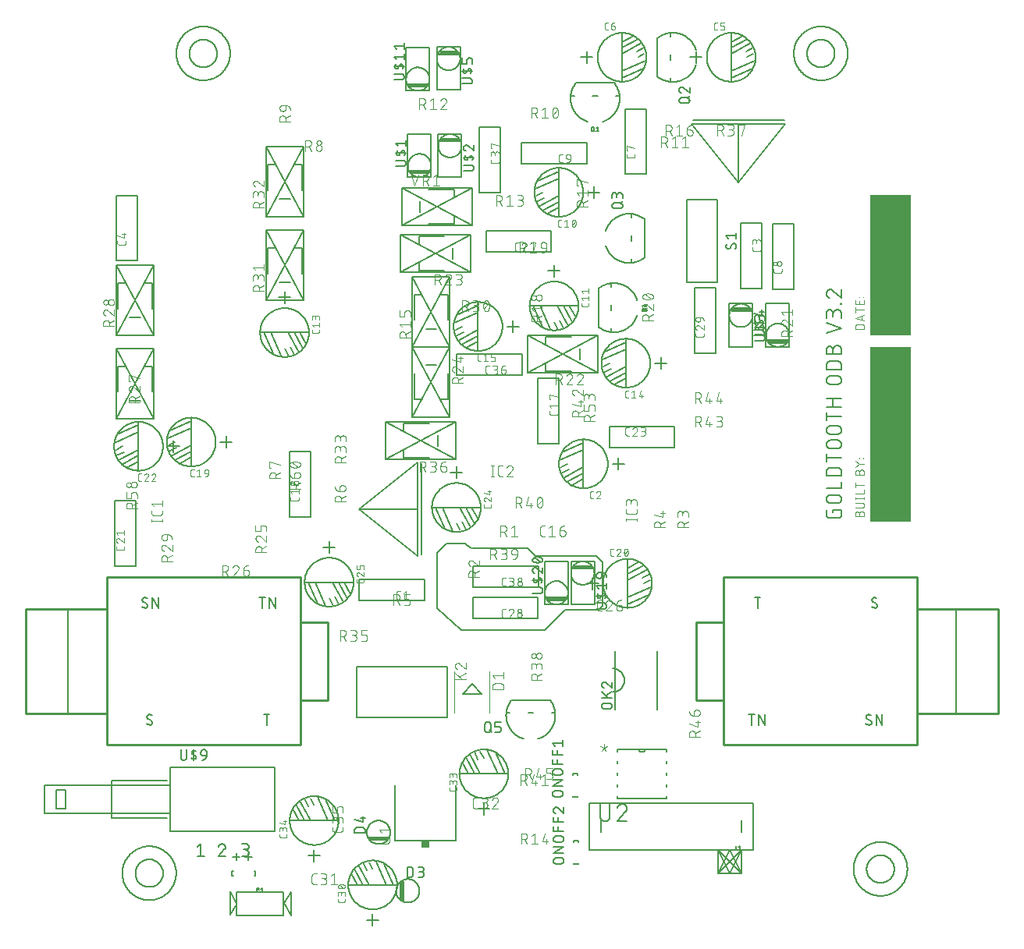
<source format=gbr>
G04 EAGLE Gerber X2 export*
%TF.Part,Single*%
%TF.FileFunction,Legend,Top,1*%
%TF.FilePolarity,Positive*%
%TF.GenerationSoftware,Autodesk,EAGLE,9.2.2*%
%TF.CreationDate,2019-01-08T14:26:45Z*%
G75*
%MOMM*%
%FSLAX34Y34*%
%LPD*%
%INSilkscreen Top*%
%AMOC8*
5,1,8,0,0,1.08239X$1,22.5*%
G01*
%ADD10C,0.152400*%
%ADD11R,4.445000X19.050000*%
%ADD12R,4.445000X15.240000*%
%ADD13C,0.076200*%
%ADD14C,0.203200*%
%ADD15C,0.127000*%
%ADD16C,0.101600*%
%ADD17C,0.254000*%
%ADD18R,0.863600X0.762000*%


D10*
X823327Y461744D02*
X823327Y464453D01*
X832358Y464453D01*
X832358Y459034D01*
X832356Y458916D01*
X832350Y458798D01*
X832341Y458680D01*
X832327Y458563D01*
X832310Y458446D01*
X832289Y458329D01*
X832264Y458214D01*
X832235Y458099D01*
X832202Y457985D01*
X832166Y457873D01*
X832126Y457762D01*
X832083Y457652D01*
X832036Y457543D01*
X831986Y457436D01*
X831931Y457331D01*
X831874Y457228D01*
X831813Y457127D01*
X831749Y457027D01*
X831682Y456930D01*
X831612Y456835D01*
X831538Y456743D01*
X831462Y456652D01*
X831382Y456565D01*
X831300Y456480D01*
X831215Y456398D01*
X831128Y456318D01*
X831037Y456242D01*
X830945Y456168D01*
X830850Y456098D01*
X830753Y456031D01*
X830653Y455967D01*
X830552Y455906D01*
X830449Y455849D01*
X830344Y455794D01*
X830237Y455744D01*
X830128Y455697D01*
X830018Y455654D01*
X829907Y455614D01*
X829795Y455578D01*
X829681Y455545D01*
X829566Y455516D01*
X829451Y455491D01*
X829334Y455470D01*
X829217Y455453D01*
X829100Y455439D01*
X828982Y455430D01*
X828864Y455424D01*
X828746Y455422D01*
X819714Y455422D01*
X819596Y455424D01*
X819478Y455430D01*
X819360Y455439D01*
X819242Y455453D01*
X819125Y455470D01*
X819009Y455491D01*
X818894Y455516D01*
X818779Y455545D01*
X818665Y455578D01*
X818553Y455614D01*
X818441Y455654D01*
X818331Y455697D01*
X818223Y455744D01*
X818116Y455795D01*
X818011Y455849D01*
X817908Y455906D01*
X817806Y455967D01*
X817707Y456031D01*
X817610Y456098D01*
X817515Y456169D01*
X817422Y456242D01*
X817332Y456319D01*
X817244Y456398D01*
X817159Y456480D01*
X817077Y456565D01*
X816998Y456653D01*
X816921Y456743D01*
X816848Y456836D01*
X816777Y456930D01*
X816710Y457028D01*
X816646Y457127D01*
X816585Y457228D01*
X816528Y457332D01*
X816474Y457437D01*
X816423Y457544D01*
X816376Y457652D01*
X816333Y457762D01*
X816293Y457874D01*
X816257Y457986D01*
X816224Y458100D01*
X816195Y458215D01*
X816170Y458330D01*
X816149Y458446D01*
X816132Y458563D01*
X816118Y458681D01*
X816109Y458799D01*
X816103Y458917D01*
X816101Y459035D01*
X816102Y459034D02*
X816102Y464453D01*
X820618Y471574D02*
X827842Y471574D01*
X820618Y471574D02*
X820485Y471576D01*
X820353Y471582D01*
X820221Y471592D01*
X820089Y471605D01*
X819957Y471623D01*
X819827Y471644D01*
X819696Y471669D01*
X819567Y471698D01*
X819439Y471731D01*
X819311Y471767D01*
X819185Y471807D01*
X819060Y471851D01*
X818936Y471899D01*
X818814Y471950D01*
X818693Y472005D01*
X818574Y472063D01*
X818456Y472125D01*
X818341Y472190D01*
X818227Y472259D01*
X818116Y472330D01*
X818007Y472406D01*
X817900Y472484D01*
X817795Y472565D01*
X817693Y472650D01*
X817593Y472737D01*
X817496Y472827D01*
X817401Y472920D01*
X817310Y473016D01*
X817221Y473114D01*
X817135Y473215D01*
X817052Y473319D01*
X816972Y473425D01*
X816896Y473533D01*
X816822Y473643D01*
X816752Y473756D01*
X816685Y473870D01*
X816622Y473987D01*
X816562Y474105D01*
X816505Y474225D01*
X816452Y474347D01*
X816403Y474470D01*
X816357Y474594D01*
X816315Y474720D01*
X816277Y474847D01*
X816242Y474975D01*
X816211Y475104D01*
X816184Y475233D01*
X816161Y475364D01*
X816141Y475495D01*
X816126Y475627D01*
X816114Y475759D01*
X816106Y475891D01*
X816102Y476024D01*
X816102Y476156D01*
X816106Y476289D01*
X816114Y476421D01*
X816126Y476553D01*
X816141Y476685D01*
X816161Y476816D01*
X816184Y476947D01*
X816211Y477076D01*
X816242Y477205D01*
X816277Y477333D01*
X816315Y477460D01*
X816357Y477586D01*
X816403Y477710D01*
X816452Y477833D01*
X816505Y477955D01*
X816562Y478075D01*
X816622Y478193D01*
X816685Y478310D01*
X816752Y478424D01*
X816822Y478537D01*
X816896Y478647D01*
X816972Y478755D01*
X817052Y478861D01*
X817135Y478965D01*
X817221Y479066D01*
X817310Y479164D01*
X817401Y479260D01*
X817496Y479353D01*
X817593Y479443D01*
X817693Y479530D01*
X817795Y479615D01*
X817900Y479696D01*
X818007Y479774D01*
X818116Y479850D01*
X818227Y479921D01*
X818341Y479990D01*
X818456Y480055D01*
X818574Y480117D01*
X818693Y480175D01*
X818814Y480230D01*
X818936Y480281D01*
X819060Y480329D01*
X819185Y480373D01*
X819311Y480413D01*
X819439Y480449D01*
X819567Y480482D01*
X819696Y480511D01*
X819827Y480536D01*
X819957Y480557D01*
X820089Y480575D01*
X820221Y480588D01*
X820353Y480598D01*
X820485Y480604D01*
X820618Y480606D01*
X820618Y480605D02*
X827842Y480605D01*
X827842Y480606D02*
X827975Y480604D01*
X828107Y480598D01*
X828239Y480588D01*
X828371Y480575D01*
X828503Y480557D01*
X828633Y480536D01*
X828764Y480511D01*
X828893Y480482D01*
X829021Y480449D01*
X829149Y480413D01*
X829275Y480373D01*
X829400Y480329D01*
X829524Y480281D01*
X829646Y480230D01*
X829767Y480175D01*
X829886Y480117D01*
X830004Y480055D01*
X830119Y479990D01*
X830233Y479921D01*
X830344Y479850D01*
X830453Y479774D01*
X830560Y479696D01*
X830665Y479615D01*
X830767Y479530D01*
X830867Y479443D01*
X830964Y479353D01*
X831059Y479260D01*
X831150Y479164D01*
X831239Y479066D01*
X831325Y478965D01*
X831408Y478861D01*
X831488Y478755D01*
X831564Y478647D01*
X831638Y478537D01*
X831708Y478424D01*
X831775Y478310D01*
X831838Y478193D01*
X831898Y478075D01*
X831955Y477955D01*
X832008Y477833D01*
X832057Y477710D01*
X832103Y477586D01*
X832145Y477460D01*
X832183Y477333D01*
X832218Y477205D01*
X832249Y477076D01*
X832276Y476947D01*
X832299Y476816D01*
X832319Y476685D01*
X832334Y476553D01*
X832346Y476421D01*
X832354Y476289D01*
X832358Y476156D01*
X832358Y476024D01*
X832354Y475891D01*
X832346Y475759D01*
X832334Y475627D01*
X832319Y475495D01*
X832299Y475364D01*
X832276Y475233D01*
X832249Y475104D01*
X832218Y474975D01*
X832183Y474847D01*
X832145Y474720D01*
X832103Y474594D01*
X832057Y474470D01*
X832008Y474347D01*
X831955Y474225D01*
X831898Y474105D01*
X831838Y473987D01*
X831775Y473870D01*
X831708Y473756D01*
X831638Y473643D01*
X831564Y473533D01*
X831488Y473425D01*
X831408Y473319D01*
X831325Y473215D01*
X831239Y473114D01*
X831150Y473016D01*
X831059Y472920D01*
X830964Y472827D01*
X830867Y472737D01*
X830767Y472650D01*
X830665Y472565D01*
X830560Y472484D01*
X830453Y472406D01*
X830344Y472330D01*
X830233Y472259D01*
X830119Y472190D01*
X830004Y472125D01*
X829886Y472063D01*
X829767Y472005D01*
X829646Y471950D01*
X829524Y471899D01*
X829400Y471851D01*
X829275Y471807D01*
X829149Y471767D01*
X829021Y471731D01*
X828893Y471698D01*
X828764Y471669D01*
X828633Y471644D01*
X828503Y471623D01*
X828371Y471605D01*
X828239Y471592D01*
X828107Y471582D01*
X827975Y471576D01*
X827842Y471574D01*
X832358Y487756D02*
X816102Y487756D01*
X832358Y487756D02*
X832358Y494981D01*
X832358Y501274D02*
X816102Y501274D01*
X816102Y505789D01*
X816104Y505920D01*
X816110Y506052D01*
X816119Y506183D01*
X816133Y506313D01*
X816150Y506444D01*
X816171Y506573D01*
X816195Y506702D01*
X816224Y506830D01*
X816256Y506958D01*
X816292Y507084D01*
X816331Y507209D01*
X816374Y507334D01*
X816421Y507456D01*
X816471Y507578D01*
X816525Y507698D01*
X816582Y507816D01*
X816643Y507932D01*
X816707Y508047D01*
X816774Y508160D01*
X816845Y508271D01*
X816919Y508379D01*
X816996Y508486D01*
X817076Y508590D01*
X817159Y508692D01*
X817244Y508791D01*
X817333Y508888D01*
X817425Y508982D01*
X817519Y509074D01*
X817616Y509163D01*
X817715Y509248D01*
X817817Y509331D01*
X817921Y509411D01*
X818028Y509488D01*
X818136Y509562D01*
X818247Y509633D01*
X818360Y509700D01*
X818475Y509764D01*
X818591Y509825D01*
X818709Y509882D01*
X818829Y509936D01*
X818951Y509986D01*
X819073Y510033D01*
X819198Y510076D01*
X819323Y510115D01*
X819449Y510151D01*
X819577Y510183D01*
X819705Y510212D01*
X819834Y510236D01*
X819963Y510257D01*
X820094Y510274D01*
X820224Y510288D01*
X820355Y510297D01*
X820487Y510303D01*
X820618Y510305D01*
X827842Y510305D01*
X827973Y510303D01*
X828105Y510297D01*
X828236Y510288D01*
X828366Y510274D01*
X828497Y510257D01*
X828626Y510236D01*
X828755Y510212D01*
X828883Y510183D01*
X829011Y510151D01*
X829137Y510115D01*
X829262Y510076D01*
X829387Y510033D01*
X829509Y509986D01*
X829631Y509936D01*
X829751Y509882D01*
X829869Y509825D01*
X829985Y509764D01*
X830100Y509700D01*
X830213Y509633D01*
X830324Y509562D01*
X830432Y509488D01*
X830539Y509411D01*
X830643Y509331D01*
X830745Y509248D01*
X830844Y509163D01*
X830941Y509074D01*
X831035Y508982D01*
X831127Y508888D01*
X831216Y508791D01*
X831301Y508692D01*
X831384Y508590D01*
X831464Y508486D01*
X831541Y508379D01*
X831615Y508271D01*
X831686Y508160D01*
X831753Y508047D01*
X831817Y507932D01*
X831878Y507816D01*
X831935Y507698D01*
X831989Y507578D01*
X832039Y507456D01*
X832086Y507334D01*
X832129Y507209D01*
X832168Y507084D01*
X832204Y506958D01*
X832236Y506830D01*
X832265Y506702D01*
X832289Y506573D01*
X832310Y506443D01*
X832327Y506313D01*
X832341Y506183D01*
X832350Y506052D01*
X832356Y505920D01*
X832358Y505789D01*
X832358Y501274D01*
X832358Y520899D02*
X816102Y520899D01*
X816102Y516384D02*
X816102Y525415D01*
X820618Y530973D02*
X827842Y530973D01*
X820618Y530973D02*
X820485Y530975D01*
X820353Y530981D01*
X820221Y530991D01*
X820089Y531004D01*
X819957Y531022D01*
X819827Y531043D01*
X819696Y531068D01*
X819567Y531097D01*
X819439Y531130D01*
X819311Y531166D01*
X819185Y531206D01*
X819060Y531250D01*
X818936Y531298D01*
X818814Y531349D01*
X818693Y531404D01*
X818574Y531462D01*
X818456Y531524D01*
X818341Y531589D01*
X818227Y531658D01*
X818116Y531729D01*
X818007Y531805D01*
X817900Y531883D01*
X817795Y531964D01*
X817693Y532049D01*
X817593Y532136D01*
X817496Y532226D01*
X817401Y532319D01*
X817310Y532415D01*
X817221Y532513D01*
X817135Y532614D01*
X817052Y532718D01*
X816972Y532824D01*
X816896Y532932D01*
X816822Y533042D01*
X816752Y533155D01*
X816685Y533269D01*
X816622Y533386D01*
X816562Y533504D01*
X816505Y533624D01*
X816452Y533746D01*
X816403Y533869D01*
X816357Y533993D01*
X816315Y534119D01*
X816277Y534246D01*
X816242Y534374D01*
X816211Y534503D01*
X816184Y534632D01*
X816161Y534763D01*
X816141Y534894D01*
X816126Y535026D01*
X816114Y535158D01*
X816106Y535290D01*
X816102Y535423D01*
X816102Y535555D01*
X816106Y535688D01*
X816114Y535820D01*
X816126Y535952D01*
X816141Y536084D01*
X816161Y536215D01*
X816184Y536346D01*
X816211Y536475D01*
X816242Y536604D01*
X816277Y536732D01*
X816315Y536859D01*
X816357Y536985D01*
X816403Y537109D01*
X816452Y537232D01*
X816505Y537354D01*
X816562Y537474D01*
X816622Y537592D01*
X816685Y537709D01*
X816752Y537823D01*
X816822Y537936D01*
X816896Y538046D01*
X816972Y538154D01*
X817052Y538260D01*
X817135Y538364D01*
X817221Y538465D01*
X817310Y538563D01*
X817401Y538659D01*
X817496Y538752D01*
X817593Y538842D01*
X817693Y538929D01*
X817795Y539014D01*
X817900Y539095D01*
X818007Y539173D01*
X818116Y539249D01*
X818227Y539320D01*
X818341Y539389D01*
X818456Y539454D01*
X818574Y539516D01*
X818693Y539574D01*
X818814Y539629D01*
X818936Y539680D01*
X819060Y539728D01*
X819185Y539772D01*
X819311Y539812D01*
X819439Y539848D01*
X819567Y539881D01*
X819696Y539910D01*
X819827Y539935D01*
X819957Y539956D01*
X820089Y539974D01*
X820221Y539987D01*
X820353Y539997D01*
X820485Y540003D01*
X820618Y540005D01*
X820618Y540004D02*
X827842Y540004D01*
X827842Y540005D02*
X827975Y540003D01*
X828107Y539997D01*
X828239Y539987D01*
X828371Y539974D01*
X828503Y539956D01*
X828633Y539935D01*
X828764Y539910D01*
X828893Y539881D01*
X829021Y539848D01*
X829149Y539812D01*
X829275Y539772D01*
X829400Y539728D01*
X829524Y539680D01*
X829646Y539629D01*
X829767Y539574D01*
X829886Y539516D01*
X830004Y539454D01*
X830119Y539389D01*
X830233Y539320D01*
X830344Y539249D01*
X830453Y539173D01*
X830560Y539095D01*
X830665Y539014D01*
X830767Y538929D01*
X830867Y538842D01*
X830964Y538752D01*
X831059Y538659D01*
X831150Y538563D01*
X831239Y538465D01*
X831325Y538364D01*
X831408Y538260D01*
X831488Y538154D01*
X831564Y538046D01*
X831638Y537936D01*
X831708Y537823D01*
X831775Y537709D01*
X831838Y537592D01*
X831898Y537474D01*
X831955Y537354D01*
X832008Y537232D01*
X832057Y537109D01*
X832103Y536985D01*
X832145Y536859D01*
X832183Y536732D01*
X832218Y536604D01*
X832249Y536475D01*
X832276Y536346D01*
X832299Y536215D01*
X832319Y536084D01*
X832334Y535952D01*
X832346Y535820D01*
X832354Y535688D01*
X832358Y535555D01*
X832358Y535423D01*
X832354Y535290D01*
X832346Y535158D01*
X832334Y535026D01*
X832319Y534894D01*
X832299Y534763D01*
X832276Y534632D01*
X832249Y534503D01*
X832218Y534374D01*
X832183Y534246D01*
X832145Y534119D01*
X832103Y533993D01*
X832057Y533869D01*
X832008Y533746D01*
X831955Y533624D01*
X831898Y533504D01*
X831838Y533386D01*
X831775Y533269D01*
X831708Y533155D01*
X831638Y533042D01*
X831564Y532932D01*
X831488Y532824D01*
X831408Y532718D01*
X831325Y532614D01*
X831239Y532513D01*
X831150Y532415D01*
X831059Y532319D01*
X830964Y532226D01*
X830867Y532136D01*
X830767Y532049D01*
X830665Y531964D01*
X830560Y531883D01*
X830453Y531805D01*
X830344Y531729D01*
X830233Y531658D01*
X830119Y531589D01*
X830004Y531524D01*
X829886Y531462D01*
X829767Y531404D01*
X829646Y531349D01*
X829524Y531298D01*
X829400Y531250D01*
X829275Y531206D01*
X829149Y531166D01*
X829021Y531130D01*
X828893Y531097D01*
X828764Y531068D01*
X828633Y531043D01*
X828503Y531022D01*
X828371Y531004D01*
X828239Y530991D01*
X828107Y530981D01*
X827975Y530975D01*
X827842Y530973D01*
X827842Y546604D02*
X820618Y546604D01*
X820485Y546606D01*
X820353Y546612D01*
X820221Y546622D01*
X820089Y546635D01*
X819957Y546653D01*
X819827Y546674D01*
X819696Y546699D01*
X819567Y546728D01*
X819439Y546761D01*
X819311Y546797D01*
X819185Y546837D01*
X819060Y546881D01*
X818936Y546929D01*
X818814Y546980D01*
X818693Y547035D01*
X818574Y547093D01*
X818456Y547155D01*
X818341Y547220D01*
X818227Y547289D01*
X818116Y547360D01*
X818007Y547436D01*
X817900Y547514D01*
X817795Y547595D01*
X817693Y547680D01*
X817593Y547767D01*
X817496Y547857D01*
X817401Y547950D01*
X817310Y548046D01*
X817221Y548144D01*
X817135Y548245D01*
X817052Y548349D01*
X816972Y548455D01*
X816896Y548563D01*
X816822Y548673D01*
X816752Y548786D01*
X816685Y548900D01*
X816622Y549017D01*
X816562Y549135D01*
X816505Y549255D01*
X816452Y549377D01*
X816403Y549500D01*
X816357Y549624D01*
X816315Y549750D01*
X816277Y549877D01*
X816242Y550005D01*
X816211Y550134D01*
X816184Y550263D01*
X816161Y550394D01*
X816141Y550525D01*
X816126Y550657D01*
X816114Y550789D01*
X816106Y550921D01*
X816102Y551054D01*
X816102Y551186D01*
X816106Y551319D01*
X816114Y551451D01*
X816126Y551583D01*
X816141Y551715D01*
X816161Y551846D01*
X816184Y551977D01*
X816211Y552106D01*
X816242Y552235D01*
X816277Y552363D01*
X816315Y552490D01*
X816357Y552616D01*
X816403Y552740D01*
X816452Y552863D01*
X816505Y552985D01*
X816562Y553105D01*
X816622Y553223D01*
X816685Y553340D01*
X816752Y553454D01*
X816822Y553567D01*
X816896Y553677D01*
X816972Y553785D01*
X817052Y553891D01*
X817135Y553995D01*
X817221Y554096D01*
X817310Y554194D01*
X817401Y554290D01*
X817496Y554383D01*
X817593Y554473D01*
X817693Y554560D01*
X817795Y554645D01*
X817900Y554726D01*
X818007Y554804D01*
X818116Y554880D01*
X818227Y554951D01*
X818341Y555020D01*
X818456Y555085D01*
X818574Y555147D01*
X818693Y555205D01*
X818814Y555260D01*
X818936Y555311D01*
X819060Y555359D01*
X819185Y555403D01*
X819311Y555443D01*
X819439Y555479D01*
X819567Y555512D01*
X819696Y555541D01*
X819827Y555566D01*
X819957Y555587D01*
X820089Y555605D01*
X820221Y555618D01*
X820353Y555628D01*
X820485Y555634D01*
X820618Y555636D01*
X820618Y555635D02*
X827842Y555635D01*
X827842Y555636D02*
X827975Y555634D01*
X828107Y555628D01*
X828239Y555618D01*
X828371Y555605D01*
X828503Y555587D01*
X828633Y555566D01*
X828764Y555541D01*
X828893Y555512D01*
X829021Y555479D01*
X829149Y555443D01*
X829275Y555403D01*
X829400Y555359D01*
X829524Y555311D01*
X829646Y555260D01*
X829767Y555205D01*
X829886Y555147D01*
X830004Y555085D01*
X830119Y555020D01*
X830233Y554951D01*
X830344Y554880D01*
X830453Y554804D01*
X830560Y554726D01*
X830665Y554645D01*
X830767Y554560D01*
X830867Y554473D01*
X830964Y554383D01*
X831059Y554290D01*
X831150Y554194D01*
X831239Y554096D01*
X831325Y553995D01*
X831408Y553891D01*
X831488Y553785D01*
X831564Y553677D01*
X831638Y553567D01*
X831708Y553454D01*
X831775Y553340D01*
X831838Y553223D01*
X831898Y553105D01*
X831955Y552985D01*
X832008Y552863D01*
X832057Y552740D01*
X832103Y552616D01*
X832145Y552490D01*
X832183Y552363D01*
X832218Y552235D01*
X832249Y552106D01*
X832276Y551977D01*
X832299Y551846D01*
X832319Y551715D01*
X832334Y551583D01*
X832346Y551451D01*
X832354Y551319D01*
X832358Y551186D01*
X832358Y551054D01*
X832354Y550921D01*
X832346Y550789D01*
X832334Y550657D01*
X832319Y550525D01*
X832299Y550394D01*
X832276Y550263D01*
X832249Y550134D01*
X832218Y550005D01*
X832183Y549877D01*
X832145Y549750D01*
X832103Y549624D01*
X832057Y549500D01*
X832008Y549377D01*
X831955Y549255D01*
X831898Y549135D01*
X831838Y549017D01*
X831775Y548900D01*
X831708Y548786D01*
X831638Y548673D01*
X831564Y548563D01*
X831488Y548455D01*
X831408Y548349D01*
X831325Y548245D01*
X831239Y548144D01*
X831150Y548046D01*
X831059Y547950D01*
X830964Y547857D01*
X830867Y547767D01*
X830767Y547680D01*
X830665Y547595D01*
X830560Y547514D01*
X830453Y547436D01*
X830344Y547360D01*
X830233Y547289D01*
X830119Y547220D01*
X830004Y547155D01*
X829886Y547093D01*
X829767Y547035D01*
X829646Y546980D01*
X829524Y546929D01*
X829400Y546881D01*
X829275Y546837D01*
X829149Y546797D01*
X829021Y546761D01*
X828893Y546728D01*
X828764Y546699D01*
X828633Y546674D01*
X828503Y546653D01*
X828371Y546635D01*
X828239Y546622D01*
X828107Y546612D01*
X827975Y546606D01*
X827842Y546604D01*
X832358Y565709D02*
X816102Y565709D01*
X816102Y570224D02*
X816102Y561193D01*
X816102Y576304D02*
X832358Y576304D01*
X823327Y576304D02*
X823327Y585335D01*
X816102Y585335D02*
X832358Y585335D01*
X827842Y600793D02*
X820618Y600793D01*
X820618Y600792D02*
X820485Y600794D01*
X820353Y600800D01*
X820221Y600810D01*
X820089Y600823D01*
X819957Y600841D01*
X819827Y600862D01*
X819696Y600887D01*
X819567Y600916D01*
X819439Y600949D01*
X819311Y600985D01*
X819185Y601025D01*
X819060Y601069D01*
X818936Y601117D01*
X818814Y601168D01*
X818693Y601223D01*
X818574Y601281D01*
X818456Y601343D01*
X818341Y601408D01*
X818227Y601477D01*
X818116Y601548D01*
X818007Y601624D01*
X817900Y601702D01*
X817795Y601783D01*
X817693Y601868D01*
X817593Y601955D01*
X817496Y602045D01*
X817401Y602138D01*
X817310Y602234D01*
X817221Y602332D01*
X817135Y602433D01*
X817052Y602537D01*
X816972Y602643D01*
X816896Y602751D01*
X816822Y602861D01*
X816752Y602974D01*
X816685Y603088D01*
X816622Y603205D01*
X816562Y603323D01*
X816505Y603443D01*
X816452Y603565D01*
X816403Y603688D01*
X816357Y603812D01*
X816315Y603938D01*
X816277Y604065D01*
X816242Y604193D01*
X816211Y604322D01*
X816184Y604451D01*
X816161Y604582D01*
X816141Y604713D01*
X816126Y604845D01*
X816114Y604977D01*
X816106Y605109D01*
X816102Y605242D01*
X816102Y605374D01*
X816106Y605507D01*
X816114Y605639D01*
X816126Y605771D01*
X816141Y605903D01*
X816161Y606034D01*
X816184Y606165D01*
X816211Y606294D01*
X816242Y606423D01*
X816277Y606551D01*
X816315Y606678D01*
X816357Y606804D01*
X816403Y606928D01*
X816452Y607051D01*
X816505Y607173D01*
X816562Y607293D01*
X816622Y607411D01*
X816685Y607528D01*
X816752Y607642D01*
X816822Y607755D01*
X816896Y607865D01*
X816972Y607973D01*
X817052Y608079D01*
X817135Y608183D01*
X817221Y608284D01*
X817310Y608382D01*
X817401Y608478D01*
X817496Y608571D01*
X817593Y608661D01*
X817693Y608748D01*
X817795Y608833D01*
X817900Y608914D01*
X818007Y608992D01*
X818116Y609068D01*
X818227Y609139D01*
X818341Y609208D01*
X818456Y609273D01*
X818574Y609335D01*
X818693Y609393D01*
X818814Y609448D01*
X818936Y609499D01*
X819060Y609547D01*
X819185Y609591D01*
X819311Y609631D01*
X819439Y609667D01*
X819567Y609700D01*
X819696Y609729D01*
X819827Y609754D01*
X819957Y609775D01*
X820089Y609793D01*
X820221Y609806D01*
X820353Y609816D01*
X820485Y609822D01*
X820618Y609824D01*
X827842Y609824D01*
X827975Y609822D01*
X828107Y609816D01*
X828239Y609806D01*
X828371Y609793D01*
X828503Y609775D01*
X828633Y609754D01*
X828764Y609729D01*
X828893Y609700D01*
X829021Y609667D01*
X829149Y609631D01*
X829275Y609591D01*
X829400Y609547D01*
X829524Y609499D01*
X829646Y609448D01*
X829767Y609393D01*
X829886Y609335D01*
X830004Y609273D01*
X830119Y609208D01*
X830233Y609139D01*
X830344Y609068D01*
X830453Y608992D01*
X830560Y608914D01*
X830665Y608833D01*
X830767Y608748D01*
X830867Y608661D01*
X830964Y608571D01*
X831059Y608478D01*
X831150Y608382D01*
X831239Y608284D01*
X831325Y608183D01*
X831408Y608079D01*
X831488Y607973D01*
X831564Y607865D01*
X831638Y607755D01*
X831708Y607642D01*
X831775Y607528D01*
X831838Y607411D01*
X831898Y607293D01*
X831955Y607173D01*
X832008Y607051D01*
X832057Y606928D01*
X832103Y606804D01*
X832145Y606678D01*
X832183Y606551D01*
X832218Y606423D01*
X832249Y606294D01*
X832276Y606165D01*
X832299Y606034D01*
X832319Y605903D01*
X832334Y605771D01*
X832346Y605639D01*
X832354Y605507D01*
X832358Y605374D01*
X832358Y605242D01*
X832354Y605109D01*
X832346Y604977D01*
X832334Y604845D01*
X832319Y604713D01*
X832299Y604582D01*
X832276Y604451D01*
X832249Y604322D01*
X832218Y604193D01*
X832183Y604065D01*
X832145Y603938D01*
X832103Y603812D01*
X832057Y603688D01*
X832008Y603565D01*
X831955Y603443D01*
X831898Y603323D01*
X831838Y603205D01*
X831775Y603088D01*
X831708Y602974D01*
X831638Y602861D01*
X831564Y602751D01*
X831488Y602643D01*
X831408Y602537D01*
X831325Y602433D01*
X831239Y602332D01*
X831150Y602234D01*
X831059Y602138D01*
X830964Y602045D01*
X830867Y601955D01*
X830767Y601868D01*
X830665Y601783D01*
X830560Y601702D01*
X830453Y601624D01*
X830344Y601548D01*
X830233Y601477D01*
X830119Y601408D01*
X830004Y601343D01*
X829886Y601281D01*
X829767Y601223D01*
X829646Y601168D01*
X829524Y601117D01*
X829400Y601069D01*
X829275Y601025D01*
X829149Y600985D01*
X829021Y600949D01*
X828893Y600916D01*
X828764Y600887D01*
X828633Y600862D01*
X828503Y600841D01*
X828371Y600823D01*
X828239Y600810D01*
X828107Y600800D01*
X827975Y600794D01*
X827842Y600792D01*
X832358Y616945D02*
X816102Y616945D01*
X816102Y621460D01*
X816104Y621591D01*
X816110Y621723D01*
X816119Y621854D01*
X816133Y621984D01*
X816150Y622115D01*
X816171Y622244D01*
X816195Y622373D01*
X816224Y622501D01*
X816256Y622629D01*
X816292Y622755D01*
X816331Y622880D01*
X816374Y623005D01*
X816421Y623127D01*
X816471Y623249D01*
X816525Y623369D01*
X816582Y623487D01*
X816643Y623603D01*
X816707Y623718D01*
X816774Y623831D01*
X816845Y623942D01*
X816919Y624050D01*
X816996Y624157D01*
X817076Y624261D01*
X817159Y624363D01*
X817244Y624462D01*
X817333Y624559D01*
X817425Y624653D01*
X817519Y624745D01*
X817616Y624834D01*
X817715Y624919D01*
X817817Y625002D01*
X817921Y625082D01*
X818028Y625159D01*
X818136Y625233D01*
X818247Y625304D01*
X818360Y625371D01*
X818475Y625435D01*
X818591Y625496D01*
X818709Y625553D01*
X818829Y625607D01*
X818951Y625657D01*
X819073Y625704D01*
X819198Y625747D01*
X819323Y625786D01*
X819449Y625822D01*
X819577Y625854D01*
X819705Y625883D01*
X819834Y625907D01*
X819963Y625928D01*
X820094Y625945D01*
X820224Y625959D01*
X820355Y625968D01*
X820487Y625974D01*
X820618Y625976D01*
X827842Y625976D01*
X827973Y625974D01*
X828105Y625968D01*
X828236Y625959D01*
X828366Y625945D01*
X828497Y625928D01*
X828626Y625907D01*
X828755Y625883D01*
X828883Y625854D01*
X829011Y625822D01*
X829137Y625786D01*
X829262Y625747D01*
X829387Y625704D01*
X829509Y625657D01*
X829631Y625607D01*
X829751Y625553D01*
X829869Y625496D01*
X829985Y625435D01*
X830100Y625371D01*
X830213Y625304D01*
X830324Y625233D01*
X830432Y625159D01*
X830539Y625082D01*
X830643Y625002D01*
X830745Y624919D01*
X830844Y624834D01*
X830941Y624745D01*
X831035Y624653D01*
X831127Y624559D01*
X831216Y624462D01*
X831301Y624363D01*
X831384Y624261D01*
X831464Y624157D01*
X831541Y624050D01*
X831615Y623942D01*
X831686Y623831D01*
X831753Y623718D01*
X831817Y623603D01*
X831878Y623487D01*
X831935Y623369D01*
X831989Y623249D01*
X832039Y623127D01*
X832086Y623005D01*
X832129Y622880D01*
X832168Y622755D01*
X832204Y622629D01*
X832236Y622501D01*
X832265Y622373D01*
X832289Y622244D01*
X832310Y622114D01*
X832327Y621984D01*
X832341Y621854D01*
X832350Y621723D01*
X832356Y621591D01*
X832358Y621460D01*
X832358Y616945D01*
X823327Y633829D02*
X823327Y638345D01*
X823326Y638345D02*
X823328Y638478D01*
X823334Y638610D01*
X823344Y638742D01*
X823357Y638874D01*
X823375Y639006D01*
X823396Y639136D01*
X823421Y639267D01*
X823450Y639396D01*
X823483Y639524D01*
X823519Y639652D01*
X823559Y639778D01*
X823603Y639903D01*
X823651Y640027D01*
X823702Y640149D01*
X823757Y640270D01*
X823815Y640389D01*
X823877Y640507D01*
X823942Y640622D01*
X824011Y640736D01*
X824082Y640847D01*
X824158Y640956D01*
X824236Y641063D01*
X824317Y641168D01*
X824402Y641270D01*
X824489Y641370D01*
X824579Y641467D01*
X824672Y641562D01*
X824768Y641653D01*
X824866Y641742D01*
X824967Y641828D01*
X825071Y641911D01*
X825177Y641991D01*
X825285Y642067D01*
X825395Y642141D01*
X825508Y642211D01*
X825622Y642278D01*
X825739Y642341D01*
X825857Y642401D01*
X825977Y642458D01*
X826099Y642511D01*
X826222Y642560D01*
X826346Y642606D01*
X826472Y642648D01*
X826599Y642686D01*
X826727Y642721D01*
X826856Y642752D01*
X826985Y642779D01*
X827116Y642802D01*
X827247Y642822D01*
X827379Y642837D01*
X827511Y642849D01*
X827643Y642857D01*
X827776Y642861D01*
X827908Y642861D01*
X828041Y642857D01*
X828173Y642849D01*
X828305Y642837D01*
X828437Y642822D01*
X828568Y642802D01*
X828699Y642779D01*
X828828Y642752D01*
X828957Y642721D01*
X829085Y642686D01*
X829212Y642648D01*
X829338Y642606D01*
X829462Y642560D01*
X829585Y642511D01*
X829707Y642458D01*
X829827Y642401D01*
X829945Y642341D01*
X830062Y642278D01*
X830176Y642211D01*
X830289Y642141D01*
X830399Y642067D01*
X830507Y641991D01*
X830613Y641911D01*
X830717Y641828D01*
X830818Y641742D01*
X830916Y641653D01*
X831012Y641562D01*
X831105Y641467D01*
X831195Y641370D01*
X831282Y641270D01*
X831367Y641168D01*
X831448Y641063D01*
X831526Y640956D01*
X831602Y640847D01*
X831673Y640736D01*
X831742Y640622D01*
X831807Y640507D01*
X831869Y640389D01*
X831927Y640270D01*
X831982Y640149D01*
X832033Y640027D01*
X832081Y639903D01*
X832125Y639778D01*
X832165Y639652D01*
X832201Y639524D01*
X832234Y639396D01*
X832263Y639267D01*
X832288Y639136D01*
X832309Y639006D01*
X832327Y638874D01*
X832340Y638742D01*
X832350Y638610D01*
X832356Y638478D01*
X832358Y638345D01*
X832358Y633829D01*
X816102Y633829D01*
X816102Y638345D01*
X816104Y638464D01*
X816110Y638584D01*
X816120Y638703D01*
X816134Y638821D01*
X816151Y638940D01*
X816173Y639057D01*
X816198Y639174D01*
X816228Y639289D01*
X816261Y639404D01*
X816298Y639518D01*
X816338Y639630D01*
X816383Y639741D01*
X816431Y639850D01*
X816482Y639958D01*
X816537Y640064D01*
X816596Y640168D01*
X816658Y640270D01*
X816723Y640370D01*
X816792Y640468D01*
X816864Y640564D01*
X816939Y640657D01*
X817016Y640747D01*
X817097Y640835D01*
X817181Y640920D01*
X817268Y641002D01*
X817357Y641082D01*
X817449Y641158D01*
X817543Y641232D01*
X817640Y641302D01*
X817738Y641369D01*
X817839Y641433D01*
X817943Y641493D01*
X818048Y641550D01*
X818155Y641603D01*
X818263Y641653D01*
X818373Y641699D01*
X818485Y641741D01*
X818598Y641780D01*
X818712Y641815D01*
X818827Y641846D01*
X818944Y641874D01*
X819061Y641897D01*
X819178Y641917D01*
X819297Y641933D01*
X819416Y641945D01*
X819535Y641953D01*
X819654Y641957D01*
X819774Y641957D01*
X819893Y641953D01*
X820012Y641945D01*
X820131Y641933D01*
X820250Y641917D01*
X820367Y641897D01*
X820484Y641874D01*
X820601Y641846D01*
X820716Y641815D01*
X820830Y641780D01*
X820943Y641741D01*
X821055Y641699D01*
X821165Y641653D01*
X821273Y641603D01*
X821380Y641550D01*
X821485Y641493D01*
X821589Y641433D01*
X821690Y641369D01*
X821788Y641302D01*
X821885Y641232D01*
X821979Y641158D01*
X822071Y641082D01*
X822160Y641002D01*
X822247Y640920D01*
X822331Y640835D01*
X822412Y640747D01*
X822489Y640657D01*
X822564Y640564D01*
X822636Y640468D01*
X822705Y640370D01*
X822770Y640270D01*
X822832Y640168D01*
X822891Y640064D01*
X822946Y639958D01*
X822997Y639850D01*
X823045Y639741D01*
X823090Y639630D01*
X823130Y639518D01*
X823167Y639404D01*
X823200Y639289D01*
X823230Y639174D01*
X823255Y639057D01*
X823277Y638940D01*
X823294Y638821D01*
X823308Y638703D01*
X823318Y638584D01*
X823324Y638464D01*
X823326Y638345D01*
X816102Y656162D02*
X832358Y661581D01*
X816102Y666999D01*
X832358Y672696D02*
X832358Y677212D01*
X832356Y677345D01*
X832350Y677477D01*
X832340Y677609D01*
X832327Y677741D01*
X832309Y677873D01*
X832288Y678003D01*
X832263Y678134D01*
X832234Y678263D01*
X832201Y678391D01*
X832165Y678519D01*
X832125Y678645D01*
X832081Y678770D01*
X832033Y678894D01*
X831982Y679016D01*
X831927Y679137D01*
X831869Y679256D01*
X831807Y679374D01*
X831742Y679489D01*
X831673Y679603D01*
X831602Y679714D01*
X831526Y679823D01*
X831448Y679930D01*
X831367Y680035D01*
X831282Y680137D01*
X831195Y680237D01*
X831105Y680334D01*
X831012Y680429D01*
X830916Y680520D01*
X830818Y680609D01*
X830717Y680695D01*
X830613Y680778D01*
X830507Y680858D01*
X830399Y680934D01*
X830289Y681008D01*
X830176Y681078D01*
X830062Y681145D01*
X829945Y681208D01*
X829827Y681268D01*
X829707Y681325D01*
X829585Y681378D01*
X829462Y681427D01*
X829338Y681473D01*
X829212Y681515D01*
X829085Y681553D01*
X828957Y681588D01*
X828828Y681619D01*
X828699Y681646D01*
X828568Y681669D01*
X828437Y681689D01*
X828305Y681704D01*
X828173Y681716D01*
X828041Y681724D01*
X827908Y681728D01*
X827776Y681728D01*
X827643Y681724D01*
X827511Y681716D01*
X827379Y681704D01*
X827247Y681689D01*
X827116Y681669D01*
X826985Y681646D01*
X826856Y681619D01*
X826727Y681588D01*
X826599Y681553D01*
X826472Y681515D01*
X826346Y681473D01*
X826222Y681427D01*
X826099Y681378D01*
X825977Y681325D01*
X825857Y681268D01*
X825739Y681208D01*
X825622Y681145D01*
X825508Y681078D01*
X825395Y681008D01*
X825285Y680934D01*
X825177Y680858D01*
X825071Y680778D01*
X824967Y680695D01*
X824866Y680609D01*
X824768Y680520D01*
X824672Y680429D01*
X824579Y680334D01*
X824489Y680237D01*
X824402Y680137D01*
X824317Y680035D01*
X824236Y679930D01*
X824158Y679823D01*
X824082Y679714D01*
X824011Y679603D01*
X823942Y679489D01*
X823877Y679374D01*
X823815Y679256D01*
X823757Y679137D01*
X823702Y679016D01*
X823651Y678894D01*
X823603Y678770D01*
X823559Y678645D01*
X823519Y678519D01*
X823483Y678391D01*
X823450Y678263D01*
X823421Y678134D01*
X823396Y678003D01*
X823375Y677873D01*
X823357Y677741D01*
X823344Y677609D01*
X823334Y677477D01*
X823328Y677345D01*
X823326Y677212D01*
X816102Y678115D02*
X816102Y672696D01*
X816102Y678115D02*
X816104Y678234D01*
X816110Y678354D01*
X816120Y678473D01*
X816134Y678591D01*
X816151Y678710D01*
X816173Y678827D01*
X816198Y678944D01*
X816228Y679059D01*
X816261Y679174D01*
X816298Y679288D01*
X816338Y679400D01*
X816383Y679511D01*
X816431Y679620D01*
X816482Y679728D01*
X816537Y679834D01*
X816596Y679938D01*
X816658Y680040D01*
X816723Y680140D01*
X816792Y680238D01*
X816864Y680334D01*
X816939Y680427D01*
X817016Y680517D01*
X817097Y680605D01*
X817181Y680690D01*
X817268Y680772D01*
X817357Y680852D01*
X817449Y680928D01*
X817543Y681002D01*
X817640Y681072D01*
X817738Y681139D01*
X817839Y681203D01*
X817943Y681263D01*
X818048Y681320D01*
X818155Y681373D01*
X818263Y681423D01*
X818373Y681469D01*
X818485Y681511D01*
X818598Y681550D01*
X818712Y681585D01*
X818827Y681616D01*
X818944Y681644D01*
X819061Y681667D01*
X819178Y681687D01*
X819297Y681703D01*
X819416Y681715D01*
X819535Y681723D01*
X819654Y681727D01*
X819774Y681727D01*
X819893Y681723D01*
X820012Y681715D01*
X820131Y681703D01*
X820250Y681687D01*
X820367Y681667D01*
X820484Y681644D01*
X820601Y681616D01*
X820716Y681585D01*
X820830Y681550D01*
X820943Y681511D01*
X821055Y681469D01*
X821165Y681423D01*
X821273Y681373D01*
X821380Y681320D01*
X821485Y681263D01*
X821589Y681203D01*
X821690Y681139D01*
X821788Y681072D01*
X821885Y681002D01*
X821979Y680928D01*
X822071Y680852D01*
X822160Y680772D01*
X822247Y680690D01*
X822331Y680605D01*
X822412Y680517D01*
X822489Y680427D01*
X822564Y680334D01*
X822636Y680238D01*
X822705Y680140D01*
X822770Y680040D01*
X822832Y679938D01*
X822891Y679834D01*
X822946Y679728D01*
X822997Y679620D01*
X823045Y679511D01*
X823090Y679400D01*
X823130Y679288D01*
X823167Y679174D01*
X823200Y679059D01*
X823230Y678944D01*
X823255Y678827D01*
X823277Y678710D01*
X823294Y678591D01*
X823308Y678473D01*
X823318Y678354D01*
X823324Y678234D01*
X823326Y678115D01*
X823327Y678115D02*
X823327Y674502D01*
X831455Y687702D02*
X832358Y687702D01*
X831455Y687702D02*
X831455Y688605D01*
X832358Y688605D01*
X832358Y687702D01*
X820166Y703611D02*
X820041Y703609D01*
X819916Y703603D01*
X819791Y703594D01*
X819667Y703580D01*
X819543Y703563D01*
X819419Y703542D01*
X819297Y703517D01*
X819175Y703488D01*
X819054Y703456D01*
X818934Y703420D01*
X818815Y703380D01*
X818698Y703337D01*
X818582Y703290D01*
X818467Y703239D01*
X818355Y703185D01*
X818243Y703127D01*
X818134Y703067D01*
X818027Y703002D01*
X817921Y702935D01*
X817818Y702864D01*
X817717Y702790D01*
X817618Y702713D01*
X817522Y702633D01*
X817428Y702550D01*
X817337Y702465D01*
X817248Y702376D01*
X817163Y702285D01*
X817080Y702191D01*
X817000Y702095D01*
X816923Y701996D01*
X816849Y701895D01*
X816778Y701792D01*
X816711Y701686D01*
X816646Y701579D01*
X816586Y701470D01*
X816528Y701358D01*
X816474Y701246D01*
X816423Y701131D01*
X816376Y701015D01*
X816333Y700898D01*
X816293Y700779D01*
X816257Y700659D01*
X816225Y700538D01*
X816196Y700416D01*
X816171Y700294D01*
X816150Y700170D01*
X816133Y700046D01*
X816119Y699922D01*
X816110Y699797D01*
X816104Y699672D01*
X816102Y699547D01*
X816104Y699404D01*
X816110Y699262D01*
X816120Y699119D01*
X816133Y698977D01*
X816151Y698836D01*
X816172Y698694D01*
X816197Y698554D01*
X816226Y698414D01*
X816259Y698275D01*
X816296Y698137D01*
X816336Y698000D01*
X816380Y697865D01*
X816428Y697730D01*
X816480Y697597D01*
X816535Y697465D01*
X816594Y697335D01*
X816656Y697207D01*
X816722Y697080D01*
X816791Y696955D01*
X816863Y696832D01*
X816939Y696711D01*
X817018Y696593D01*
X817101Y696476D01*
X817186Y696362D01*
X817275Y696250D01*
X817366Y696141D01*
X817461Y696034D01*
X817558Y695929D01*
X817659Y695828D01*
X817762Y695729D01*
X817867Y695633D01*
X817976Y695540D01*
X818087Y695450D01*
X818200Y695363D01*
X818315Y695279D01*
X818433Y695199D01*
X818553Y695121D01*
X818675Y695047D01*
X818799Y694977D01*
X818925Y694909D01*
X819053Y694846D01*
X819182Y694785D01*
X819313Y694728D01*
X819445Y694675D01*
X819579Y694626D01*
X819714Y694580D01*
X823327Y702256D02*
X823235Y702350D01*
X823141Y702440D01*
X823044Y702528D01*
X822944Y702613D01*
X822842Y702695D01*
X822737Y702773D01*
X822630Y702849D01*
X822521Y702921D01*
X822410Y702990D01*
X822296Y703056D01*
X822181Y703118D01*
X822064Y703177D01*
X821945Y703232D01*
X821825Y703283D01*
X821703Y703331D01*
X821580Y703376D01*
X821456Y703416D01*
X821330Y703453D01*
X821203Y703486D01*
X821076Y703515D01*
X820947Y703541D01*
X820818Y703562D01*
X820688Y703580D01*
X820558Y703593D01*
X820428Y703603D01*
X820297Y703609D01*
X820166Y703611D01*
X823327Y702256D02*
X832358Y694580D01*
X832358Y703611D01*
D11*
X885825Y546100D03*
D12*
X885825Y730250D03*
D13*
X851648Y460192D02*
X851648Y457581D01*
X851647Y460192D02*
X851649Y460293D01*
X851655Y460394D01*
X851665Y460495D01*
X851678Y460595D01*
X851696Y460695D01*
X851717Y460794D01*
X851743Y460892D01*
X851772Y460989D01*
X851804Y461085D01*
X851841Y461179D01*
X851881Y461272D01*
X851925Y461364D01*
X851972Y461453D01*
X852023Y461541D01*
X852077Y461627D01*
X852134Y461710D01*
X852194Y461792D01*
X852258Y461870D01*
X852324Y461947D01*
X852394Y462020D01*
X852466Y462091D01*
X852541Y462159D01*
X852619Y462224D01*
X852699Y462286D01*
X852781Y462345D01*
X852866Y462401D01*
X852953Y462453D01*
X853041Y462502D01*
X853132Y462548D01*
X853224Y462589D01*
X853318Y462628D01*
X853413Y462662D01*
X853509Y462693D01*
X853607Y462720D01*
X853705Y462744D01*
X853805Y462763D01*
X853905Y462779D01*
X854005Y462791D01*
X854106Y462799D01*
X854207Y462803D01*
X854309Y462803D01*
X854410Y462799D01*
X854511Y462791D01*
X854611Y462779D01*
X854711Y462763D01*
X854811Y462744D01*
X854909Y462720D01*
X855007Y462693D01*
X855103Y462662D01*
X855198Y462628D01*
X855292Y462589D01*
X855384Y462548D01*
X855475Y462502D01*
X855564Y462453D01*
X855650Y462401D01*
X855735Y462345D01*
X855817Y462286D01*
X855897Y462224D01*
X855975Y462159D01*
X856050Y462091D01*
X856122Y462020D01*
X856192Y461947D01*
X856258Y461870D01*
X856322Y461792D01*
X856382Y461710D01*
X856439Y461627D01*
X856493Y461541D01*
X856544Y461453D01*
X856591Y461364D01*
X856635Y461272D01*
X856675Y461179D01*
X856712Y461085D01*
X856744Y460989D01*
X856773Y460892D01*
X856799Y460794D01*
X856820Y460695D01*
X856838Y460595D01*
X856851Y460495D01*
X856861Y460394D01*
X856867Y460293D01*
X856869Y460192D01*
X856869Y457581D01*
X847471Y457581D01*
X847471Y460192D01*
X847473Y460282D01*
X847479Y460371D01*
X847488Y460461D01*
X847502Y460550D01*
X847519Y460638D01*
X847540Y460725D01*
X847565Y460812D01*
X847594Y460897D01*
X847626Y460981D01*
X847661Y461063D01*
X847701Y461144D01*
X847743Y461223D01*
X847789Y461300D01*
X847839Y461375D01*
X847891Y461448D01*
X847947Y461519D01*
X848005Y461587D01*
X848067Y461652D01*
X848131Y461715D01*
X848198Y461775D01*
X848267Y461832D01*
X848339Y461886D01*
X848413Y461937D01*
X848489Y461985D01*
X848567Y462029D01*
X848647Y462070D01*
X848729Y462108D01*
X848812Y462142D01*
X848897Y462172D01*
X848983Y462199D01*
X849069Y462222D01*
X849157Y462241D01*
X849246Y462256D01*
X849335Y462268D01*
X849424Y462276D01*
X849514Y462280D01*
X849604Y462280D01*
X849694Y462276D01*
X849783Y462268D01*
X849872Y462256D01*
X849961Y462241D01*
X850049Y462222D01*
X850135Y462199D01*
X850221Y462172D01*
X850306Y462142D01*
X850389Y462108D01*
X850471Y462070D01*
X850551Y462029D01*
X850629Y461985D01*
X850705Y461937D01*
X850779Y461886D01*
X850851Y461832D01*
X850920Y461775D01*
X850987Y461715D01*
X851051Y461652D01*
X851113Y461587D01*
X851171Y461519D01*
X851227Y461448D01*
X851279Y461375D01*
X851329Y461300D01*
X851375Y461223D01*
X851417Y461144D01*
X851457Y461063D01*
X851492Y460981D01*
X851524Y460897D01*
X851553Y460812D01*
X851578Y460725D01*
X851599Y460638D01*
X851616Y460550D01*
X851630Y460461D01*
X851639Y460371D01*
X851645Y460282D01*
X851647Y460192D01*
X854258Y466594D02*
X847471Y466594D01*
X854258Y466593D02*
X854359Y466595D01*
X854460Y466601D01*
X854561Y466611D01*
X854661Y466624D01*
X854761Y466642D01*
X854860Y466663D01*
X854958Y466689D01*
X855055Y466718D01*
X855151Y466750D01*
X855245Y466787D01*
X855338Y466827D01*
X855430Y466871D01*
X855519Y466918D01*
X855607Y466969D01*
X855693Y467023D01*
X855776Y467080D01*
X855858Y467140D01*
X855936Y467204D01*
X856013Y467270D01*
X856086Y467340D01*
X856157Y467412D01*
X856225Y467487D01*
X856290Y467565D01*
X856352Y467645D01*
X856411Y467727D01*
X856467Y467812D01*
X856519Y467899D01*
X856568Y467987D01*
X856614Y468078D01*
X856655Y468170D01*
X856694Y468264D01*
X856728Y468359D01*
X856759Y468455D01*
X856786Y468553D01*
X856810Y468651D01*
X856829Y468751D01*
X856845Y468851D01*
X856857Y468951D01*
X856865Y469052D01*
X856869Y469153D01*
X856869Y469255D01*
X856865Y469356D01*
X856857Y469457D01*
X856845Y469557D01*
X856829Y469657D01*
X856810Y469757D01*
X856786Y469855D01*
X856759Y469953D01*
X856728Y470049D01*
X856694Y470144D01*
X856655Y470238D01*
X856614Y470330D01*
X856568Y470421D01*
X856519Y470509D01*
X856467Y470596D01*
X856411Y470681D01*
X856352Y470763D01*
X856290Y470843D01*
X856225Y470921D01*
X856157Y470996D01*
X856086Y471068D01*
X856013Y471138D01*
X855936Y471204D01*
X855858Y471268D01*
X855776Y471328D01*
X855693Y471385D01*
X855607Y471439D01*
X855519Y471490D01*
X855430Y471537D01*
X855338Y471581D01*
X855245Y471621D01*
X855151Y471658D01*
X855055Y471690D01*
X854958Y471719D01*
X854860Y471745D01*
X854761Y471766D01*
X854661Y471784D01*
X854561Y471797D01*
X854460Y471807D01*
X854359Y471813D01*
X854258Y471815D01*
X847471Y471815D01*
X847471Y476824D02*
X856869Y476824D01*
X856869Y475780D02*
X856869Y477869D01*
X847471Y477869D02*
X847471Y475780D01*
X847471Y481851D02*
X856869Y481851D01*
X856869Y486028D01*
X856869Y491455D02*
X847471Y491455D01*
X847471Y494065D02*
X847471Y488844D01*
X851648Y502691D02*
X851648Y505302D01*
X851647Y505302D02*
X851649Y505403D01*
X851655Y505504D01*
X851665Y505605D01*
X851678Y505705D01*
X851696Y505805D01*
X851717Y505904D01*
X851743Y506002D01*
X851772Y506099D01*
X851804Y506195D01*
X851841Y506289D01*
X851881Y506382D01*
X851925Y506474D01*
X851972Y506563D01*
X852023Y506651D01*
X852077Y506737D01*
X852134Y506820D01*
X852194Y506902D01*
X852258Y506980D01*
X852324Y507057D01*
X852394Y507130D01*
X852466Y507201D01*
X852541Y507269D01*
X852619Y507334D01*
X852699Y507396D01*
X852781Y507455D01*
X852866Y507511D01*
X852953Y507563D01*
X853041Y507612D01*
X853132Y507658D01*
X853224Y507699D01*
X853318Y507738D01*
X853413Y507772D01*
X853509Y507803D01*
X853607Y507830D01*
X853705Y507854D01*
X853805Y507873D01*
X853905Y507889D01*
X854005Y507901D01*
X854106Y507909D01*
X854207Y507913D01*
X854309Y507913D01*
X854410Y507909D01*
X854511Y507901D01*
X854611Y507889D01*
X854711Y507873D01*
X854811Y507854D01*
X854909Y507830D01*
X855007Y507803D01*
X855103Y507772D01*
X855198Y507738D01*
X855292Y507699D01*
X855384Y507658D01*
X855475Y507612D01*
X855564Y507563D01*
X855650Y507511D01*
X855735Y507455D01*
X855817Y507396D01*
X855897Y507334D01*
X855975Y507269D01*
X856050Y507201D01*
X856122Y507130D01*
X856192Y507057D01*
X856258Y506980D01*
X856322Y506902D01*
X856382Y506820D01*
X856439Y506737D01*
X856493Y506651D01*
X856544Y506563D01*
X856591Y506474D01*
X856635Y506382D01*
X856675Y506289D01*
X856712Y506195D01*
X856744Y506099D01*
X856773Y506002D01*
X856799Y505904D01*
X856820Y505805D01*
X856838Y505705D01*
X856851Y505605D01*
X856861Y505504D01*
X856867Y505403D01*
X856869Y505302D01*
X856869Y502691D01*
X847471Y502691D01*
X847471Y505302D01*
X847473Y505392D01*
X847479Y505481D01*
X847488Y505571D01*
X847502Y505660D01*
X847519Y505748D01*
X847540Y505835D01*
X847565Y505922D01*
X847594Y506007D01*
X847626Y506091D01*
X847661Y506173D01*
X847701Y506254D01*
X847743Y506333D01*
X847789Y506410D01*
X847839Y506485D01*
X847891Y506558D01*
X847947Y506629D01*
X848005Y506697D01*
X848067Y506762D01*
X848131Y506825D01*
X848198Y506885D01*
X848267Y506942D01*
X848339Y506996D01*
X848413Y507047D01*
X848489Y507095D01*
X848567Y507139D01*
X848647Y507180D01*
X848729Y507218D01*
X848812Y507252D01*
X848897Y507282D01*
X848983Y507309D01*
X849069Y507332D01*
X849157Y507351D01*
X849246Y507366D01*
X849335Y507378D01*
X849424Y507386D01*
X849514Y507390D01*
X849604Y507390D01*
X849694Y507386D01*
X849783Y507378D01*
X849872Y507366D01*
X849961Y507351D01*
X850049Y507332D01*
X850135Y507309D01*
X850221Y507282D01*
X850306Y507252D01*
X850389Y507218D01*
X850471Y507180D01*
X850551Y507139D01*
X850629Y507095D01*
X850705Y507047D01*
X850779Y506996D01*
X850851Y506942D01*
X850920Y506885D01*
X850987Y506825D01*
X851051Y506762D01*
X851113Y506697D01*
X851171Y506629D01*
X851227Y506558D01*
X851279Y506485D01*
X851329Y506410D01*
X851375Y506333D01*
X851417Y506254D01*
X851457Y506173D01*
X851492Y506091D01*
X851524Y506007D01*
X851553Y505922D01*
X851578Y505835D01*
X851599Y505748D01*
X851616Y505660D01*
X851630Y505571D01*
X851639Y505481D01*
X851645Y505392D01*
X851647Y505302D01*
X847471Y510877D02*
X851909Y514010D01*
X847471Y517142D01*
X851909Y514010D02*
X856869Y514010D01*
X856086Y520454D02*
X855564Y520454D01*
X855564Y520976D01*
X856086Y520976D01*
X856086Y520454D01*
X851909Y520454D02*
X851387Y520454D01*
X851387Y520976D01*
X851909Y520976D01*
X851909Y520454D01*
X847471Y660781D02*
X856869Y660781D01*
X847471Y660781D02*
X847471Y663392D01*
X847473Y663492D01*
X847479Y663592D01*
X847488Y663691D01*
X847502Y663791D01*
X847519Y663889D01*
X847540Y663987D01*
X847564Y664084D01*
X847593Y664180D01*
X847625Y664275D01*
X847660Y664368D01*
X847699Y664460D01*
X847742Y664551D01*
X847788Y664639D01*
X847838Y664726D01*
X847890Y664811D01*
X847946Y664894D01*
X848005Y664975D01*
X848068Y665053D01*
X848133Y665129D01*
X848201Y665203D01*
X848271Y665273D01*
X848345Y665341D01*
X848421Y665406D01*
X848499Y665469D01*
X848580Y665528D01*
X848663Y665584D01*
X848748Y665636D01*
X848835Y665686D01*
X848923Y665732D01*
X849014Y665775D01*
X849106Y665814D01*
X849199Y665849D01*
X849294Y665881D01*
X849390Y665910D01*
X849487Y665934D01*
X849585Y665955D01*
X849683Y665972D01*
X849783Y665986D01*
X849882Y665995D01*
X849982Y666001D01*
X850082Y666003D01*
X850082Y666002D02*
X854258Y666002D01*
X854258Y666003D02*
X854358Y666001D01*
X854458Y665995D01*
X854557Y665986D01*
X854657Y665972D01*
X854755Y665955D01*
X854853Y665934D01*
X854950Y665910D01*
X855046Y665881D01*
X855141Y665849D01*
X855234Y665814D01*
X855326Y665775D01*
X855417Y665732D01*
X855505Y665686D01*
X855592Y665636D01*
X855677Y665584D01*
X855760Y665528D01*
X855841Y665469D01*
X855919Y665406D01*
X855995Y665341D01*
X856069Y665273D01*
X856139Y665203D01*
X856207Y665129D01*
X856272Y665053D01*
X856335Y664975D01*
X856394Y664894D01*
X856450Y664811D01*
X856502Y664726D01*
X856552Y664639D01*
X856598Y664551D01*
X856641Y664460D01*
X856680Y664368D01*
X856715Y664275D01*
X856747Y664180D01*
X856776Y664084D01*
X856800Y663987D01*
X856821Y663889D01*
X856838Y663791D01*
X856852Y663691D01*
X856861Y663592D01*
X856867Y663492D01*
X856869Y663392D01*
X856869Y660781D01*
X856869Y669708D02*
X847471Y672840D01*
X856869Y675973D01*
X854520Y675190D02*
X854520Y670491D01*
X856869Y681375D02*
X847471Y681375D01*
X847471Y683985D02*
X847471Y678764D01*
X856869Y687621D02*
X856869Y691798D01*
X856869Y687621D02*
X847471Y687621D01*
X847471Y691798D01*
X851648Y690753D02*
X851648Y687621D01*
X855564Y695134D02*
X856086Y695134D01*
X855564Y695134D02*
X855564Y695656D01*
X856086Y695656D01*
X856086Y695134D01*
X851909Y695134D02*
X851387Y695134D01*
X851387Y695656D01*
X851909Y695656D01*
X851909Y695134D01*
D14*
X492223Y422630D02*
X431861Y422630D01*
X492223Y422630D02*
X500252Y414601D01*
X558047Y414601D01*
X558691Y414600D01*
X566717Y414600D01*
X573460Y407857D01*
X573460Y360327D01*
X569285Y356153D01*
X532365Y356153D01*
X510206Y333993D01*
X425440Y333993D01*
X421262Y334008D01*
X420304Y334008D01*
X393972Y357437D01*
X393972Y417494D01*
X403926Y427447D01*
X420943Y427447D01*
X423843Y427396D01*
X425696Y426276D01*
X431218Y422630D01*
D15*
X379910Y365780D02*
X309110Y365780D01*
X309110Y388640D01*
X379910Y388640D01*
X379910Y365780D01*
D16*
X353719Y366788D02*
X351687Y366788D01*
X351598Y366790D01*
X351510Y366796D01*
X351422Y366805D01*
X351334Y366819D01*
X351247Y366836D01*
X351161Y366857D01*
X351076Y366882D01*
X350992Y366911D01*
X350909Y366943D01*
X350828Y366978D01*
X350749Y367018D01*
X350671Y367060D01*
X350595Y367106D01*
X350521Y367155D01*
X350450Y367208D01*
X350381Y367263D01*
X350314Y367322D01*
X350250Y367383D01*
X350189Y367447D01*
X350130Y367514D01*
X350075Y367583D01*
X350022Y367654D01*
X349973Y367728D01*
X349927Y367804D01*
X349885Y367882D01*
X349845Y367961D01*
X349810Y368042D01*
X349778Y368125D01*
X349749Y368209D01*
X349724Y368294D01*
X349703Y368380D01*
X349686Y368467D01*
X349672Y368555D01*
X349663Y368643D01*
X349657Y368731D01*
X349655Y368820D01*
X349655Y373900D01*
X349657Y373989D01*
X349663Y374077D01*
X349672Y374165D01*
X349686Y374253D01*
X349703Y374340D01*
X349724Y374426D01*
X349749Y374511D01*
X349778Y374595D01*
X349810Y374678D01*
X349845Y374759D01*
X349885Y374838D01*
X349927Y374916D01*
X349973Y374992D01*
X350022Y375066D01*
X350075Y375137D01*
X350130Y375206D01*
X350189Y375273D01*
X350250Y375337D01*
X350314Y375398D01*
X350381Y375457D01*
X350450Y375512D01*
X350521Y375565D01*
X350595Y375614D01*
X350671Y375660D01*
X350749Y375702D01*
X350828Y375742D01*
X350909Y375777D01*
X350992Y375809D01*
X351076Y375838D01*
X351161Y375863D01*
X351247Y375884D01*
X351334Y375901D01*
X351422Y375915D01*
X351510Y375924D01*
X351598Y375930D01*
X351687Y375932D01*
X353719Y375932D01*
X357304Y373900D02*
X359844Y375932D01*
X359844Y366788D01*
X357304Y366788D02*
X362384Y366788D01*
D15*
X499200Y809150D02*
X499208Y809800D01*
X499232Y810450D01*
X499272Y811099D01*
X499328Y811747D01*
X499399Y812394D01*
X499487Y813038D01*
X499590Y813680D01*
X499709Y814320D01*
X499844Y814956D01*
X499994Y815589D01*
X500160Y816218D01*
X500341Y816843D01*
X500538Y817463D01*
X500749Y818078D01*
X500976Y818687D01*
X501217Y819291D01*
X501473Y819889D01*
X501744Y820480D01*
X502030Y821065D01*
X502329Y821642D01*
X502643Y822212D01*
X502970Y822774D01*
X503311Y823327D01*
X503666Y823873D01*
X504034Y824409D01*
X504415Y824936D01*
X504809Y825454D01*
X505215Y825961D01*
X505634Y826459D01*
X506065Y826946D01*
X506507Y827423D01*
X506962Y827888D01*
X507427Y828343D01*
X507904Y828785D01*
X508391Y829216D01*
X508889Y829635D01*
X509396Y830041D01*
X509914Y830435D01*
X510441Y830816D01*
X510977Y831184D01*
X511523Y831539D01*
X512076Y831880D01*
X512638Y832207D01*
X513208Y832521D01*
X513785Y832820D01*
X514370Y833106D01*
X514961Y833377D01*
X515559Y833633D01*
X516163Y833874D01*
X516772Y834101D01*
X517387Y834312D01*
X518007Y834509D01*
X518632Y834690D01*
X519261Y834856D01*
X519894Y835006D01*
X520530Y835141D01*
X521170Y835260D01*
X521812Y835363D01*
X522456Y835451D01*
X523103Y835522D01*
X523751Y835578D01*
X524400Y835618D01*
X525050Y835642D01*
X525700Y835650D01*
X526350Y835642D01*
X527000Y835618D01*
X527649Y835578D01*
X528297Y835522D01*
X528944Y835451D01*
X529588Y835363D01*
X530230Y835260D01*
X530870Y835141D01*
X531506Y835006D01*
X532139Y834856D01*
X532768Y834690D01*
X533393Y834509D01*
X534013Y834312D01*
X534628Y834101D01*
X535237Y833874D01*
X535841Y833633D01*
X536439Y833377D01*
X537030Y833106D01*
X537615Y832820D01*
X538192Y832521D01*
X538762Y832207D01*
X539324Y831880D01*
X539877Y831539D01*
X540423Y831184D01*
X540959Y830816D01*
X541486Y830435D01*
X542004Y830041D01*
X542511Y829635D01*
X543009Y829216D01*
X543496Y828785D01*
X543973Y828343D01*
X544438Y827888D01*
X544893Y827423D01*
X545335Y826946D01*
X545766Y826459D01*
X546185Y825961D01*
X546591Y825454D01*
X546985Y824936D01*
X547366Y824409D01*
X547734Y823873D01*
X548089Y823327D01*
X548430Y822774D01*
X548757Y822212D01*
X549071Y821642D01*
X549370Y821065D01*
X549656Y820480D01*
X549927Y819889D01*
X550183Y819291D01*
X550424Y818687D01*
X550651Y818078D01*
X550862Y817463D01*
X551059Y816843D01*
X551240Y816218D01*
X551406Y815589D01*
X551556Y814956D01*
X551691Y814320D01*
X551810Y813680D01*
X551913Y813038D01*
X552001Y812394D01*
X552072Y811747D01*
X552128Y811099D01*
X552168Y810450D01*
X552192Y809800D01*
X552200Y809150D01*
X552192Y808500D01*
X552168Y807850D01*
X552128Y807201D01*
X552072Y806553D01*
X552001Y805906D01*
X551913Y805262D01*
X551810Y804620D01*
X551691Y803980D01*
X551556Y803344D01*
X551406Y802711D01*
X551240Y802082D01*
X551059Y801457D01*
X550862Y800837D01*
X550651Y800222D01*
X550424Y799613D01*
X550183Y799009D01*
X549927Y798411D01*
X549656Y797820D01*
X549370Y797235D01*
X549071Y796658D01*
X548757Y796088D01*
X548430Y795526D01*
X548089Y794973D01*
X547734Y794427D01*
X547366Y793891D01*
X546985Y793364D01*
X546591Y792846D01*
X546185Y792339D01*
X545766Y791841D01*
X545335Y791354D01*
X544893Y790877D01*
X544438Y790412D01*
X543973Y789957D01*
X543496Y789515D01*
X543009Y789084D01*
X542511Y788665D01*
X542004Y788259D01*
X541486Y787865D01*
X540959Y787484D01*
X540423Y787116D01*
X539877Y786761D01*
X539324Y786420D01*
X538762Y786093D01*
X538192Y785779D01*
X537615Y785480D01*
X537030Y785194D01*
X536439Y784923D01*
X535841Y784667D01*
X535237Y784426D01*
X534628Y784199D01*
X534013Y783988D01*
X533393Y783791D01*
X532768Y783610D01*
X532139Y783444D01*
X531506Y783294D01*
X530870Y783159D01*
X530230Y783040D01*
X529588Y782937D01*
X528944Y782849D01*
X528297Y782778D01*
X527649Y782722D01*
X527000Y782682D01*
X526350Y782658D01*
X525700Y782650D01*
X525050Y782658D01*
X524400Y782682D01*
X523751Y782722D01*
X523103Y782778D01*
X522456Y782849D01*
X521812Y782937D01*
X521170Y783040D01*
X520530Y783159D01*
X519894Y783294D01*
X519261Y783444D01*
X518632Y783610D01*
X518007Y783791D01*
X517387Y783988D01*
X516772Y784199D01*
X516163Y784426D01*
X515559Y784667D01*
X514961Y784923D01*
X514370Y785194D01*
X513785Y785480D01*
X513208Y785779D01*
X512638Y786093D01*
X512076Y786420D01*
X511523Y786761D01*
X510977Y787116D01*
X510441Y787484D01*
X509914Y787865D01*
X509396Y788259D01*
X508889Y788665D01*
X508391Y789084D01*
X507904Y789515D01*
X507427Y789957D01*
X506962Y790412D01*
X506507Y790877D01*
X506065Y791354D01*
X505634Y791841D01*
X505215Y792339D01*
X504809Y792846D01*
X504415Y793364D01*
X504034Y793891D01*
X503666Y794427D01*
X503311Y794973D01*
X502970Y795526D01*
X502643Y796088D01*
X502329Y796658D01*
X502030Y797235D01*
X501744Y797820D01*
X501473Y798411D01*
X501217Y799009D01*
X500976Y799613D01*
X500749Y800222D01*
X500538Y800837D01*
X500341Y801457D01*
X500160Y802082D01*
X499994Y802711D01*
X499844Y803344D01*
X499709Y803980D01*
X499590Y804620D01*
X499487Y805262D01*
X499399Y805906D01*
X499328Y806553D01*
X499272Y807201D01*
X499232Y807850D01*
X499208Y808500D01*
X499200Y809150D01*
X563800Y809150D02*
X570150Y809150D01*
X563800Y809150D02*
X557450Y809150D01*
X563800Y809150D02*
X563800Y802800D01*
X563800Y809150D02*
X563800Y815500D01*
X525700Y792640D02*
X525700Y782480D01*
X525700Y792640D02*
X525700Y798990D01*
X525700Y805340D01*
X525700Y824390D01*
X525700Y832010D01*
X525700Y835820D01*
X525700Y832010D02*
X502840Y821850D01*
X500300Y812960D02*
X525700Y824390D01*
X509825Y802800D02*
X501570Y798990D01*
X504110Y793910D02*
X525700Y805340D01*
X525700Y798990D02*
X507920Y789465D01*
X513000Y785655D02*
X525700Y792640D01*
X508200Y809150D02*
X501570Y805340D01*
D16*
X526921Y771558D02*
X528670Y771558D01*
X526921Y771558D02*
X526840Y771560D01*
X526760Y771565D01*
X526679Y771575D01*
X526599Y771588D01*
X526520Y771604D01*
X526442Y771625D01*
X526365Y771649D01*
X526289Y771676D01*
X526214Y771707D01*
X526141Y771741D01*
X526069Y771779D01*
X526000Y771820D01*
X525932Y771864D01*
X525866Y771911D01*
X525803Y771962D01*
X525742Y772015D01*
X525684Y772071D01*
X525628Y772129D01*
X525575Y772190D01*
X525524Y772253D01*
X525477Y772319D01*
X525433Y772387D01*
X525392Y772456D01*
X525354Y772528D01*
X525320Y772601D01*
X525289Y772676D01*
X525262Y772752D01*
X525238Y772829D01*
X525217Y772907D01*
X525201Y772986D01*
X525188Y773066D01*
X525178Y773147D01*
X525173Y773227D01*
X525171Y773308D01*
X525171Y777682D01*
X525173Y777765D01*
X525179Y777848D01*
X525189Y777931D01*
X525203Y778013D01*
X525220Y778095D01*
X525242Y778175D01*
X525267Y778254D01*
X525296Y778332D01*
X525329Y778409D01*
X525366Y778484D01*
X525405Y778557D01*
X525449Y778628D01*
X525495Y778697D01*
X525545Y778764D01*
X525598Y778828D01*
X525654Y778890D01*
X525713Y778949D01*
X525775Y779005D01*
X525839Y779058D01*
X525906Y779107D01*
X525975Y779154D01*
X526046Y779198D01*
X526119Y779237D01*
X526194Y779274D01*
X526271Y779307D01*
X526349Y779336D01*
X526428Y779361D01*
X526508Y779383D01*
X526590Y779400D01*
X526672Y779414D01*
X526755Y779424D01*
X526838Y779430D01*
X526921Y779432D01*
X528670Y779432D01*
X531867Y777682D02*
X534054Y779432D01*
X534054Y771558D01*
X531867Y771558D02*
X536241Y771558D01*
X539867Y775495D02*
X539869Y775650D01*
X539874Y775805D01*
X539884Y775959D01*
X539897Y776114D01*
X539913Y776268D01*
X539933Y776421D01*
X539957Y776574D01*
X539985Y776727D01*
X540016Y776879D01*
X540051Y777029D01*
X540089Y777180D01*
X540131Y777329D01*
X540177Y777477D01*
X540226Y777624D01*
X540279Y777769D01*
X540335Y777914D01*
X540394Y778057D01*
X540457Y778198D01*
X540523Y778338D01*
X540524Y778338D02*
X540550Y778411D01*
X540581Y778482D01*
X540614Y778551D01*
X540651Y778619D01*
X540691Y778685D01*
X540734Y778749D01*
X540780Y778811D01*
X540829Y778871D01*
X540881Y778928D01*
X540936Y778983D01*
X540993Y779035D01*
X541052Y779084D01*
X541114Y779130D01*
X541178Y779174D01*
X541244Y779214D01*
X541312Y779251D01*
X541381Y779285D01*
X541452Y779315D01*
X541524Y779343D01*
X541598Y779366D01*
X541672Y779386D01*
X541748Y779403D01*
X541824Y779415D01*
X541901Y779425D01*
X541978Y779430D01*
X542055Y779432D01*
X542132Y779430D01*
X542209Y779425D01*
X542286Y779415D01*
X542362Y779403D01*
X542437Y779386D01*
X542512Y779366D01*
X542585Y779343D01*
X542658Y779316D01*
X542729Y779285D01*
X542798Y779251D01*
X542866Y779214D01*
X542932Y779174D01*
X542995Y779131D01*
X543057Y779084D01*
X543117Y779035D01*
X543174Y778983D01*
X543228Y778928D01*
X543280Y778871D01*
X543329Y778811D01*
X543375Y778750D01*
X543418Y778686D01*
X543458Y778620D01*
X543495Y778552D01*
X543529Y778482D01*
X543559Y778411D01*
X543586Y778339D01*
X543587Y778339D02*
X543653Y778199D01*
X543716Y778057D01*
X543775Y777914D01*
X543831Y777769D01*
X543884Y777624D01*
X543933Y777477D01*
X543979Y777329D01*
X544021Y777180D01*
X544059Y777030D01*
X544094Y776879D01*
X544125Y776727D01*
X544153Y776574D01*
X544177Y776421D01*
X544197Y776268D01*
X544213Y776114D01*
X544226Y775959D01*
X544236Y775805D01*
X544241Y775650D01*
X544243Y775495D01*
X539868Y775495D02*
X539870Y775340D01*
X539875Y775185D01*
X539885Y775031D01*
X539898Y774876D01*
X539914Y774722D01*
X539934Y774569D01*
X539958Y774416D01*
X539986Y774263D01*
X540017Y774112D01*
X540052Y773961D01*
X540090Y773810D01*
X540132Y773661D01*
X540178Y773513D01*
X540227Y773366D01*
X540280Y773221D01*
X540336Y773076D01*
X540395Y772933D01*
X540458Y772792D01*
X540524Y772652D01*
X540550Y772579D01*
X540581Y772508D01*
X540614Y772439D01*
X540651Y772371D01*
X540691Y772305D01*
X540734Y772241D01*
X540780Y772179D01*
X540829Y772119D01*
X540881Y772062D01*
X540936Y772007D01*
X540993Y771955D01*
X541052Y771906D01*
X541114Y771860D01*
X541178Y771816D01*
X541244Y771776D01*
X541312Y771739D01*
X541381Y771705D01*
X541452Y771675D01*
X541524Y771647D01*
X541598Y771624D01*
X541672Y771604D01*
X541748Y771587D01*
X541824Y771575D01*
X541901Y771565D01*
X541978Y771560D01*
X542055Y771558D01*
X543586Y772651D02*
X543652Y772792D01*
X543715Y772933D01*
X543774Y773076D01*
X543830Y773221D01*
X543883Y773366D01*
X543932Y773513D01*
X543978Y773661D01*
X544020Y773810D01*
X544058Y773960D01*
X544093Y774111D01*
X544124Y774263D01*
X544152Y774416D01*
X544176Y774569D01*
X544196Y774722D01*
X544212Y774876D01*
X544225Y775031D01*
X544235Y775185D01*
X544240Y775340D01*
X544242Y775495D01*
X543586Y772651D02*
X543559Y772579D01*
X543529Y772508D01*
X543495Y772438D01*
X543458Y772370D01*
X543418Y772304D01*
X543375Y772240D01*
X543329Y772179D01*
X543280Y772119D01*
X543228Y772062D01*
X543174Y772007D01*
X543117Y771955D01*
X543057Y771906D01*
X542995Y771859D01*
X542932Y771816D01*
X542866Y771776D01*
X542798Y771739D01*
X542729Y771705D01*
X542658Y771674D01*
X542585Y771647D01*
X542512Y771624D01*
X542437Y771604D01*
X542362Y771587D01*
X542286Y771575D01*
X542209Y771565D01*
X542132Y771560D01*
X542055Y771558D01*
X540305Y773308D02*
X543805Y777682D01*
D15*
X494200Y685800D02*
X494208Y686450D01*
X494232Y687100D01*
X494272Y687749D01*
X494328Y688397D01*
X494399Y689044D01*
X494487Y689688D01*
X494590Y690330D01*
X494709Y690970D01*
X494844Y691606D01*
X494994Y692239D01*
X495160Y692868D01*
X495341Y693493D01*
X495538Y694113D01*
X495749Y694728D01*
X495976Y695337D01*
X496217Y695941D01*
X496473Y696539D01*
X496744Y697130D01*
X497030Y697715D01*
X497329Y698292D01*
X497643Y698862D01*
X497970Y699424D01*
X498311Y699977D01*
X498666Y700523D01*
X499034Y701059D01*
X499415Y701586D01*
X499809Y702104D01*
X500215Y702611D01*
X500634Y703109D01*
X501065Y703596D01*
X501507Y704073D01*
X501962Y704538D01*
X502427Y704993D01*
X502904Y705435D01*
X503391Y705866D01*
X503889Y706285D01*
X504396Y706691D01*
X504914Y707085D01*
X505441Y707466D01*
X505977Y707834D01*
X506523Y708189D01*
X507076Y708530D01*
X507638Y708857D01*
X508208Y709171D01*
X508785Y709470D01*
X509370Y709756D01*
X509961Y710027D01*
X510559Y710283D01*
X511163Y710524D01*
X511772Y710751D01*
X512387Y710962D01*
X513007Y711159D01*
X513632Y711340D01*
X514261Y711506D01*
X514894Y711656D01*
X515530Y711791D01*
X516170Y711910D01*
X516812Y712013D01*
X517456Y712101D01*
X518103Y712172D01*
X518751Y712228D01*
X519400Y712268D01*
X520050Y712292D01*
X520700Y712300D01*
X521350Y712292D01*
X522000Y712268D01*
X522649Y712228D01*
X523297Y712172D01*
X523944Y712101D01*
X524588Y712013D01*
X525230Y711910D01*
X525870Y711791D01*
X526506Y711656D01*
X527139Y711506D01*
X527768Y711340D01*
X528393Y711159D01*
X529013Y710962D01*
X529628Y710751D01*
X530237Y710524D01*
X530841Y710283D01*
X531439Y710027D01*
X532030Y709756D01*
X532615Y709470D01*
X533192Y709171D01*
X533762Y708857D01*
X534324Y708530D01*
X534877Y708189D01*
X535423Y707834D01*
X535959Y707466D01*
X536486Y707085D01*
X537004Y706691D01*
X537511Y706285D01*
X538009Y705866D01*
X538496Y705435D01*
X538973Y704993D01*
X539438Y704538D01*
X539893Y704073D01*
X540335Y703596D01*
X540766Y703109D01*
X541185Y702611D01*
X541591Y702104D01*
X541985Y701586D01*
X542366Y701059D01*
X542734Y700523D01*
X543089Y699977D01*
X543430Y699424D01*
X543757Y698862D01*
X544071Y698292D01*
X544370Y697715D01*
X544656Y697130D01*
X544927Y696539D01*
X545183Y695941D01*
X545424Y695337D01*
X545651Y694728D01*
X545862Y694113D01*
X546059Y693493D01*
X546240Y692868D01*
X546406Y692239D01*
X546556Y691606D01*
X546691Y690970D01*
X546810Y690330D01*
X546913Y689688D01*
X547001Y689044D01*
X547072Y688397D01*
X547128Y687749D01*
X547168Y687100D01*
X547192Y686450D01*
X547200Y685800D01*
X547192Y685150D01*
X547168Y684500D01*
X547128Y683851D01*
X547072Y683203D01*
X547001Y682556D01*
X546913Y681912D01*
X546810Y681270D01*
X546691Y680630D01*
X546556Y679994D01*
X546406Y679361D01*
X546240Y678732D01*
X546059Y678107D01*
X545862Y677487D01*
X545651Y676872D01*
X545424Y676263D01*
X545183Y675659D01*
X544927Y675061D01*
X544656Y674470D01*
X544370Y673885D01*
X544071Y673308D01*
X543757Y672738D01*
X543430Y672176D01*
X543089Y671623D01*
X542734Y671077D01*
X542366Y670541D01*
X541985Y670014D01*
X541591Y669496D01*
X541185Y668989D01*
X540766Y668491D01*
X540335Y668004D01*
X539893Y667527D01*
X539438Y667062D01*
X538973Y666607D01*
X538496Y666165D01*
X538009Y665734D01*
X537511Y665315D01*
X537004Y664909D01*
X536486Y664515D01*
X535959Y664134D01*
X535423Y663766D01*
X534877Y663411D01*
X534324Y663070D01*
X533762Y662743D01*
X533192Y662429D01*
X532615Y662130D01*
X532030Y661844D01*
X531439Y661573D01*
X530841Y661317D01*
X530237Y661076D01*
X529628Y660849D01*
X529013Y660638D01*
X528393Y660441D01*
X527768Y660260D01*
X527139Y660094D01*
X526506Y659944D01*
X525870Y659809D01*
X525230Y659690D01*
X524588Y659587D01*
X523944Y659499D01*
X523297Y659428D01*
X522649Y659372D01*
X522000Y659332D01*
X521350Y659308D01*
X520700Y659300D01*
X520050Y659308D01*
X519400Y659332D01*
X518751Y659372D01*
X518103Y659428D01*
X517456Y659499D01*
X516812Y659587D01*
X516170Y659690D01*
X515530Y659809D01*
X514894Y659944D01*
X514261Y660094D01*
X513632Y660260D01*
X513007Y660441D01*
X512387Y660638D01*
X511772Y660849D01*
X511163Y661076D01*
X510559Y661317D01*
X509961Y661573D01*
X509370Y661844D01*
X508785Y662130D01*
X508208Y662429D01*
X507638Y662743D01*
X507076Y663070D01*
X506523Y663411D01*
X505977Y663766D01*
X505441Y664134D01*
X504914Y664515D01*
X504396Y664909D01*
X503889Y665315D01*
X503391Y665734D01*
X502904Y666165D01*
X502427Y666607D01*
X501962Y667062D01*
X501507Y667527D01*
X501065Y668004D01*
X500634Y668491D01*
X500215Y668989D01*
X499809Y669496D01*
X499415Y670014D01*
X499034Y670541D01*
X498666Y671077D01*
X498311Y671623D01*
X497970Y672176D01*
X497643Y672738D01*
X497329Y673308D01*
X497030Y673885D01*
X496744Y674470D01*
X496473Y675061D01*
X496217Y675659D01*
X495976Y676263D01*
X495749Y676872D01*
X495538Y677487D01*
X495341Y678107D01*
X495160Y678732D01*
X494994Y679361D01*
X494844Y679994D01*
X494709Y680630D01*
X494590Y681270D01*
X494487Y681912D01*
X494399Y682556D01*
X494328Y683203D01*
X494272Y683851D01*
X494232Y684500D01*
X494208Y685150D01*
X494200Y685800D01*
X520700Y723900D02*
X520700Y730250D01*
X520700Y723900D02*
X520700Y717550D01*
X520700Y723900D02*
X527050Y723900D01*
X520700Y723900D02*
X514350Y723900D01*
X537210Y685800D02*
X547370Y685800D01*
X537210Y685800D02*
X530860Y685800D01*
X524510Y685800D01*
X505460Y685800D01*
X497840Y685800D01*
X494030Y685800D01*
X497840Y685800D02*
X508000Y662940D01*
X516890Y660400D02*
X505460Y685800D01*
X527050Y669925D02*
X530860Y661670D01*
X535940Y664210D02*
X524510Y685800D01*
X530860Y685800D02*
X540385Y668020D01*
X544195Y673100D02*
X537210Y685800D01*
X520700Y668300D02*
X524510Y661670D01*
D16*
X558292Y687021D02*
X558292Y688770D01*
X558292Y687021D02*
X558290Y686940D01*
X558285Y686860D01*
X558275Y686779D01*
X558262Y686699D01*
X558246Y686620D01*
X558225Y686542D01*
X558201Y686465D01*
X558174Y686389D01*
X558143Y686314D01*
X558109Y686241D01*
X558071Y686169D01*
X558030Y686100D01*
X557986Y686032D01*
X557939Y685966D01*
X557888Y685903D01*
X557835Y685842D01*
X557779Y685784D01*
X557721Y685728D01*
X557660Y685675D01*
X557597Y685624D01*
X557531Y685577D01*
X557463Y685533D01*
X557394Y685492D01*
X557322Y685454D01*
X557249Y685420D01*
X557174Y685389D01*
X557098Y685362D01*
X557021Y685338D01*
X556943Y685317D01*
X556864Y685301D01*
X556784Y685288D01*
X556703Y685278D01*
X556623Y685273D01*
X556542Y685271D01*
X552168Y685271D01*
X552085Y685273D01*
X552002Y685279D01*
X551919Y685289D01*
X551837Y685303D01*
X551755Y685320D01*
X551675Y685342D01*
X551596Y685367D01*
X551518Y685396D01*
X551441Y685429D01*
X551366Y685466D01*
X551293Y685505D01*
X551222Y685549D01*
X551153Y685595D01*
X551086Y685645D01*
X551022Y685698D01*
X550960Y685754D01*
X550901Y685813D01*
X550845Y685875D01*
X550792Y685939D01*
X550743Y686006D01*
X550696Y686075D01*
X550652Y686146D01*
X550613Y686219D01*
X550576Y686294D01*
X550543Y686371D01*
X550514Y686449D01*
X550489Y686528D01*
X550467Y686608D01*
X550450Y686690D01*
X550436Y686772D01*
X550426Y686855D01*
X550420Y686938D01*
X550418Y687021D01*
X550418Y688770D01*
X552168Y691967D02*
X550418Y694154D01*
X558292Y694154D01*
X558292Y691967D02*
X558292Y696341D01*
X552168Y699968D02*
X550418Y702155D01*
X558292Y702155D01*
X558292Y699968D02*
X558292Y704342D01*
D15*
X201790Y656880D02*
X201798Y657530D01*
X201822Y658180D01*
X201862Y658829D01*
X201918Y659477D01*
X201989Y660124D01*
X202077Y660768D01*
X202180Y661410D01*
X202299Y662050D01*
X202434Y662686D01*
X202584Y663319D01*
X202750Y663948D01*
X202931Y664573D01*
X203128Y665193D01*
X203339Y665808D01*
X203566Y666417D01*
X203807Y667021D01*
X204063Y667619D01*
X204334Y668210D01*
X204620Y668795D01*
X204919Y669372D01*
X205233Y669942D01*
X205560Y670504D01*
X205901Y671057D01*
X206256Y671603D01*
X206624Y672139D01*
X207005Y672666D01*
X207399Y673184D01*
X207805Y673691D01*
X208224Y674189D01*
X208655Y674676D01*
X209097Y675153D01*
X209552Y675618D01*
X210017Y676073D01*
X210494Y676515D01*
X210981Y676946D01*
X211479Y677365D01*
X211986Y677771D01*
X212504Y678165D01*
X213031Y678546D01*
X213567Y678914D01*
X214113Y679269D01*
X214666Y679610D01*
X215228Y679937D01*
X215798Y680251D01*
X216375Y680550D01*
X216960Y680836D01*
X217551Y681107D01*
X218149Y681363D01*
X218753Y681604D01*
X219362Y681831D01*
X219977Y682042D01*
X220597Y682239D01*
X221222Y682420D01*
X221851Y682586D01*
X222484Y682736D01*
X223120Y682871D01*
X223760Y682990D01*
X224402Y683093D01*
X225046Y683181D01*
X225693Y683252D01*
X226341Y683308D01*
X226990Y683348D01*
X227640Y683372D01*
X228290Y683380D01*
X228940Y683372D01*
X229590Y683348D01*
X230239Y683308D01*
X230887Y683252D01*
X231534Y683181D01*
X232178Y683093D01*
X232820Y682990D01*
X233460Y682871D01*
X234096Y682736D01*
X234729Y682586D01*
X235358Y682420D01*
X235983Y682239D01*
X236603Y682042D01*
X237218Y681831D01*
X237827Y681604D01*
X238431Y681363D01*
X239029Y681107D01*
X239620Y680836D01*
X240205Y680550D01*
X240782Y680251D01*
X241352Y679937D01*
X241914Y679610D01*
X242467Y679269D01*
X243013Y678914D01*
X243549Y678546D01*
X244076Y678165D01*
X244594Y677771D01*
X245101Y677365D01*
X245599Y676946D01*
X246086Y676515D01*
X246563Y676073D01*
X247028Y675618D01*
X247483Y675153D01*
X247925Y674676D01*
X248356Y674189D01*
X248775Y673691D01*
X249181Y673184D01*
X249575Y672666D01*
X249956Y672139D01*
X250324Y671603D01*
X250679Y671057D01*
X251020Y670504D01*
X251347Y669942D01*
X251661Y669372D01*
X251960Y668795D01*
X252246Y668210D01*
X252517Y667619D01*
X252773Y667021D01*
X253014Y666417D01*
X253241Y665808D01*
X253452Y665193D01*
X253649Y664573D01*
X253830Y663948D01*
X253996Y663319D01*
X254146Y662686D01*
X254281Y662050D01*
X254400Y661410D01*
X254503Y660768D01*
X254591Y660124D01*
X254662Y659477D01*
X254718Y658829D01*
X254758Y658180D01*
X254782Y657530D01*
X254790Y656880D01*
X254782Y656230D01*
X254758Y655580D01*
X254718Y654931D01*
X254662Y654283D01*
X254591Y653636D01*
X254503Y652992D01*
X254400Y652350D01*
X254281Y651710D01*
X254146Y651074D01*
X253996Y650441D01*
X253830Y649812D01*
X253649Y649187D01*
X253452Y648567D01*
X253241Y647952D01*
X253014Y647343D01*
X252773Y646739D01*
X252517Y646141D01*
X252246Y645550D01*
X251960Y644965D01*
X251661Y644388D01*
X251347Y643818D01*
X251020Y643256D01*
X250679Y642703D01*
X250324Y642157D01*
X249956Y641621D01*
X249575Y641094D01*
X249181Y640576D01*
X248775Y640069D01*
X248356Y639571D01*
X247925Y639084D01*
X247483Y638607D01*
X247028Y638142D01*
X246563Y637687D01*
X246086Y637245D01*
X245599Y636814D01*
X245101Y636395D01*
X244594Y635989D01*
X244076Y635595D01*
X243549Y635214D01*
X243013Y634846D01*
X242467Y634491D01*
X241914Y634150D01*
X241352Y633823D01*
X240782Y633509D01*
X240205Y633210D01*
X239620Y632924D01*
X239029Y632653D01*
X238431Y632397D01*
X237827Y632156D01*
X237218Y631929D01*
X236603Y631718D01*
X235983Y631521D01*
X235358Y631340D01*
X234729Y631174D01*
X234096Y631024D01*
X233460Y630889D01*
X232820Y630770D01*
X232178Y630667D01*
X231534Y630579D01*
X230887Y630508D01*
X230239Y630452D01*
X229590Y630412D01*
X228940Y630388D01*
X228290Y630380D01*
X227640Y630388D01*
X226990Y630412D01*
X226341Y630452D01*
X225693Y630508D01*
X225046Y630579D01*
X224402Y630667D01*
X223760Y630770D01*
X223120Y630889D01*
X222484Y631024D01*
X221851Y631174D01*
X221222Y631340D01*
X220597Y631521D01*
X219977Y631718D01*
X219362Y631929D01*
X218753Y632156D01*
X218149Y632397D01*
X217551Y632653D01*
X216960Y632924D01*
X216375Y633210D01*
X215798Y633509D01*
X215228Y633823D01*
X214666Y634150D01*
X214113Y634491D01*
X213567Y634846D01*
X213031Y635214D01*
X212504Y635595D01*
X211986Y635989D01*
X211479Y636395D01*
X210981Y636814D01*
X210494Y637245D01*
X210017Y637687D01*
X209552Y638142D01*
X209097Y638607D01*
X208655Y639084D01*
X208224Y639571D01*
X207805Y640069D01*
X207399Y640576D01*
X207005Y641094D01*
X206624Y641621D01*
X206256Y642157D01*
X205901Y642703D01*
X205560Y643256D01*
X205233Y643818D01*
X204919Y644388D01*
X204620Y644965D01*
X204334Y645550D01*
X204063Y646141D01*
X203807Y646739D01*
X203566Y647343D01*
X203339Y647952D01*
X203128Y648567D01*
X202931Y649187D01*
X202750Y649812D01*
X202584Y650441D01*
X202434Y651074D01*
X202299Y651710D01*
X202180Y652350D01*
X202077Y652992D01*
X201989Y653636D01*
X201918Y654283D01*
X201862Y654931D01*
X201822Y655580D01*
X201798Y656230D01*
X201790Y656880D01*
X228290Y694980D02*
X228290Y701330D01*
X228290Y694980D02*
X228290Y688630D01*
X228290Y694980D02*
X234640Y694980D01*
X228290Y694980D02*
X221940Y694980D01*
X244800Y656880D02*
X254960Y656880D01*
X244800Y656880D02*
X238450Y656880D01*
X232100Y656880D01*
X213050Y656880D01*
X205430Y656880D01*
X201620Y656880D01*
X205430Y656880D02*
X215590Y634020D01*
X224480Y631480D02*
X213050Y656880D01*
X234640Y641005D02*
X238450Y632750D01*
X243530Y635290D02*
X232100Y656880D01*
X238450Y656880D02*
X247975Y639100D01*
X251785Y644180D02*
X244800Y656880D01*
X228290Y639380D02*
X232100Y632750D01*
D16*
X265882Y658101D02*
X265882Y659850D01*
X265882Y658101D02*
X265880Y658020D01*
X265875Y657940D01*
X265865Y657859D01*
X265852Y657779D01*
X265836Y657700D01*
X265815Y657622D01*
X265791Y657545D01*
X265764Y657469D01*
X265733Y657394D01*
X265699Y657321D01*
X265661Y657249D01*
X265620Y657180D01*
X265576Y657112D01*
X265529Y657046D01*
X265478Y656983D01*
X265425Y656922D01*
X265369Y656864D01*
X265311Y656808D01*
X265250Y656755D01*
X265187Y656704D01*
X265121Y656657D01*
X265053Y656613D01*
X264984Y656572D01*
X264912Y656534D01*
X264839Y656500D01*
X264764Y656469D01*
X264688Y656442D01*
X264611Y656418D01*
X264533Y656397D01*
X264454Y656381D01*
X264374Y656368D01*
X264293Y656358D01*
X264213Y656353D01*
X264132Y656351D01*
X259758Y656351D01*
X259675Y656353D01*
X259592Y656359D01*
X259509Y656369D01*
X259427Y656383D01*
X259345Y656400D01*
X259265Y656422D01*
X259186Y656447D01*
X259108Y656476D01*
X259031Y656509D01*
X258956Y656546D01*
X258883Y656585D01*
X258812Y656629D01*
X258743Y656675D01*
X258676Y656725D01*
X258612Y656778D01*
X258550Y656834D01*
X258491Y656893D01*
X258435Y656955D01*
X258382Y657019D01*
X258333Y657086D01*
X258286Y657155D01*
X258242Y657226D01*
X258203Y657299D01*
X258166Y657374D01*
X258133Y657451D01*
X258104Y657529D01*
X258079Y657608D01*
X258057Y657688D01*
X258040Y657770D01*
X258026Y657852D01*
X258016Y657935D01*
X258010Y658018D01*
X258008Y658101D01*
X258008Y659850D01*
X259758Y663047D02*
X258008Y665234D01*
X265882Y665234D01*
X265882Y663047D02*
X265882Y667421D01*
X265882Y671048D02*
X265882Y673235D01*
X265880Y673328D01*
X265874Y673420D01*
X265864Y673513D01*
X265851Y673605D01*
X265833Y673696D01*
X265811Y673786D01*
X265786Y673875D01*
X265757Y673964D01*
X265724Y674050D01*
X265688Y674136D01*
X265648Y674220D01*
X265604Y674302D01*
X265557Y674382D01*
X265507Y674460D01*
X265453Y674535D01*
X265397Y674609D01*
X265337Y674680D01*
X265274Y674748D01*
X265208Y674814D01*
X265140Y674877D01*
X265069Y674937D01*
X264995Y674993D01*
X264920Y675047D01*
X264842Y675097D01*
X264762Y675144D01*
X264680Y675188D01*
X264596Y675228D01*
X264510Y675264D01*
X264424Y675297D01*
X264335Y675326D01*
X264246Y675351D01*
X264156Y675373D01*
X264065Y675391D01*
X263973Y675404D01*
X263880Y675414D01*
X263788Y675420D01*
X263695Y675422D01*
X263602Y675420D01*
X263510Y675414D01*
X263417Y675404D01*
X263325Y675391D01*
X263234Y675373D01*
X263144Y675351D01*
X263055Y675326D01*
X262966Y675297D01*
X262880Y675264D01*
X262794Y675228D01*
X262710Y675188D01*
X262628Y675144D01*
X262548Y675097D01*
X262470Y675047D01*
X262395Y674993D01*
X262321Y674937D01*
X262250Y674877D01*
X262182Y674814D01*
X262116Y674748D01*
X262053Y674680D01*
X261993Y674609D01*
X261937Y674535D01*
X261883Y674460D01*
X261833Y674382D01*
X261786Y674302D01*
X261742Y674220D01*
X261702Y674136D01*
X261666Y674050D01*
X261633Y673964D01*
X261604Y673875D01*
X261579Y673786D01*
X261557Y673696D01*
X261539Y673605D01*
X261526Y673513D01*
X261516Y673420D01*
X261510Y673328D01*
X261508Y673235D01*
X258008Y673672D02*
X258008Y671048D01*
X258008Y673672D02*
X258010Y673754D01*
X258016Y673836D01*
X258025Y673917D01*
X258039Y673998D01*
X258056Y674079D01*
X258077Y674158D01*
X258101Y674236D01*
X258130Y674313D01*
X258162Y674389D01*
X258197Y674463D01*
X258236Y674535D01*
X258278Y674606D01*
X258323Y674674D01*
X258372Y674740D01*
X258423Y674804D01*
X258478Y674865D01*
X258535Y674924D01*
X258595Y674980D01*
X258658Y675033D01*
X258723Y675083D01*
X258790Y675130D01*
X258859Y675174D01*
X258931Y675214D01*
X259004Y675251D01*
X259079Y675285D01*
X259155Y675315D01*
X259233Y675341D01*
X259312Y675364D01*
X259391Y675383D01*
X259472Y675398D01*
X259553Y675410D01*
X259635Y675418D01*
X259717Y675422D01*
X259799Y675422D01*
X259881Y675418D01*
X259963Y675410D01*
X260044Y675398D01*
X260125Y675383D01*
X260204Y675364D01*
X260283Y675341D01*
X260361Y675315D01*
X260437Y675285D01*
X260512Y675251D01*
X260585Y675214D01*
X260657Y675174D01*
X260726Y675130D01*
X260793Y675083D01*
X260858Y675033D01*
X260921Y674980D01*
X260981Y674924D01*
X261038Y674865D01*
X261093Y674804D01*
X261144Y674740D01*
X261193Y674674D01*
X261238Y674606D01*
X261280Y674535D01*
X261319Y674463D01*
X261354Y674389D01*
X261386Y674313D01*
X261415Y674236D01*
X261439Y674158D01*
X261460Y674079D01*
X261477Y673998D01*
X261491Y673917D01*
X261500Y673836D01*
X261506Y673754D01*
X261508Y673672D01*
X261508Y671922D01*
D15*
X571940Y623650D02*
X571948Y624300D01*
X571972Y624950D01*
X572012Y625599D01*
X572068Y626247D01*
X572139Y626894D01*
X572227Y627538D01*
X572330Y628180D01*
X572449Y628820D01*
X572584Y629456D01*
X572734Y630089D01*
X572900Y630718D01*
X573081Y631343D01*
X573278Y631963D01*
X573489Y632578D01*
X573716Y633187D01*
X573957Y633791D01*
X574213Y634389D01*
X574484Y634980D01*
X574770Y635565D01*
X575069Y636142D01*
X575383Y636712D01*
X575710Y637274D01*
X576051Y637827D01*
X576406Y638373D01*
X576774Y638909D01*
X577155Y639436D01*
X577549Y639954D01*
X577955Y640461D01*
X578374Y640959D01*
X578805Y641446D01*
X579247Y641923D01*
X579702Y642388D01*
X580167Y642843D01*
X580644Y643285D01*
X581131Y643716D01*
X581629Y644135D01*
X582136Y644541D01*
X582654Y644935D01*
X583181Y645316D01*
X583717Y645684D01*
X584263Y646039D01*
X584816Y646380D01*
X585378Y646707D01*
X585948Y647021D01*
X586525Y647320D01*
X587110Y647606D01*
X587701Y647877D01*
X588299Y648133D01*
X588903Y648374D01*
X589512Y648601D01*
X590127Y648812D01*
X590747Y649009D01*
X591372Y649190D01*
X592001Y649356D01*
X592634Y649506D01*
X593270Y649641D01*
X593910Y649760D01*
X594552Y649863D01*
X595196Y649951D01*
X595843Y650022D01*
X596491Y650078D01*
X597140Y650118D01*
X597790Y650142D01*
X598440Y650150D01*
X599090Y650142D01*
X599740Y650118D01*
X600389Y650078D01*
X601037Y650022D01*
X601684Y649951D01*
X602328Y649863D01*
X602970Y649760D01*
X603610Y649641D01*
X604246Y649506D01*
X604879Y649356D01*
X605508Y649190D01*
X606133Y649009D01*
X606753Y648812D01*
X607368Y648601D01*
X607977Y648374D01*
X608581Y648133D01*
X609179Y647877D01*
X609770Y647606D01*
X610355Y647320D01*
X610932Y647021D01*
X611502Y646707D01*
X612064Y646380D01*
X612617Y646039D01*
X613163Y645684D01*
X613699Y645316D01*
X614226Y644935D01*
X614744Y644541D01*
X615251Y644135D01*
X615749Y643716D01*
X616236Y643285D01*
X616713Y642843D01*
X617178Y642388D01*
X617633Y641923D01*
X618075Y641446D01*
X618506Y640959D01*
X618925Y640461D01*
X619331Y639954D01*
X619725Y639436D01*
X620106Y638909D01*
X620474Y638373D01*
X620829Y637827D01*
X621170Y637274D01*
X621497Y636712D01*
X621811Y636142D01*
X622110Y635565D01*
X622396Y634980D01*
X622667Y634389D01*
X622923Y633791D01*
X623164Y633187D01*
X623391Y632578D01*
X623602Y631963D01*
X623799Y631343D01*
X623980Y630718D01*
X624146Y630089D01*
X624296Y629456D01*
X624431Y628820D01*
X624550Y628180D01*
X624653Y627538D01*
X624741Y626894D01*
X624812Y626247D01*
X624868Y625599D01*
X624908Y624950D01*
X624932Y624300D01*
X624940Y623650D01*
X624932Y623000D01*
X624908Y622350D01*
X624868Y621701D01*
X624812Y621053D01*
X624741Y620406D01*
X624653Y619762D01*
X624550Y619120D01*
X624431Y618480D01*
X624296Y617844D01*
X624146Y617211D01*
X623980Y616582D01*
X623799Y615957D01*
X623602Y615337D01*
X623391Y614722D01*
X623164Y614113D01*
X622923Y613509D01*
X622667Y612911D01*
X622396Y612320D01*
X622110Y611735D01*
X621811Y611158D01*
X621497Y610588D01*
X621170Y610026D01*
X620829Y609473D01*
X620474Y608927D01*
X620106Y608391D01*
X619725Y607864D01*
X619331Y607346D01*
X618925Y606839D01*
X618506Y606341D01*
X618075Y605854D01*
X617633Y605377D01*
X617178Y604912D01*
X616713Y604457D01*
X616236Y604015D01*
X615749Y603584D01*
X615251Y603165D01*
X614744Y602759D01*
X614226Y602365D01*
X613699Y601984D01*
X613163Y601616D01*
X612617Y601261D01*
X612064Y600920D01*
X611502Y600593D01*
X610932Y600279D01*
X610355Y599980D01*
X609770Y599694D01*
X609179Y599423D01*
X608581Y599167D01*
X607977Y598926D01*
X607368Y598699D01*
X606753Y598488D01*
X606133Y598291D01*
X605508Y598110D01*
X604879Y597944D01*
X604246Y597794D01*
X603610Y597659D01*
X602970Y597540D01*
X602328Y597437D01*
X601684Y597349D01*
X601037Y597278D01*
X600389Y597222D01*
X599740Y597182D01*
X599090Y597158D01*
X598440Y597150D01*
X597790Y597158D01*
X597140Y597182D01*
X596491Y597222D01*
X595843Y597278D01*
X595196Y597349D01*
X594552Y597437D01*
X593910Y597540D01*
X593270Y597659D01*
X592634Y597794D01*
X592001Y597944D01*
X591372Y598110D01*
X590747Y598291D01*
X590127Y598488D01*
X589512Y598699D01*
X588903Y598926D01*
X588299Y599167D01*
X587701Y599423D01*
X587110Y599694D01*
X586525Y599980D01*
X585948Y600279D01*
X585378Y600593D01*
X584816Y600920D01*
X584263Y601261D01*
X583717Y601616D01*
X583181Y601984D01*
X582654Y602365D01*
X582136Y602759D01*
X581629Y603165D01*
X581131Y603584D01*
X580644Y604015D01*
X580167Y604457D01*
X579702Y604912D01*
X579247Y605377D01*
X578805Y605854D01*
X578374Y606341D01*
X577955Y606839D01*
X577549Y607346D01*
X577155Y607864D01*
X576774Y608391D01*
X576406Y608927D01*
X576051Y609473D01*
X575710Y610026D01*
X575383Y610588D01*
X575069Y611158D01*
X574770Y611735D01*
X574484Y612320D01*
X574213Y612911D01*
X573957Y613509D01*
X573716Y614113D01*
X573489Y614722D01*
X573278Y615337D01*
X573081Y615957D01*
X572900Y616582D01*
X572734Y617211D01*
X572584Y617844D01*
X572449Y618480D01*
X572330Y619120D01*
X572227Y619762D01*
X572139Y620406D01*
X572068Y621053D01*
X572012Y621701D01*
X571972Y622350D01*
X571948Y623000D01*
X571940Y623650D01*
X636540Y623650D02*
X642890Y623650D01*
X636540Y623650D02*
X630190Y623650D01*
X636540Y623650D02*
X636540Y617300D01*
X636540Y623650D02*
X636540Y630000D01*
X598440Y607140D02*
X598440Y596980D01*
X598440Y607140D02*
X598440Y613490D01*
X598440Y619840D01*
X598440Y638890D01*
X598440Y646510D01*
X598440Y650320D01*
X598440Y646510D02*
X575580Y636350D01*
X573040Y627460D02*
X598440Y638890D01*
X582565Y617300D02*
X574310Y613490D01*
X576850Y608410D02*
X598440Y619840D01*
X598440Y613490D02*
X580660Y603965D01*
X585740Y600155D02*
X598440Y607140D01*
X580940Y623650D02*
X574310Y619840D01*
D16*
X599661Y586058D02*
X601410Y586058D01*
X599661Y586058D02*
X599580Y586060D01*
X599500Y586065D01*
X599419Y586075D01*
X599339Y586088D01*
X599260Y586104D01*
X599182Y586125D01*
X599105Y586149D01*
X599029Y586176D01*
X598954Y586207D01*
X598881Y586241D01*
X598809Y586279D01*
X598740Y586320D01*
X598672Y586364D01*
X598606Y586411D01*
X598543Y586462D01*
X598482Y586515D01*
X598424Y586571D01*
X598368Y586629D01*
X598315Y586690D01*
X598264Y586753D01*
X598217Y586819D01*
X598173Y586887D01*
X598132Y586956D01*
X598094Y587028D01*
X598060Y587101D01*
X598029Y587176D01*
X598002Y587252D01*
X597978Y587329D01*
X597957Y587407D01*
X597941Y587486D01*
X597928Y587566D01*
X597918Y587647D01*
X597913Y587727D01*
X597911Y587808D01*
X597911Y592182D01*
X597913Y592265D01*
X597919Y592348D01*
X597929Y592431D01*
X597943Y592513D01*
X597960Y592595D01*
X597982Y592675D01*
X598007Y592754D01*
X598036Y592832D01*
X598069Y592909D01*
X598106Y592984D01*
X598145Y593057D01*
X598189Y593128D01*
X598235Y593197D01*
X598285Y593264D01*
X598338Y593328D01*
X598394Y593390D01*
X598453Y593449D01*
X598515Y593505D01*
X598579Y593558D01*
X598646Y593607D01*
X598715Y593654D01*
X598786Y593698D01*
X598859Y593737D01*
X598934Y593774D01*
X599011Y593807D01*
X599089Y593836D01*
X599168Y593861D01*
X599248Y593883D01*
X599330Y593900D01*
X599412Y593914D01*
X599495Y593924D01*
X599578Y593930D01*
X599661Y593932D01*
X601410Y593932D01*
X604607Y592182D02*
X606794Y593932D01*
X606794Y586058D01*
X604607Y586058D02*
X608981Y586058D01*
X612608Y587808D02*
X614357Y593932D01*
X612608Y587808D02*
X616982Y587808D01*
X615670Y589558D02*
X615670Y586058D01*
D15*
X411650Y663480D02*
X411658Y664130D01*
X411682Y664780D01*
X411722Y665429D01*
X411778Y666077D01*
X411849Y666724D01*
X411937Y667368D01*
X412040Y668010D01*
X412159Y668650D01*
X412294Y669286D01*
X412444Y669919D01*
X412610Y670548D01*
X412791Y671173D01*
X412988Y671793D01*
X413199Y672408D01*
X413426Y673017D01*
X413667Y673621D01*
X413923Y674219D01*
X414194Y674810D01*
X414480Y675395D01*
X414779Y675972D01*
X415093Y676542D01*
X415420Y677104D01*
X415761Y677657D01*
X416116Y678203D01*
X416484Y678739D01*
X416865Y679266D01*
X417259Y679784D01*
X417665Y680291D01*
X418084Y680789D01*
X418515Y681276D01*
X418957Y681753D01*
X419412Y682218D01*
X419877Y682673D01*
X420354Y683115D01*
X420841Y683546D01*
X421339Y683965D01*
X421846Y684371D01*
X422364Y684765D01*
X422891Y685146D01*
X423427Y685514D01*
X423973Y685869D01*
X424526Y686210D01*
X425088Y686537D01*
X425658Y686851D01*
X426235Y687150D01*
X426820Y687436D01*
X427411Y687707D01*
X428009Y687963D01*
X428613Y688204D01*
X429222Y688431D01*
X429837Y688642D01*
X430457Y688839D01*
X431082Y689020D01*
X431711Y689186D01*
X432344Y689336D01*
X432980Y689471D01*
X433620Y689590D01*
X434262Y689693D01*
X434906Y689781D01*
X435553Y689852D01*
X436201Y689908D01*
X436850Y689948D01*
X437500Y689972D01*
X438150Y689980D01*
X438800Y689972D01*
X439450Y689948D01*
X440099Y689908D01*
X440747Y689852D01*
X441394Y689781D01*
X442038Y689693D01*
X442680Y689590D01*
X443320Y689471D01*
X443956Y689336D01*
X444589Y689186D01*
X445218Y689020D01*
X445843Y688839D01*
X446463Y688642D01*
X447078Y688431D01*
X447687Y688204D01*
X448291Y687963D01*
X448889Y687707D01*
X449480Y687436D01*
X450065Y687150D01*
X450642Y686851D01*
X451212Y686537D01*
X451774Y686210D01*
X452327Y685869D01*
X452873Y685514D01*
X453409Y685146D01*
X453936Y684765D01*
X454454Y684371D01*
X454961Y683965D01*
X455459Y683546D01*
X455946Y683115D01*
X456423Y682673D01*
X456888Y682218D01*
X457343Y681753D01*
X457785Y681276D01*
X458216Y680789D01*
X458635Y680291D01*
X459041Y679784D01*
X459435Y679266D01*
X459816Y678739D01*
X460184Y678203D01*
X460539Y677657D01*
X460880Y677104D01*
X461207Y676542D01*
X461521Y675972D01*
X461820Y675395D01*
X462106Y674810D01*
X462377Y674219D01*
X462633Y673621D01*
X462874Y673017D01*
X463101Y672408D01*
X463312Y671793D01*
X463509Y671173D01*
X463690Y670548D01*
X463856Y669919D01*
X464006Y669286D01*
X464141Y668650D01*
X464260Y668010D01*
X464363Y667368D01*
X464451Y666724D01*
X464522Y666077D01*
X464578Y665429D01*
X464618Y664780D01*
X464642Y664130D01*
X464650Y663480D01*
X464642Y662830D01*
X464618Y662180D01*
X464578Y661531D01*
X464522Y660883D01*
X464451Y660236D01*
X464363Y659592D01*
X464260Y658950D01*
X464141Y658310D01*
X464006Y657674D01*
X463856Y657041D01*
X463690Y656412D01*
X463509Y655787D01*
X463312Y655167D01*
X463101Y654552D01*
X462874Y653943D01*
X462633Y653339D01*
X462377Y652741D01*
X462106Y652150D01*
X461820Y651565D01*
X461521Y650988D01*
X461207Y650418D01*
X460880Y649856D01*
X460539Y649303D01*
X460184Y648757D01*
X459816Y648221D01*
X459435Y647694D01*
X459041Y647176D01*
X458635Y646669D01*
X458216Y646171D01*
X457785Y645684D01*
X457343Y645207D01*
X456888Y644742D01*
X456423Y644287D01*
X455946Y643845D01*
X455459Y643414D01*
X454961Y642995D01*
X454454Y642589D01*
X453936Y642195D01*
X453409Y641814D01*
X452873Y641446D01*
X452327Y641091D01*
X451774Y640750D01*
X451212Y640423D01*
X450642Y640109D01*
X450065Y639810D01*
X449480Y639524D01*
X448889Y639253D01*
X448291Y638997D01*
X447687Y638756D01*
X447078Y638529D01*
X446463Y638318D01*
X445843Y638121D01*
X445218Y637940D01*
X444589Y637774D01*
X443956Y637624D01*
X443320Y637489D01*
X442680Y637370D01*
X442038Y637267D01*
X441394Y637179D01*
X440747Y637108D01*
X440099Y637052D01*
X439450Y637012D01*
X438800Y636988D01*
X438150Y636980D01*
X437500Y636988D01*
X436850Y637012D01*
X436201Y637052D01*
X435553Y637108D01*
X434906Y637179D01*
X434262Y637267D01*
X433620Y637370D01*
X432980Y637489D01*
X432344Y637624D01*
X431711Y637774D01*
X431082Y637940D01*
X430457Y638121D01*
X429837Y638318D01*
X429222Y638529D01*
X428613Y638756D01*
X428009Y638997D01*
X427411Y639253D01*
X426820Y639524D01*
X426235Y639810D01*
X425658Y640109D01*
X425088Y640423D01*
X424526Y640750D01*
X423973Y641091D01*
X423427Y641446D01*
X422891Y641814D01*
X422364Y642195D01*
X421846Y642589D01*
X421339Y642995D01*
X420841Y643414D01*
X420354Y643845D01*
X419877Y644287D01*
X419412Y644742D01*
X418957Y645207D01*
X418515Y645684D01*
X418084Y646171D01*
X417665Y646669D01*
X417259Y647176D01*
X416865Y647694D01*
X416484Y648221D01*
X416116Y648757D01*
X415761Y649303D01*
X415420Y649856D01*
X415093Y650418D01*
X414779Y650988D01*
X414480Y651565D01*
X414194Y652150D01*
X413923Y652741D01*
X413667Y653339D01*
X413426Y653943D01*
X413199Y654552D01*
X412988Y655167D01*
X412791Y655787D01*
X412610Y656412D01*
X412444Y657041D01*
X412294Y657674D01*
X412159Y658310D01*
X412040Y658950D01*
X411937Y659592D01*
X411849Y660236D01*
X411778Y660883D01*
X411722Y661531D01*
X411682Y662180D01*
X411658Y662830D01*
X411650Y663480D01*
X476250Y663480D02*
X482600Y663480D01*
X476250Y663480D02*
X469900Y663480D01*
X476250Y663480D02*
X476250Y657130D01*
X476250Y663480D02*
X476250Y669830D01*
X438150Y646970D02*
X438150Y636810D01*
X438150Y646970D02*
X438150Y653320D01*
X438150Y659670D01*
X438150Y678720D01*
X438150Y686340D01*
X438150Y690150D01*
X438150Y686340D02*
X415290Y676180D01*
X412750Y667290D02*
X438150Y678720D01*
X422275Y657130D02*
X414020Y653320D01*
X416560Y648240D02*
X438150Y659670D01*
X438150Y653320D02*
X420370Y643795D01*
X425450Y639985D02*
X438150Y646970D01*
X420650Y663480D02*
X414020Y659670D01*
D16*
X439371Y625888D02*
X441120Y625888D01*
X439371Y625888D02*
X439290Y625890D01*
X439210Y625895D01*
X439129Y625905D01*
X439049Y625918D01*
X438970Y625934D01*
X438892Y625955D01*
X438815Y625979D01*
X438739Y626006D01*
X438664Y626037D01*
X438591Y626071D01*
X438519Y626109D01*
X438450Y626150D01*
X438382Y626194D01*
X438316Y626241D01*
X438253Y626292D01*
X438192Y626345D01*
X438134Y626401D01*
X438078Y626459D01*
X438025Y626520D01*
X437974Y626583D01*
X437927Y626649D01*
X437883Y626717D01*
X437842Y626786D01*
X437804Y626858D01*
X437770Y626931D01*
X437739Y627006D01*
X437712Y627082D01*
X437688Y627159D01*
X437667Y627237D01*
X437651Y627316D01*
X437638Y627396D01*
X437628Y627477D01*
X437623Y627557D01*
X437621Y627638D01*
X437621Y632012D01*
X437623Y632095D01*
X437629Y632178D01*
X437639Y632261D01*
X437653Y632343D01*
X437670Y632425D01*
X437692Y632505D01*
X437717Y632584D01*
X437746Y632662D01*
X437779Y632739D01*
X437816Y632814D01*
X437855Y632887D01*
X437899Y632958D01*
X437945Y633027D01*
X437995Y633094D01*
X438048Y633158D01*
X438104Y633220D01*
X438163Y633279D01*
X438225Y633335D01*
X438289Y633388D01*
X438356Y633437D01*
X438425Y633484D01*
X438496Y633528D01*
X438569Y633567D01*
X438644Y633604D01*
X438721Y633637D01*
X438799Y633666D01*
X438878Y633691D01*
X438958Y633713D01*
X439040Y633730D01*
X439122Y633744D01*
X439205Y633754D01*
X439288Y633760D01*
X439371Y633762D01*
X441120Y633762D01*
X444317Y632012D02*
X446504Y633762D01*
X446504Y625888D01*
X444317Y625888D02*
X448691Y625888D01*
X452318Y625888D02*
X454942Y625888D01*
X455023Y625890D01*
X455103Y625895D01*
X455184Y625905D01*
X455264Y625918D01*
X455343Y625934D01*
X455421Y625955D01*
X455498Y625979D01*
X455574Y626006D01*
X455649Y626037D01*
X455722Y626071D01*
X455794Y626109D01*
X455863Y626150D01*
X455931Y626194D01*
X455997Y626241D01*
X456060Y626292D01*
X456121Y626345D01*
X456179Y626401D01*
X456235Y626459D01*
X456288Y626520D01*
X456339Y626583D01*
X456386Y626649D01*
X456430Y626717D01*
X456471Y626786D01*
X456509Y626858D01*
X456543Y626931D01*
X456574Y627006D01*
X456601Y627082D01*
X456625Y627159D01*
X456646Y627237D01*
X456662Y627316D01*
X456675Y627396D01*
X456685Y627477D01*
X456690Y627557D01*
X456692Y627638D01*
X456692Y628513D01*
X456690Y628594D01*
X456685Y628674D01*
X456675Y628755D01*
X456662Y628835D01*
X456646Y628914D01*
X456625Y628992D01*
X456601Y629069D01*
X456574Y629145D01*
X456543Y629220D01*
X456509Y629293D01*
X456471Y629365D01*
X456430Y629434D01*
X456386Y629502D01*
X456339Y629568D01*
X456288Y629631D01*
X456235Y629692D01*
X456179Y629750D01*
X456121Y629806D01*
X456060Y629859D01*
X455997Y629910D01*
X455931Y629957D01*
X455863Y630001D01*
X455794Y630042D01*
X455722Y630080D01*
X455649Y630114D01*
X455574Y630145D01*
X455498Y630172D01*
X455421Y630196D01*
X455343Y630217D01*
X455264Y630233D01*
X455184Y630246D01*
X455103Y630256D01*
X455023Y630261D01*
X454942Y630263D01*
X454942Y630262D02*
X452318Y630262D01*
X452318Y633762D01*
X456692Y633762D01*
X508199Y435578D02*
X510796Y435578D01*
X508199Y435578D02*
X508100Y435580D01*
X508000Y435586D01*
X507901Y435595D01*
X507803Y435608D01*
X507705Y435625D01*
X507607Y435646D01*
X507511Y435671D01*
X507416Y435699D01*
X507322Y435731D01*
X507229Y435766D01*
X507137Y435805D01*
X507047Y435848D01*
X506959Y435893D01*
X506872Y435943D01*
X506788Y435995D01*
X506705Y436051D01*
X506625Y436109D01*
X506547Y436171D01*
X506472Y436236D01*
X506399Y436304D01*
X506329Y436374D01*
X506261Y436447D01*
X506196Y436522D01*
X506134Y436600D01*
X506076Y436680D01*
X506020Y436763D01*
X505968Y436847D01*
X505918Y436934D01*
X505873Y437022D01*
X505830Y437112D01*
X505791Y437204D01*
X505756Y437297D01*
X505724Y437391D01*
X505696Y437486D01*
X505671Y437582D01*
X505650Y437680D01*
X505633Y437778D01*
X505620Y437876D01*
X505611Y437975D01*
X505605Y438075D01*
X505603Y438174D01*
X505603Y444666D01*
X505605Y444765D01*
X505611Y444865D01*
X505620Y444964D01*
X505633Y445062D01*
X505650Y445160D01*
X505671Y445258D01*
X505696Y445354D01*
X505724Y445449D01*
X505756Y445543D01*
X505791Y445636D01*
X505830Y445728D01*
X505873Y445818D01*
X505918Y445906D01*
X505968Y445993D01*
X506020Y446077D01*
X506076Y446160D01*
X506134Y446240D01*
X506196Y446318D01*
X506261Y446393D01*
X506329Y446466D01*
X506399Y446536D01*
X506472Y446604D01*
X506547Y446669D01*
X506625Y446731D01*
X506705Y446789D01*
X506788Y446845D01*
X506872Y446897D01*
X506959Y446947D01*
X507047Y446992D01*
X507137Y447035D01*
X507229Y447074D01*
X507321Y447109D01*
X507416Y447141D01*
X507511Y447169D01*
X507607Y447194D01*
X507705Y447215D01*
X507803Y447232D01*
X507901Y447245D01*
X508000Y447254D01*
X508100Y447260D01*
X508199Y447262D01*
X510796Y447262D01*
X515161Y444666D02*
X518406Y447262D01*
X518406Y435578D01*
X515161Y435578D02*
X521652Y435578D01*
X526591Y442069D02*
X530486Y442069D01*
X530585Y442067D01*
X530685Y442061D01*
X530784Y442052D01*
X530882Y442039D01*
X530980Y442022D01*
X531078Y442001D01*
X531174Y441976D01*
X531269Y441948D01*
X531363Y441916D01*
X531456Y441881D01*
X531548Y441842D01*
X531638Y441799D01*
X531726Y441754D01*
X531813Y441704D01*
X531897Y441652D01*
X531980Y441596D01*
X532060Y441538D01*
X532138Y441476D01*
X532213Y441411D01*
X532286Y441343D01*
X532356Y441273D01*
X532424Y441200D01*
X532489Y441125D01*
X532551Y441047D01*
X532609Y440967D01*
X532665Y440884D01*
X532717Y440800D01*
X532767Y440713D01*
X532812Y440625D01*
X532855Y440535D01*
X532894Y440443D01*
X532929Y440350D01*
X532961Y440256D01*
X532989Y440161D01*
X533014Y440065D01*
X533035Y439967D01*
X533052Y439869D01*
X533065Y439771D01*
X533074Y439672D01*
X533080Y439572D01*
X533082Y439473D01*
X533082Y438824D01*
X533080Y438711D01*
X533074Y438598D01*
X533064Y438485D01*
X533050Y438372D01*
X533033Y438260D01*
X533011Y438149D01*
X532986Y438039D01*
X532956Y437929D01*
X532923Y437821D01*
X532886Y437714D01*
X532846Y437608D01*
X532801Y437504D01*
X532753Y437401D01*
X532702Y437300D01*
X532647Y437201D01*
X532589Y437104D01*
X532527Y437009D01*
X532462Y436916D01*
X532394Y436826D01*
X532323Y436738D01*
X532248Y436652D01*
X532171Y436569D01*
X532091Y436489D01*
X532008Y436412D01*
X531922Y436337D01*
X531834Y436266D01*
X531744Y436198D01*
X531651Y436133D01*
X531556Y436071D01*
X531459Y436013D01*
X531360Y435958D01*
X531259Y435907D01*
X531156Y435859D01*
X531052Y435814D01*
X530946Y435774D01*
X530839Y435737D01*
X530731Y435704D01*
X530621Y435674D01*
X530511Y435649D01*
X530400Y435627D01*
X530288Y435610D01*
X530175Y435596D01*
X530062Y435586D01*
X529949Y435580D01*
X529836Y435578D01*
X529723Y435580D01*
X529610Y435586D01*
X529497Y435596D01*
X529384Y435610D01*
X529272Y435627D01*
X529161Y435649D01*
X529051Y435674D01*
X528941Y435704D01*
X528833Y435737D01*
X528726Y435774D01*
X528620Y435814D01*
X528516Y435859D01*
X528413Y435907D01*
X528312Y435958D01*
X528213Y436013D01*
X528116Y436071D01*
X528021Y436133D01*
X527928Y436198D01*
X527838Y436266D01*
X527750Y436337D01*
X527664Y436412D01*
X527581Y436489D01*
X527501Y436569D01*
X527424Y436652D01*
X527349Y436738D01*
X527278Y436826D01*
X527210Y436916D01*
X527145Y437009D01*
X527083Y437104D01*
X527025Y437201D01*
X526970Y437300D01*
X526919Y437401D01*
X526871Y437504D01*
X526826Y437608D01*
X526786Y437714D01*
X526749Y437821D01*
X526716Y437929D01*
X526686Y438039D01*
X526661Y438149D01*
X526639Y438260D01*
X526622Y438372D01*
X526608Y438485D01*
X526598Y438598D01*
X526592Y438711D01*
X526590Y438824D01*
X526591Y438824D02*
X526591Y442069D01*
X526593Y442212D01*
X526599Y442355D01*
X526609Y442498D01*
X526623Y442640D01*
X526640Y442782D01*
X526662Y442924D01*
X526687Y443065D01*
X526717Y443205D01*
X526750Y443344D01*
X526787Y443482D01*
X526828Y443619D01*
X526872Y443755D01*
X526921Y443890D01*
X526973Y444023D01*
X527028Y444155D01*
X527088Y444285D01*
X527151Y444414D01*
X527217Y444541D01*
X527287Y444665D01*
X527360Y444788D01*
X527437Y444909D01*
X527517Y445028D01*
X527600Y445144D01*
X527686Y445259D01*
X527775Y445370D01*
X527868Y445480D01*
X527963Y445586D01*
X528062Y445690D01*
X528163Y445791D01*
X528267Y445890D01*
X528373Y445985D01*
X528483Y446078D01*
X528594Y446167D01*
X528709Y446253D01*
X528825Y446336D01*
X528944Y446416D01*
X529065Y446493D01*
X529187Y446566D01*
X529312Y446636D01*
X529439Y446702D01*
X529568Y446765D01*
X529698Y446825D01*
X529830Y446880D01*
X529963Y446932D01*
X530098Y446981D01*
X530234Y447025D01*
X530371Y447066D01*
X530509Y447103D01*
X530648Y447136D01*
X530788Y447166D01*
X530929Y447191D01*
X531071Y447213D01*
X531213Y447230D01*
X531355Y447244D01*
X531498Y447254D01*
X531641Y447260D01*
X531784Y447262D01*
D15*
X525780Y536100D02*
X525780Y606900D01*
X525780Y536100D02*
X502920Y536100D01*
X502920Y606900D01*
X525780Y606900D01*
D16*
X524772Y571565D02*
X524772Y569533D01*
X524770Y569444D01*
X524764Y569356D01*
X524755Y569268D01*
X524741Y569180D01*
X524724Y569093D01*
X524703Y569007D01*
X524678Y568922D01*
X524649Y568838D01*
X524617Y568755D01*
X524582Y568674D01*
X524542Y568595D01*
X524500Y568517D01*
X524454Y568441D01*
X524405Y568367D01*
X524352Y568296D01*
X524297Y568227D01*
X524238Y568160D01*
X524177Y568096D01*
X524113Y568035D01*
X524046Y567976D01*
X523977Y567921D01*
X523906Y567868D01*
X523832Y567819D01*
X523756Y567773D01*
X523678Y567731D01*
X523599Y567691D01*
X523518Y567656D01*
X523435Y567624D01*
X523351Y567595D01*
X523266Y567570D01*
X523180Y567549D01*
X523093Y567532D01*
X523005Y567518D01*
X522917Y567509D01*
X522829Y567503D01*
X522740Y567501D01*
X517660Y567501D01*
X517571Y567503D01*
X517483Y567509D01*
X517395Y567518D01*
X517307Y567532D01*
X517220Y567549D01*
X517134Y567570D01*
X517049Y567595D01*
X516965Y567624D01*
X516882Y567656D01*
X516801Y567691D01*
X516722Y567731D01*
X516644Y567773D01*
X516568Y567819D01*
X516494Y567868D01*
X516423Y567921D01*
X516354Y567976D01*
X516287Y568035D01*
X516223Y568096D01*
X516162Y568160D01*
X516103Y568227D01*
X516048Y568296D01*
X515995Y568367D01*
X515946Y568441D01*
X515900Y568517D01*
X515858Y568595D01*
X515818Y568674D01*
X515783Y568755D01*
X515751Y568838D01*
X515722Y568922D01*
X515697Y569007D01*
X515676Y569093D01*
X515659Y569180D01*
X515645Y569268D01*
X515636Y569356D01*
X515630Y569444D01*
X515628Y569533D01*
X515628Y571565D01*
X517660Y575150D02*
X515628Y577690D01*
X524772Y577690D01*
X524772Y575150D02*
X524772Y580230D01*
X516644Y584294D02*
X515628Y584294D01*
X515628Y589374D01*
X524772Y586834D01*
D15*
X233390Y527310D02*
X233390Y456510D01*
X233390Y527310D02*
X256250Y527310D01*
X256250Y456510D01*
X233390Y456510D01*
D16*
X243542Y476068D02*
X243542Y478100D01*
X243542Y476068D02*
X243540Y475979D01*
X243534Y475891D01*
X243525Y475803D01*
X243511Y475715D01*
X243494Y475628D01*
X243473Y475542D01*
X243448Y475457D01*
X243419Y475373D01*
X243387Y475290D01*
X243352Y475209D01*
X243312Y475130D01*
X243270Y475052D01*
X243224Y474976D01*
X243175Y474902D01*
X243122Y474831D01*
X243067Y474762D01*
X243008Y474695D01*
X242947Y474631D01*
X242883Y474570D01*
X242816Y474511D01*
X242747Y474456D01*
X242676Y474403D01*
X242602Y474354D01*
X242526Y474308D01*
X242448Y474266D01*
X242369Y474226D01*
X242288Y474191D01*
X242205Y474159D01*
X242121Y474130D01*
X242036Y474105D01*
X241950Y474084D01*
X241863Y474067D01*
X241775Y474053D01*
X241687Y474044D01*
X241599Y474038D01*
X241510Y474036D01*
X236430Y474036D01*
X236341Y474038D01*
X236253Y474044D01*
X236165Y474053D01*
X236077Y474067D01*
X235990Y474084D01*
X235904Y474105D01*
X235819Y474130D01*
X235735Y474159D01*
X235652Y474191D01*
X235571Y474226D01*
X235492Y474266D01*
X235414Y474308D01*
X235338Y474354D01*
X235264Y474403D01*
X235193Y474456D01*
X235124Y474511D01*
X235057Y474570D01*
X234993Y474631D01*
X234932Y474695D01*
X234873Y474762D01*
X234818Y474831D01*
X234765Y474902D01*
X234716Y474976D01*
X234670Y475052D01*
X234628Y475130D01*
X234588Y475209D01*
X234553Y475290D01*
X234521Y475373D01*
X234492Y475457D01*
X234467Y475542D01*
X234446Y475628D01*
X234429Y475715D01*
X234415Y475803D01*
X234406Y475891D01*
X234400Y475979D01*
X234398Y476068D01*
X234398Y478100D01*
X236430Y481685D02*
X234398Y484225D01*
X243542Y484225D01*
X243542Y481685D02*
X243542Y486765D01*
X241002Y490829D02*
X240902Y490831D01*
X240803Y490837D01*
X240703Y490847D01*
X240605Y490860D01*
X240506Y490878D01*
X240409Y490899D01*
X240313Y490924D01*
X240217Y490953D01*
X240123Y490986D01*
X240030Y491022D01*
X239939Y491062D01*
X239849Y491106D01*
X239761Y491153D01*
X239675Y491203D01*
X239591Y491257D01*
X239509Y491314D01*
X239430Y491374D01*
X239352Y491438D01*
X239278Y491504D01*
X239206Y491573D01*
X239137Y491645D01*
X239071Y491719D01*
X239007Y491797D01*
X238947Y491876D01*
X238890Y491958D01*
X238836Y492042D01*
X238786Y492128D01*
X238739Y492216D01*
X238695Y492306D01*
X238655Y492397D01*
X238619Y492490D01*
X238586Y492584D01*
X238557Y492680D01*
X238532Y492776D01*
X238511Y492873D01*
X238493Y492972D01*
X238480Y493070D01*
X238470Y493170D01*
X238464Y493269D01*
X238462Y493369D01*
X238464Y493469D01*
X238470Y493568D01*
X238480Y493668D01*
X238493Y493766D01*
X238511Y493865D01*
X238532Y493962D01*
X238557Y494058D01*
X238586Y494154D01*
X238619Y494248D01*
X238655Y494341D01*
X238695Y494432D01*
X238739Y494522D01*
X238786Y494610D01*
X238836Y494696D01*
X238890Y494780D01*
X238947Y494862D01*
X239007Y494941D01*
X239071Y495019D01*
X239137Y495093D01*
X239206Y495165D01*
X239278Y495234D01*
X239352Y495300D01*
X239430Y495364D01*
X239509Y495424D01*
X239591Y495481D01*
X239675Y495535D01*
X239761Y495585D01*
X239849Y495632D01*
X239939Y495676D01*
X240030Y495716D01*
X240123Y495752D01*
X240217Y495785D01*
X240313Y495814D01*
X240409Y495839D01*
X240506Y495860D01*
X240605Y495878D01*
X240703Y495891D01*
X240803Y495901D01*
X240902Y495907D01*
X241002Y495909D01*
X241102Y495907D01*
X241201Y495901D01*
X241301Y495891D01*
X241399Y495878D01*
X241498Y495860D01*
X241595Y495839D01*
X241691Y495814D01*
X241787Y495785D01*
X241881Y495752D01*
X241974Y495716D01*
X242065Y495676D01*
X242155Y495632D01*
X242243Y495585D01*
X242329Y495535D01*
X242413Y495481D01*
X242495Y495424D01*
X242574Y495364D01*
X242652Y495300D01*
X242726Y495234D01*
X242798Y495165D01*
X242867Y495093D01*
X242933Y495019D01*
X242997Y494941D01*
X243057Y494862D01*
X243114Y494780D01*
X243168Y494696D01*
X243218Y494610D01*
X243265Y494522D01*
X243309Y494432D01*
X243349Y494341D01*
X243385Y494248D01*
X243418Y494154D01*
X243447Y494058D01*
X243472Y493962D01*
X243493Y493865D01*
X243511Y493766D01*
X243524Y493668D01*
X243534Y493568D01*
X243540Y493469D01*
X243542Y493369D01*
X243540Y493269D01*
X243534Y493170D01*
X243524Y493070D01*
X243511Y492972D01*
X243493Y492873D01*
X243472Y492776D01*
X243447Y492680D01*
X243418Y492584D01*
X243385Y492490D01*
X243349Y492397D01*
X243309Y492306D01*
X243265Y492216D01*
X243218Y492128D01*
X243168Y492042D01*
X243114Y491958D01*
X243057Y491876D01*
X242997Y491797D01*
X242933Y491719D01*
X242867Y491645D01*
X242798Y491573D01*
X242726Y491504D01*
X242652Y491438D01*
X242574Y491374D01*
X242495Y491314D01*
X242413Y491257D01*
X242329Y491203D01*
X242243Y491153D01*
X242155Y491106D01*
X242065Y491062D01*
X241974Y491022D01*
X241881Y490986D01*
X241787Y490953D01*
X241691Y490924D01*
X241595Y490899D01*
X241498Y490878D01*
X241399Y490860D01*
X241301Y490847D01*
X241201Y490837D01*
X241102Y490831D01*
X241002Y490829D01*
X236430Y491337D02*
X236341Y491339D01*
X236253Y491345D01*
X236165Y491354D01*
X236077Y491368D01*
X235990Y491385D01*
X235904Y491406D01*
X235819Y491431D01*
X235735Y491460D01*
X235652Y491492D01*
X235571Y491527D01*
X235492Y491567D01*
X235414Y491609D01*
X235338Y491655D01*
X235264Y491704D01*
X235193Y491757D01*
X235124Y491812D01*
X235057Y491871D01*
X234993Y491932D01*
X234932Y491996D01*
X234873Y492063D01*
X234818Y492132D01*
X234765Y492203D01*
X234716Y492277D01*
X234670Y492353D01*
X234628Y492431D01*
X234588Y492510D01*
X234553Y492591D01*
X234521Y492674D01*
X234492Y492758D01*
X234467Y492843D01*
X234446Y492929D01*
X234429Y493016D01*
X234415Y493104D01*
X234406Y493192D01*
X234400Y493280D01*
X234398Y493369D01*
X234400Y493458D01*
X234406Y493546D01*
X234415Y493634D01*
X234429Y493722D01*
X234446Y493809D01*
X234467Y493895D01*
X234492Y493980D01*
X234521Y494064D01*
X234553Y494147D01*
X234588Y494228D01*
X234628Y494307D01*
X234670Y494385D01*
X234716Y494461D01*
X234765Y494535D01*
X234818Y494606D01*
X234873Y494675D01*
X234932Y494742D01*
X234993Y494806D01*
X235057Y494867D01*
X235124Y494926D01*
X235193Y494981D01*
X235264Y495034D01*
X235338Y495083D01*
X235414Y495129D01*
X235492Y495171D01*
X235571Y495211D01*
X235652Y495246D01*
X235735Y495278D01*
X235819Y495307D01*
X235904Y495332D01*
X235990Y495353D01*
X236077Y495370D01*
X236165Y495384D01*
X236253Y495393D01*
X236341Y495399D01*
X236430Y495401D01*
X236519Y495399D01*
X236607Y495393D01*
X236695Y495384D01*
X236783Y495370D01*
X236870Y495353D01*
X236956Y495332D01*
X237041Y495307D01*
X237125Y495278D01*
X237208Y495246D01*
X237289Y495211D01*
X237368Y495171D01*
X237446Y495129D01*
X237522Y495083D01*
X237596Y495034D01*
X237667Y494981D01*
X237736Y494926D01*
X237803Y494867D01*
X237867Y494806D01*
X237928Y494742D01*
X237987Y494675D01*
X238042Y494606D01*
X238095Y494535D01*
X238144Y494461D01*
X238190Y494385D01*
X238232Y494307D01*
X238272Y494228D01*
X238307Y494147D01*
X238339Y494064D01*
X238368Y493980D01*
X238393Y493895D01*
X238414Y493809D01*
X238431Y493722D01*
X238445Y493634D01*
X238454Y493546D01*
X238460Y493458D01*
X238462Y493369D01*
X238460Y493280D01*
X238454Y493192D01*
X238445Y493104D01*
X238431Y493016D01*
X238414Y492929D01*
X238393Y492843D01*
X238368Y492758D01*
X238339Y492674D01*
X238307Y492591D01*
X238272Y492510D01*
X238232Y492431D01*
X238190Y492353D01*
X238144Y492277D01*
X238095Y492203D01*
X238042Y492132D01*
X237987Y492063D01*
X237928Y491996D01*
X237867Y491932D01*
X237803Y491871D01*
X237736Y491812D01*
X237667Y491757D01*
X237596Y491704D01*
X237522Y491655D01*
X237446Y491609D01*
X237368Y491567D01*
X237289Y491527D01*
X237208Y491492D01*
X237125Y491460D01*
X237041Y491431D01*
X236956Y491406D01*
X236870Y491385D01*
X236783Y491368D01*
X236695Y491354D01*
X236607Y491345D01*
X236519Y491339D01*
X236430Y491337D01*
D15*
X100500Y538020D02*
X100508Y538670D01*
X100532Y539320D01*
X100572Y539969D01*
X100628Y540617D01*
X100699Y541264D01*
X100787Y541908D01*
X100890Y542550D01*
X101009Y543190D01*
X101144Y543826D01*
X101294Y544459D01*
X101460Y545088D01*
X101641Y545713D01*
X101838Y546333D01*
X102049Y546948D01*
X102276Y547557D01*
X102517Y548161D01*
X102773Y548759D01*
X103044Y549350D01*
X103330Y549935D01*
X103629Y550512D01*
X103943Y551082D01*
X104270Y551644D01*
X104611Y552197D01*
X104966Y552743D01*
X105334Y553279D01*
X105715Y553806D01*
X106109Y554324D01*
X106515Y554831D01*
X106934Y555329D01*
X107365Y555816D01*
X107807Y556293D01*
X108262Y556758D01*
X108727Y557213D01*
X109204Y557655D01*
X109691Y558086D01*
X110189Y558505D01*
X110696Y558911D01*
X111214Y559305D01*
X111741Y559686D01*
X112277Y560054D01*
X112823Y560409D01*
X113376Y560750D01*
X113938Y561077D01*
X114508Y561391D01*
X115085Y561690D01*
X115670Y561976D01*
X116261Y562247D01*
X116859Y562503D01*
X117463Y562744D01*
X118072Y562971D01*
X118687Y563182D01*
X119307Y563379D01*
X119932Y563560D01*
X120561Y563726D01*
X121194Y563876D01*
X121830Y564011D01*
X122470Y564130D01*
X123112Y564233D01*
X123756Y564321D01*
X124403Y564392D01*
X125051Y564448D01*
X125700Y564488D01*
X126350Y564512D01*
X127000Y564520D01*
X127650Y564512D01*
X128300Y564488D01*
X128949Y564448D01*
X129597Y564392D01*
X130244Y564321D01*
X130888Y564233D01*
X131530Y564130D01*
X132170Y564011D01*
X132806Y563876D01*
X133439Y563726D01*
X134068Y563560D01*
X134693Y563379D01*
X135313Y563182D01*
X135928Y562971D01*
X136537Y562744D01*
X137141Y562503D01*
X137739Y562247D01*
X138330Y561976D01*
X138915Y561690D01*
X139492Y561391D01*
X140062Y561077D01*
X140624Y560750D01*
X141177Y560409D01*
X141723Y560054D01*
X142259Y559686D01*
X142786Y559305D01*
X143304Y558911D01*
X143811Y558505D01*
X144309Y558086D01*
X144796Y557655D01*
X145273Y557213D01*
X145738Y556758D01*
X146193Y556293D01*
X146635Y555816D01*
X147066Y555329D01*
X147485Y554831D01*
X147891Y554324D01*
X148285Y553806D01*
X148666Y553279D01*
X149034Y552743D01*
X149389Y552197D01*
X149730Y551644D01*
X150057Y551082D01*
X150371Y550512D01*
X150670Y549935D01*
X150956Y549350D01*
X151227Y548759D01*
X151483Y548161D01*
X151724Y547557D01*
X151951Y546948D01*
X152162Y546333D01*
X152359Y545713D01*
X152540Y545088D01*
X152706Y544459D01*
X152856Y543826D01*
X152991Y543190D01*
X153110Y542550D01*
X153213Y541908D01*
X153301Y541264D01*
X153372Y540617D01*
X153428Y539969D01*
X153468Y539320D01*
X153492Y538670D01*
X153500Y538020D01*
X153492Y537370D01*
X153468Y536720D01*
X153428Y536071D01*
X153372Y535423D01*
X153301Y534776D01*
X153213Y534132D01*
X153110Y533490D01*
X152991Y532850D01*
X152856Y532214D01*
X152706Y531581D01*
X152540Y530952D01*
X152359Y530327D01*
X152162Y529707D01*
X151951Y529092D01*
X151724Y528483D01*
X151483Y527879D01*
X151227Y527281D01*
X150956Y526690D01*
X150670Y526105D01*
X150371Y525528D01*
X150057Y524958D01*
X149730Y524396D01*
X149389Y523843D01*
X149034Y523297D01*
X148666Y522761D01*
X148285Y522234D01*
X147891Y521716D01*
X147485Y521209D01*
X147066Y520711D01*
X146635Y520224D01*
X146193Y519747D01*
X145738Y519282D01*
X145273Y518827D01*
X144796Y518385D01*
X144309Y517954D01*
X143811Y517535D01*
X143304Y517129D01*
X142786Y516735D01*
X142259Y516354D01*
X141723Y515986D01*
X141177Y515631D01*
X140624Y515290D01*
X140062Y514963D01*
X139492Y514649D01*
X138915Y514350D01*
X138330Y514064D01*
X137739Y513793D01*
X137141Y513537D01*
X136537Y513296D01*
X135928Y513069D01*
X135313Y512858D01*
X134693Y512661D01*
X134068Y512480D01*
X133439Y512314D01*
X132806Y512164D01*
X132170Y512029D01*
X131530Y511910D01*
X130888Y511807D01*
X130244Y511719D01*
X129597Y511648D01*
X128949Y511592D01*
X128300Y511552D01*
X127650Y511528D01*
X127000Y511520D01*
X126350Y511528D01*
X125700Y511552D01*
X125051Y511592D01*
X124403Y511648D01*
X123756Y511719D01*
X123112Y511807D01*
X122470Y511910D01*
X121830Y512029D01*
X121194Y512164D01*
X120561Y512314D01*
X119932Y512480D01*
X119307Y512661D01*
X118687Y512858D01*
X118072Y513069D01*
X117463Y513296D01*
X116859Y513537D01*
X116261Y513793D01*
X115670Y514064D01*
X115085Y514350D01*
X114508Y514649D01*
X113938Y514963D01*
X113376Y515290D01*
X112823Y515631D01*
X112277Y515986D01*
X111741Y516354D01*
X111214Y516735D01*
X110696Y517129D01*
X110189Y517535D01*
X109691Y517954D01*
X109204Y518385D01*
X108727Y518827D01*
X108262Y519282D01*
X107807Y519747D01*
X107365Y520224D01*
X106934Y520711D01*
X106515Y521209D01*
X106109Y521716D01*
X105715Y522234D01*
X105334Y522761D01*
X104966Y523297D01*
X104611Y523843D01*
X104270Y524396D01*
X103943Y524958D01*
X103629Y525528D01*
X103330Y526105D01*
X103044Y526690D01*
X102773Y527281D01*
X102517Y527879D01*
X102276Y528483D01*
X102049Y529092D01*
X101838Y529707D01*
X101641Y530327D01*
X101460Y530952D01*
X101294Y531581D01*
X101144Y532214D01*
X101009Y532850D01*
X100890Y533490D01*
X100787Y534132D01*
X100699Y534776D01*
X100628Y535423D01*
X100572Y536071D01*
X100532Y536720D01*
X100508Y537370D01*
X100500Y538020D01*
X165100Y538020D02*
X171450Y538020D01*
X165100Y538020D02*
X158750Y538020D01*
X165100Y538020D02*
X165100Y531670D01*
X165100Y538020D02*
X165100Y544370D01*
X127000Y521510D02*
X127000Y511350D01*
X127000Y521510D02*
X127000Y527860D01*
X127000Y534210D01*
X127000Y553260D01*
X127000Y560880D01*
X127000Y564690D01*
X127000Y560880D02*
X104140Y550720D01*
X101600Y541830D02*
X127000Y553260D01*
X111125Y531670D02*
X102870Y527860D01*
X105410Y522780D02*
X127000Y534210D01*
X127000Y527860D02*
X109220Y518335D01*
X114300Y514525D02*
X127000Y521510D01*
X109500Y538020D02*
X102870Y534210D01*
D16*
X128221Y500428D02*
X129970Y500428D01*
X128221Y500428D02*
X128140Y500430D01*
X128060Y500435D01*
X127979Y500445D01*
X127899Y500458D01*
X127820Y500474D01*
X127742Y500495D01*
X127665Y500519D01*
X127589Y500546D01*
X127514Y500577D01*
X127441Y500611D01*
X127369Y500649D01*
X127300Y500690D01*
X127232Y500734D01*
X127166Y500781D01*
X127103Y500832D01*
X127042Y500885D01*
X126984Y500941D01*
X126928Y500999D01*
X126875Y501060D01*
X126824Y501123D01*
X126777Y501189D01*
X126733Y501257D01*
X126692Y501326D01*
X126654Y501398D01*
X126620Y501471D01*
X126589Y501546D01*
X126562Y501622D01*
X126538Y501699D01*
X126517Y501777D01*
X126501Y501856D01*
X126488Y501936D01*
X126478Y502017D01*
X126473Y502097D01*
X126471Y502178D01*
X126471Y506552D01*
X126473Y506635D01*
X126479Y506718D01*
X126489Y506801D01*
X126503Y506883D01*
X126520Y506965D01*
X126542Y507045D01*
X126567Y507124D01*
X126596Y507202D01*
X126629Y507279D01*
X126666Y507354D01*
X126705Y507427D01*
X126749Y507498D01*
X126795Y507567D01*
X126845Y507634D01*
X126898Y507698D01*
X126954Y507760D01*
X127013Y507819D01*
X127075Y507875D01*
X127139Y507928D01*
X127206Y507977D01*
X127275Y508024D01*
X127346Y508068D01*
X127419Y508107D01*
X127494Y508144D01*
X127571Y508177D01*
X127649Y508206D01*
X127728Y508231D01*
X127808Y508253D01*
X127890Y508270D01*
X127972Y508284D01*
X128055Y508294D01*
X128138Y508300D01*
X128221Y508302D01*
X129970Y508302D01*
X133167Y506552D02*
X135354Y508302D01*
X135354Y500428D01*
X133167Y500428D02*
X137541Y500428D01*
X142917Y503928D02*
X145542Y503928D01*
X142917Y503927D02*
X142836Y503929D01*
X142756Y503934D01*
X142675Y503944D01*
X142595Y503957D01*
X142516Y503973D01*
X142438Y503994D01*
X142361Y504018D01*
X142285Y504045D01*
X142210Y504076D01*
X142137Y504110D01*
X142065Y504148D01*
X141996Y504189D01*
X141928Y504233D01*
X141862Y504280D01*
X141799Y504331D01*
X141738Y504384D01*
X141680Y504440D01*
X141624Y504498D01*
X141571Y504559D01*
X141520Y504622D01*
X141473Y504688D01*
X141429Y504756D01*
X141388Y504825D01*
X141350Y504897D01*
X141316Y504970D01*
X141285Y505045D01*
X141258Y505121D01*
X141234Y505198D01*
X141213Y505276D01*
X141197Y505355D01*
X141184Y505435D01*
X141174Y505516D01*
X141169Y505596D01*
X141167Y505677D01*
X141168Y505677D02*
X141168Y506115D01*
X141170Y506208D01*
X141176Y506300D01*
X141186Y506393D01*
X141199Y506485D01*
X141217Y506576D01*
X141239Y506666D01*
X141264Y506755D01*
X141293Y506844D01*
X141326Y506930D01*
X141362Y507016D01*
X141402Y507100D01*
X141446Y507182D01*
X141493Y507262D01*
X141543Y507340D01*
X141597Y507415D01*
X141653Y507489D01*
X141713Y507560D01*
X141776Y507628D01*
X141842Y507694D01*
X141910Y507757D01*
X141981Y507817D01*
X142055Y507873D01*
X142130Y507927D01*
X142208Y507977D01*
X142288Y508024D01*
X142370Y508068D01*
X142454Y508108D01*
X142540Y508144D01*
X142626Y508177D01*
X142715Y508206D01*
X142804Y508231D01*
X142894Y508253D01*
X142985Y508271D01*
X143077Y508284D01*
X143170Y508294D01*
X143262Y508300D01*
X143355Y508302D01*
X143448Y508300D01*
X143540Y508294D01*
X143633Y508284D01*
X143725Y508271D01*
X143816Y508253D01*
X143906Y508231D01*
X143995Y508206D01*
X144084Y508177D01*
X144170Y508144D01*
X144256Y508108D01*
X144340Y508068D01*
X144422Y508024D01*
X144502Y507977D01*
X144580Y507927D01*
X144655Y507873D01*
X144729Y507817D01*
X144800Y507757D01*
X144868Y507694D01*
X144934Y507628D01*
X144997Y507560D01*
X145057Y507489D01*
X145113Y507415D01*
X145167Y507340D01*
X145217Y507262D01*
X145264Y507182D01*
X145308Y507100D01*
X145348Y507016D01*
X145384Y506930D01*
X145417Y506844D01*
X145446Y506755D01*
X145471Y506666D01*
X145493Y506576D01*
X145511Y506485D01*
X145524Y506393D01*
X145534Y506300D01*
X145540Y506208D01*
X145542Y506115D01*
X145542Y503928D01*
X145540Y503811D01*
X145534Y503694D01*
X145524Y503578D01*
X145511Y503461D01*
X145493Y503346D01*
X145472Y503231D01*
X145447Y503117D01*
X145418Y503003D01*
X145385Y502891D01*
X145348Y502780D01*
X145308Y502670D01*
X145264Y502562D01*
X145217Y502455D01*
X145166Y502349D01*
X145111Y502246D01*
X145053Y502144D01*
X144992Y502045D01*
X144928Y501947D01*
X144860Y501852D01*
X144789Y501759D01*
X144715Y501668D01*
X144638Y501580D01*
X144558Y501495D01*
X144475Y501412D01*
X144390Y501332D01*
X144302Y501255D01*
X144211Y501181D01*
X144118Y501110D01*
X144023Y501042D01*
X143925Y500978D01*
X143826Y500917D01*
X143724Y500859D01*
X143621Y500804D01*
X143515Y500753D01*
X143408Y500706D01*
X143300Y500662D01*
X143190Y500622D01*
X143079Y500585D01*
X142967Y500552D01*
X142853Y500523D01*
X142739Y500498D01*
X142624Y500477D01*
X142508Y500459D01*
X142392Y500446D01*
X142276Y500436D01*
X142159Y500430D01*
X142042Y500428D01*
D15*
X525950Y514350D02*
X525958Y515000D01*
X525982Y515650D01*
X526022Y516299D01*
X526078Y516947D01*
X526149Y517594D01*
X526237Y518238D01*
X526340Y518880D01*
X526459Y519520D01*
X526594Y520156D01*
X526744Y520789D01*
X526910Y521418D01*
X527091Y522043D01*
X527288Y522663D01*
X527499Y523278D01*
X527726Y523887D01*
X527967Y524491D01*
X528223Y525089D01*
X528494Y525680D01*
X528780Y526265D01*
X529079Y526842D01*
X529393Y527412D01*
X529720Y527974D01*
X530061Y528527D01*
X530416Y529073D01*
X530784Y529609D01*
X531165Y530136D01*
X531559Y530654D01*
X531965Y531161D01*
X532384Y531659D01*
X532815Y532146D01*
X533257Y532623D01*
X533712Y533088D01*
X534177Y533543D01*
X534654Y533985D01*
X535141Y534416D01*
X535639Y534835D01*
X536146Y535241D01*
X536664Y535635D01*
X537191Y536016D01*
X537727Y536384D01*
X538273Y536739D01*
X538826Y537080D01*
X539388Y537407D01*
X539958Y537721D01*
X540535Y538020D01*
X541120Y538306D01*
X541711Y538577D01*
X542309Y538833D01*
X542913Y539074D01*
X543522Y539301D01*
X544137Y539512D01*
X544757Y539709D01*
X545382Y539890D01*
X546011Y540056D01*
X546644Y540206D01*
X547280Y540341D01*
X547920Y540460D01*
X548562Y540563D01*
X549206Y540651D01*
X549853Y540722D01*
X550501Y540778D01*
X551150Y540818D01*
X551800Y540842D01*
X552450Y540850D01*
X553100Y540842D01*
X553750Y540818D01*
X554399Y540778D01*
X555047Y540722D01*
X555694Y540651D01*
X556338Y540563D01*
X556980Y540460D01*
X557620Y540341D01*
X558256Y540206D01*
X558889Y540056D01*
X559518Y539890D01*
X560143Y539709D01*
X560763Y539512D01*
X561378Y539301D01*
X561987Y539074D01*
X562591Y538833D01*
X563189Y538577D01*
X563780Y538306D01*
X564365Y538020D01*
X564942Y537721D01*
X565512Y537407D01*
X566074Y537080D01*
X566627Y536739D01*
X567173Y536384D01*
X567709Y536016D01*
X568236Y535635D01*
X568754Y535241D01*
X569261Y534835D01*
X569759Y534416D01*
X570246Y533985D01*
X570723Y533543D01*
X571188Y533088D01*
X571643Y532623D01*
X572085Y532146D01*
X572516Y531659D01*
X572935Y531161D01*
X573341Y530654D01*
X573735Y530136D01*
X574116Y529609D01*
X574484Y529073D01*
X574839Y528527D01*
X575180Y527974D01*
X575507Y527412D01*
X575821Y526842D01*
X576120Y526265D01*
X576406Y525680D01*
X576677Y525089D01*
X576933Y524491D01*
X577174Y523887D01*
X577401Y523278D01*
X577612Y522663D01*
X577809Y522043D01*
X577990Y521418D01*
X578156Y520789D01*
X578306Y520156D01*
X578441Y519520D01*
X578560Y518880D01*
X578663Y518238D01*
X578751Y517594D01*
X578822Y516947D01*
X578878Y516299D01*
X578918Y515650D01*
X578942Y515000D01*
X578950Y514350D01*
X578942Y513700D01*
X578918Y513050D01*
X578878Y512401D01*
X578822Y511753D01*
X578751Y511106D01*
X578663Y510462D01*
X578560Y509820D01*
X578441Y509180D01*
X578306Y508544D01*
X578156Y507911D01*
X577990Y507282D01*
X577809Y506657D01*
X577612Y506037D01*
X577401Y505422D01*
X577174Y504813D01*
X576933Y504209D01*
X576677Y503611D01*
X576406Y503020D01*
X576120Y502435D01*
X575821Y501858D01*
X575507Y501288D01*
X575180Y500726D01*
X574839Y500173D01*
X574484Y499627D01*
X574116Y499091D01*
X573735Y498564D01*
X573341Y498046D01*
X572935Y497539D01*
X572516Y497041D01*
X572085Y496554D01*
X571643Y496077D01*
X571188Y495612D01*
X570723Y495157D01*
X570246Y494715D01*
X569759Y494284D01*
X569261Y493865D01*
X568754Y493459D01*
X568236Y493065D01*
X567709Y492684D01*
X567173Y492316D01*
X566627Y491961D01*
X566074Y491620D01*
X565512Y491293D01*
X564942Y490979D01*
X564365Y490680D01*
X563780Y490394D01*
X563189Y490123D01*
X562591Y489867D01*
X561987Y489626D01*
X561378Y489399D01*
X560763Y489188D01*
X560143Y488991D01*
X559518Y488810D01*
X558889Y488644D01*
X558256Y488494D01*
X557620Y488359D01*
X556980Y488240D01*
X556338Y488137D01*
X555694Y488049D01*
X555047Y487978D01*
X554399Y487922D01*
X553750Y487882D01*
X553100Y487858D01*
X552450Y487850D01*
X551800Y487858D01*
X551150Y487882D01*
X550501Y487922D01*
X549853Y487978D01*
X549206Y488049D01*
X548562Y488137D01*
X547920Y488240D01*
X547280Y488359D01*
X546644Y488494D01*
X546011Y488644D01*
X545382Y488810D01*
X544757Y488991D01*
X544137Y489188D01*
X543522Y489399D01*
X542913Y489626D01*
X542309Y489867D01*
X541711Y490123D01*
X541120Y490394D01*
X540535Y490680D01*
X539958Y490979D01*
X539388Y491293D01*
X538826Y491620D01*
X538273Y491961D01*
X537727Y492316D01*
X537191Y492684D01*
X536664Y493065D01*
X536146Y493459D01*
X535639Y493865D01*
X535141Y494284D01*
X534654Y494715D01*
X534177Y495157D01*
X533712Y495612D01*
X533257Y496077D01*
X532815Y496554D01*
X532384Y497041D01*
X531965Y497539D01*
X531559Y498046D01*
X531165Y498564D01*
X530784Y499091D01*
X530416Y499627D01*
X530061Y500173D01*
X529720Y500726D01*
X529393Y501288D01*
X529079Y501858D01*
X528780Y502435D01*
X528494Y503020D01*
X528223Y503611D01*
X527967Y504209D01*
X527726Y504813D01*
X527499Y505422D01*
X527288Y506037D01*
X527091Y506657D01*
X526910Y507282D01*
X526744Y507911D01*
X526594Y508544D01*
X526459Y509180D01*
X526340Y509820D01*
X526237Y510462D01*
X526149Y511106D01*
X526078Y511753D01*
X526022Y512401D01*
X525982Y513050D01*
X525958Y513700D01*
X525950Y514350D01*
X590550Y514350D02*
X596900Y514350D01*
X590550Y514350D02*
X584200Y514350D01*
X590550Y514350D02*
X590550Y508000D01*
X590550Y514350D02*
X590550Y520700D01*
X552450Y497840D02*
X552450Y487680D01*
X552450Y497840D02*
X552450Y504190D01*
X552450Y510540D01*
X552450Y529590D01*
X552450Y537210D01*
X552450Y541020D01*
X552450Y537210D02*
X529590Y527050D01*
X527050Y518160D02*
X552450Y529590D01*
X536575Y508000D02*
X528320Y504190D01*
X530860Y499110D02*
X552450Y510540D01*
X552450Y504190D02*
X534670Y494665D01*
X539750Y490855D02*
X552450Y497840D01*
X534950Y514350D02*
X528320Y510540D01*
D16*
X561672Y476758D02*
X563421Y476758D01*
X561672Y476758D02*
X561591Y476760D01*
X561511Y476765D01*
X561430Y476775D01*
X561350Y476788D01*
X561271Y476804D01*
X561193Y476825D01*
X561116Y476849D01*
X561040Y476876D01*
X560965Y476907D01*
X560892Y476941D01*
X560820Y476979D01*
X560751Y477020D01*
X560683Y477064D01*
X560617Y477111D01*
X560554Y477162D01*
X560493Y477215D01*
X560435Y477271D01*
X560379Y477329D01*
X560326Y477390D01*
X560275Y477453D01*
X560228Y477519D01*
X560184Y477587D01*
X560143Y477656D01*
X560105Y477728D01*
X560071Y477801D01*
X560040Y477876D01*
X560013Y477952D01*
X559989Y478029D01*
X559968Y478107D01*
X559952Y478186D01*
X559939Y478266D01*
X559929Y478347D01*
X559924Y478427D01*
X559922Y478508D01*
X559922Y482882D01*
X559924Y482965D01*
X559930Y483048D01*
X559940Y483131D01*
X559954Y483213D01*
X559971Y483295D01*
X559993Y483375D01*
X560018Y483454D01*
X560047Y483532D01*
X560080Y483609D01*
X560117Y483684D01*
X560156Y483757D01*
X560200Y483828D01*
X560246Y483897D01*
X560296Y483964D01*
X560349Y484028D01*
X560405Y484090D01*
X560464Y484149D01*
X560526Y484205D01*
X560590Y484258D01*
X560657Y484307D01*
X560726Y484354D01*
X560797Y484398D01*
X560870Y484437D01*
X560945Y484474D01*
X561022Y484507D01*
X561100Y484536D01*
X561179Y484561D01*
X561259Y484583D01*
X561341Y484600D01*
X561423Y484614D01*
X561506Y484624D01*
X561589Y484630D01*
X561672Y484632D01*
X563421Y484632D01*
X569024Y484633D02*
X569110Y484631D01*
X569196Y484626D01*
X569281Y484616D01*
X569366Y484603D01*
X569450Y484586D01*
X569534Y484566D01*
X569616Y484542D01*
X569697Y484514D01*
X569778Y484483D01*
X569856Y484449D01*
X569933Y484411D01*
X570009Y484369D01*
X570082Y484325D01*
X570153Y484277D01*
X570223Y484226D01*
X570290Y484172D01*
X570354Y484116D01*
X570416Y484056D01*
X570476Y483994D01*
X570532Y483930D01*
X570586Y483863D01*
X570637Y483793D01*
X570685Y483722D01*
X570729Y483649D01*
X570771Y483573D01*
X570809Y483496D01*
X570843Y483418D01*
X570874Y483337D01*
X570902Y483256D01*
X570926Y483174D01*
X570946Y483090D01*
X570963Y483006D01*
X570976Y482921D01*
X570986Y482836D01*
X570991Y482750D01*
X570993Y482664D01*
X569024Y484632D02*
X568925Y484630D01*
X568825Y484624D01*
X568727Y484614D01*
X568628Y484601D01*
X568530Y484583D01*
X568433Y484562D01*
X568337Y484537D01*
X568242Y484508D01*
X568148Y484475D01*
X568055Y484439D01*
X567964Y484399D01*
X567875Y484356D01*
X567787Y484309D01*
X567702Y484259D01*
X567618Y484205D01*
X567537Y484148D01*
X567457Y484088D01*
X567381Y484025D01*
X567306Y483959D01*
X567235Y483890D01*
X567166Y483819D01*
X567100Y483744D01*
X567037Y483667D01*
X566977Y483588D01*
X566920Y483506D01*
X566867Y483423D01*
X566816Y483337D01*
X566770Y483249D01*
X566726Y483160D01*
X566687Y483069D01*
X566651Y482976D01*
X566618Y482882D01*
X570336Y481133D02*
X570400Y481197D01*
X570461Y481263D01*
X570519Y481332D01*
X570574Y481403D01*
X570627Y481476D01*
X570676Y481552D01*
X570721Y481629D01*
X570764Y481709D01*
X570803Y481790D01*
X570838Y481873D01*
X570870Y481957D01*
X570899Y482043D01*
X570923Y482129D01*
X570944Y482217D01*
X570961Y482305D01*
X570975Y482394D01*
X570984Y482484D01*
X570990Y482574D01*
X570992Y482664D01*
X570336Y481132D02*
X566618Y476758D01*
X570992Y476758D01*
D15*
X573798Y384589D02*
X573806Y385239D01*
X573830Y385889D01*
X573870Y386538D01*
X573926Y387186D01*
X573997Y387833D01*
X574085Y388477D01*
X574188Y389119D01*
X574307Y389759D01*
X574442Y390395D01*
X574592Y391028D01*
X574758Y391657D01*
X574939Y392282D01*
X575136Y392902D01*
X575347Y393517D01*
X575574Y394126D01*
X575815Y394730D01*
X576071Y395328D01*
X576342Y395919D01*
X576628Y396504D01*
X576927Y397081D01*
X577241Y397651D01*
X577568Y398213D01*
X577909Y398766D01*
X578264Y399312D01*
X578632Y399848D01*
X579013Y400375D01*
X579407Y400893D01*
X579813Y401400D01*
X580232Y401898D01*
X580663Y402385D01*
X581105Y402862D01*
X581560Y403327D01*
X582025Y403782D01*
X582502Y404224D01*
X582989Y404655D01*
X583487Y405074D01*
X583994Y405480D01*
X584512Y405874D01*
X585039Y406255D01*
X585575Y406623D01*
X586121Y406978D01*
X586674Y407319D01*
X587236Y407646D01*
X587806Y407960D01*
X588383Y408259D01*
X588968Y408545D01*
X589559Y408816D01*
X590157Y409072D01*
X590761Y409313D01*
X591370Y409540D01*
X591985Y409751D01*
X592605Y409948D01*
X593230Y410129D01*
X593859Y410295D01*
X594492Y410445D01*
X595128Y410580D01*
X595768Y410699D01*
X596410Y410802D01*
X597054Y410890D01*
X597701Y410961D01*
X598349Y411017D01*
X598998Y411057D01*
X599648Y411081D01*
X600298Y411089D01*
X600948Y411081D01*
X601598Y411057D01*
X602247Y411017D01*
X602895Y410961D01*
X603542Y410890D01*
X604186Y410802D01*
X604828Y410699D01*
X605468Y410580D01*
X606104Y410445D01*
X606737Y410295D01*
X607366Y410129D01*
X607991Y409948D01*
X608611Y409751D01*
X609226Y409540D01*
X609835Y409313D01*
X610439Y409072D01*
X611037Y408816D01*
X611628Y408545D01*
X612213Y408259D01*
X612790Y407960D01*
X613360Y407646D01*
X613922Y407319D01*
X614475Y406978D01*
X615021Y406623D01*
X615557Y406255D01*
X616084Y405874D01*
X616602Y405480D01*
X617109Y405074D01*
X617607Y404655D01*
X618094Y404224D01*
X618571Y403782D01*
X619036Y403327D01*
X619491Y402862D01*
X619933Y402385D01*
X620364Y401898D01*
X620783Y401400D01*
X621189Y400893D01*
X621583Y400375D01*
X621964Y399848D01*
X622332Y399312D01*
X622687Y398766D01*
X623028Y398213D01*
X623355Y397651D01*
X623669Y397081D01*
X623968Y396504D01*
X624254Y395919D01*
X624525Y395328D01*
X624781Y394730D01*
X625022Y394126D01*
X625249Y393517D01*
X625460Y392902D01*
X625657Y392282D01*
X625838Y391657D01*
X626004Y391028D01*
X626154Y390395D01*
X626289Y389759D01*
X626408Y389119D01*
X626511Y388477D01*
X626599Y387833D01*
X626670Y387186D01*
X626726Y386538D01*
X626766Y385889D01*
X626790Y385239D01*
X626798Y384589D01*
X626790Y383939D01*
X626766Y383289D01*
X626726Y382640D01*
X626670Y381992D01*
X626599Y381345D01*
X626511Y380701D01*
X626408Y380059D01*
X626289Y379419D01*
X626154Y378783D01*
X626004Y378150D01*
X625838Y377521D01*
X625657Y376896D01*
X625460Y376276D01*
X625249Y375661D01*
X625022Y375052D01*
X624781Y374448D01*
X624525Y373850D01*
X624254Y373259D01*
X623968Y372674D01*
X623669Y372097D01*
X623355Y371527D01*
X623028Y370965D01*
X622687Y370412D01*
X622332Y369866D01*
X621964Y369330D01*
X621583Y368803D01*
X621189Y368285D01*
X620783Y367778D01*
X620364Y367280D01*
X619933Y366793D01*
X619491Y366316D01*
X619036Y365851D01*
X618571Y365396D01*
X618094Y364954D01*
X617607Y364523D01*
X617109Y364104D01*
X616602Y363698D01*
X616084Y363304D01*
X615557Y362923D01*
X615021Y362555D01*
X614475Y362200D01*
X613922Y361859D01*
X613360Y361532D01*
X612790Y361218D01*
X612213Y360919D01*
X611628Y360633D01*
X611037Y360362D01*
X610439Y360106D01*
X609835Y359865D01*
X609226Y359638D01*
X608611Y359427D01*
X607991Y359230D01*
X607366Y359049D01*
X606737Y358883D01*
X606104Y358733D01*
X605468Y358598D01*
X604828Y358479D01*
X604186Y358376D01*
X603542Y358288D01*
X602895Y358217D01*
X602247Y358161D01*
X601598Y358121D01*
X600948Y358097D01*
X600298Y358089D01*
X599648Y358097D01*
X598998Y358121D01*
X598349Y358161D01*
X597701Y358217D01*
X597054Y358288D01*
X596410Y358376D01*
X595768Y358479D01*
X595128Y358598D01*
X594492Y358733D01*
X593859Y358883D01*
X593230Y359049D01*
X592605Y359230D01*
X591985Y359427D01*
X591370Y359638D01*
X590761Y359865D01*
X590157Y360106D01*
X589559Y360362D01*
X588968Y360633D01*
X588383Y360919D01*
X587806Y361218D01*
X587236Y361532D01*
X586674Y361859D01*
X586121Y362200D01*
X585575Y362555D01*
X585039Y362923D01*
X584512Y363304D01*
X583994Y363698D01*
X583487Y364104D01*
X582989Y364523D01*
X582502Y364954D01*
X582025Y365396D01*
X581560Y365851D01*
X581105Y366316D01*
X580663Y366793D01*
X580232Y367280D01*
X579813Y367778D01*
X579407Y368285D01*
X579013Y368803D01*
X578632Y369330D01*
X578264Y369866D01*
X577909Y370412D01*
X577568Y370965D01*
X577241Y371527D01*
X576927Y372097D01*
X576628Y372674D01*
X576342Y373259D01*
X576071Y373850D01*
X575815Y374448D01*
X575574Y375052D01*
X575347Y375661D01*
X575136Y376276D01*
X574939Y376896D01*
X574758Y377521D01*
X574592Y378150D01*
X574442Y378783D01*
X574307Y379419D01*
X574188Y380059D01*
X574085Y380701D01*
X573997Y381345D01*
X573926Y381992D01*
X573870Y382640D01*
X573830Y383289D01*
X573806Y383939D01*
X573798Y384589D01*
X562198Y384589D02*
X555848Y384589D01*
X562198Y384589D02*
X568548Y384589D01*
X562198Y384589D02*
X562198Y390939D01*
X562198Y384589D02*
X562198Y378239D01*
X600298Y401099D02*
X600298Y411259D01*
X600298Y401099D02*
X600298Y394749D01*
X600298Y388399D01*
X600298Y369349D01*
X600298Y361729D01*
X600298Y357919D01*
X600298Y361729D02*
X623158Y371889D01*
X625698Y380779D02*
X600298Y369349D01*
X616173Y390939D02*
X624428Y394749D01*
X621888Y399829D02*
X600298Y388399D01*
X600298Y394749D02*
X618078Y404274D01*
X612998Y408084D02*
X600298Y401099D01*
X617798Y384589D02*
X624428Y388399D01*
D16*
X585256Y414307D02*
X583506Y414307D01*
X583425Y414309D01*
X583345Y414314D01*
X583264Y414324D01*
X583184Y414337D01*
X583105Y414353D01*
X583027Y414374D01*
X582950Y414398D01*
X582874Y414425D01*
X582799Y414456D01*
X582726Y414490D01*
X582654Y414528D01*
X582585Y414569D01*
X582517Y414613D01*
X582451Y414660D01*
X582388Y414711D01*
X582327Y414764D01*
X582269Y414820D01*
X582213Y414878D01*
X582160Y414939D01*
X582109Y415002D01*
X582062Y415068D01*
X582018Y415136D01*
X581977Y415205D01*
X581939Y415277D01*
X581905Y415350D01*
X581874Y415425D01*
X581847Y415501D01*
X581823Y415578D01*
X581802Y415656D01*
X581786Y415735D01*
X581773Y415815D01*
X581763Y415896D01*
X581758Y415976D01*
X581756Y416057D01*
X581756Y420431D01*
X581758Y420514D01*
X581764Y420597D01*
X581774Y420680D01*
X581788Y420762D01*
X581805Y420844D01*
X581827Y420924D01*
X581852Y421003D01*
X581881Y421081D01*
X581914Y421158D01*
X581951Y421233D01*
X581990Y421306D01*
X582034Y421377D01*
X582080Y421446D01*
X582130Y421513D01*
X582183Y421577D01*
X582239Y421639D01*
X582298Y421698D01*
X582360Y421754D01*
X582424Y421807D01*
X582491Y421856D01*
X582560Y421903D01*
X582631Y421947D01*
X582704Y421986D01*
X582779Y422023D01*
X582856Y422056D01*
X582934Y422085D01*
X583013Y422110D01*
X583093Y422132D01*
X583175Y422149D01*
X583257Y422163D01*
X583340Y422173D01*
X583423Y422179D01*
X583506Y422181D01*
X585256Y422181D01*
X590858Y422181D02*
X590944Y422179D01*
X591030Y422174D01*
X591115Y422164D01*
X591200Y422151D01*
X591284Y422134D01*
X591368Y422114D01*
X591450Y422090D01*
X591531Y422062D01*
X591612Y422031D01*
X591690Y421997D01*
X591767Y421959D01*
X591843Y421917D01*
X591916Y421873D01*
X591987Y421825D01*
X592057Y421774D01*
X592124Y421720D01*
X592188Y421664D01*
X592250Y421604D01*
X592310Y421542D01*
X592366Y421478D01*
X592420Y421411D01*
X592471Y421341D01*
X592519Y421270D01*
X592563Y421197D01*
X592605Y421121D01*
X592643Y421044D01*
X592677Y420966D01*
X592708Y420885D01*
X592736Y420804D01*
X592760Y420722D01*
X592780Y420638D01*
X592797Y420554D01*
X592810Y420469D01*
X592820Y420384D01*
X592825Y420298D01*
X592827Y420212D01*
X590858Y422181D02*
X590759Y422179D01*
X590659Y422173D01*
X590561Y422163D01*
X590462Y422150D01*
X590364Y422132D01*
X590267Y422111D01*
X590171Y422086D01*
X590076Y422057D01*
X589982Y422024D01*
X589889Y421988D01*
X589798Y421948D01*
X589709Y421905D01*
X589621Y421858D01*
X589536Y421808D01*
X589452Y421754D01*
X589371Y421697D01*
X589291Y421637D01*
X589215Y421574D01*
X589140Y421508D01*
X589069Y421439D01*
X589000Y421368D01*
X588934Y421293D01*
X588871Y421216D01*
X588811Y421137D01*
X588754Y421055D01*
X588701Y420972D01*
X588650Y420886D01*
X588604Y420798D01*
X588560Y420709D01*
X588521Y420618D01*
X588485Y420525D01*
X588452Y420431D01*
X592170Y418681D02*
X592234Y418745D01*
X592295Y418811D01*
X592353Y418880D01*
X592408Y418951D01*
X592461Y419024D01*
X592510Y419100D01*
X592555Y419177D01*
X592598Y419257D01*
X592637Y419338D01*
X592672Y419421D01*
X592704Y419505D01*
X592733Y419591D01*
X592757Y419677D01*
X592778Y419765D01*
X592795Y419853D01*
X592809Y419942D01*
X592818Y420032D01*
X592824Y420122D01*
X592826Y420212D01*
X592170Y418681D02*
X588452Y414307D01*
X592827Y414307D01*
X596453Y418244D02*
X596455Y418399D01*
X596460Y418554D01*
X596470Y418708D01*
X596483Y418863D01*
X596499Y419017D01*
X596519Y419170D01*
X596543Y419323D01*
X596571Y419476D01*
X596602Y419628D01*
X596637Y419778D01*
X596675Y419929D01*
X596717Y420078D01*
X596763Y420226D01*
X596812Y420373D01*
X596865Y420518D01*
X596921Y420663D01*
X596980Y420806D01*
X597043Y420947D01*
X597109Y421087D01*
X597135Y421160D01*
X597166Y421231D01*
X597199Y421300D01*
X597236Y421368D01*
X597276Y421434D01*
X597319Y421498D01*
X597365Y421560D01*
X597414Y421620D01*
X597466Y421677D01*
X597521Y421732D01*
X597578Y421784D01*
X597637Y421833D01*
X597699Y421879D01*
X597763Y421923D01*
X597829Y421963D01*
X597897Y422000D01*
X597966Y422034D01*
X598037Y422064D01*
X598109Y422092D01*
X598183Y422115D01*
X598257Y422135D01*
X598333Y422152D01*
X598409Y422164D01*
X598486Y422174D01*
X598563Y422179D01*
X598640Y422181D01*
X598640Y422180D02*
X598717Y422178D01*
X598794Y422173D01*
X598871Y422163D01*
X598947Y422151D01*
X599022Y422134D01*
X599097Y422114D01*
X599170Y422091D01*
X599243Y422064D01*
X599314Y422033D01*
X599383Y421999D01*
X599451Y421962D01*
X599517Y421922D01*
X599580Y421879D01*
X599642Y421832D01*
X599702Y421783D01*
X599759Y421731D01*
X599813Y421676D01*
X599865Y421619D01*
X599914Y421559D01*
X599960Y421498D01*
X600003Y421434D01*
X600043Y421368D01*
X600080Y421300D01*
X600114Y421230D01*
X600144Y421159D01*
X600171Y421087D01*
X600172Y421088D02*
X600238Y420948D01*
X600301Y420806D01*
X600360Y420663D01*
X600416Y420518D01*
X600469Y420373D01*
X600518Y420226D01*
X600564Y420078D01*
X600606Y419929D01*
X600644Y419779D01*
X600679Y419628D01*
X600710Y419476D01*
X600738Y419323D01*
X600762Y419170D01*
X600782Y419017D01*
X600798Y418863D01*
X600811Y418708D01*
X600821Y418554D01*
X600826Y418399D01*
X600828Y418244D01*
X596453Y418244D02*
X596455Y418089D01*
X596460Y417934D01*
X596470Y417780D01*
X596483Y417625D01*
X596499Y417471D01*
X596519Y417318D01*
X596543Y417165D01*
X596571Y417012D01*
X596602Y416861D01*
X596637Y416710D01*
X596675Y416559D01*
X596717Y416410D01*
X596763Y416262D01*
X596812Y416115D01*
X596865Y415970D01*
X596921Y415825D01*
X596980Y415682D01*
X597043Y415541D01*
X597109Y415401D01*
X597109Y415400D02*
X597135Y415327D01*
X597166Y415256D01*
X597199Y415187D01*
X597236Y415119D01*
X597276Y415053D01*
X597319Y414989D01*
X597365Y414927D01*
X597414Y414867D01*
X597466Y414810D01*
X597521Y414755D01*
X597578Y414703D01*
X597637Y414654D01*
X597699Y414608D01*
X597763Y414564D01*
X597829Y414524D01*
X597897Y414487D01*
X597966Y414453D01*
X598037Y414423D01*
X598109Y414395D01*
X598183Y414372D01*
X598257Y414352D01*
X598333Y414335D01*
X598409Y414323D01*
X598486Y414313D01*
X598563Y414308D01*
X598640Y414306D01*
X600172Y415400D02*
X600238Y415541D01*
X600301Y415682D01*
X600360Y415825D01*
X600416Y415970D01*
X600469Y416115D01*
X600518Y416262D01*
X600564Y416410D01*
X600606Y416559D01*
X600644Y416709D01*
X600679Y416860D01*
X600710Y417012D01*
X600738Y417165D01*
X600762Y417318D01*
X600782Y417471D01*
X600798Y417625D01*
X600811Y417780D01*
X600821Y417934D01*
X600826Y418089D01*
X600828Y418244D01*
X600171Y415400D02*
X600144Y415328D01*
X600114Y415257D01*
X600080Y415187D01*
X600043Y415119D01*
X600003Y415053D01*
X599960Y414989D01*
X599914Y414928D01*
X599865Y414868D01*
X599813Y414811D01*
X599759Y414756D01*
X599702Y414704D01*
X599642Y414655D01*
X599580Y414608D01*
X599517Y414565D01*
X599451Y414525D01*
X599383Y414488D01*
X599314Y414454D01*
X599243Y414423D01*
X599170Y414396D01*
X599097Y414373D01*
X599022Y414353D01*
X598947Y414336D01*
X598871Y414324D01*
X598794Y414314D01*
X598717Y414309D01*
X598640Y414307D01*
X596891Y416057D02*
X600390Y420431D01*
D15*
X44370Y403130D02*
X44370Y473930D01*
X67230Y473930D01*
X67230Y403130D01*
X44370Y403130D01*
D16*
X54522Y422688D02*
X54522Y424720D01*
X54522Y422688D02*
X54520Y422599D01*
X54514Y422511D01*
X54505Y422423D01*
X54491Y422335D01*
X54474Y422248D01*
X54453Y422162D01*
X54428Y422077D01*
X54399Y421993D01*
X54367Y421910D01*
X54332Y421829D01*
X54292Y421750D01*
X54250Y421672D01*
X54204Y421596D01*
X54155Y421522D01*
X54102Y421451D01*
X54047Y421382D01*
X53988Y421315D01*
X53927Y421251D01*
X53863Y421190D01*
X53796Y421131D01*
X53727Y421076D01*
X53656Y421023D01*
X53582Y420974D01*
X53506Y420928D01*
X53428Y420886D01*
X53349Y420846D01*
X53268Y420811D01*
X53185Y420779D01*
X53101Y420750D01*
X53016Y420725D01*
X52930Y420704D01*
X52843Y420687D01*
X52755Y420673D01*
X52667Y420664D01*
X52579Y420658D01*
X52490Y420656D01*
X47410Y420656D01*
X47321Y420658D01*
X47233Y420664D01*
X47145Y420673D01*
X47057Y420687D01*
X46970Y420704D01*
X46884Y420725D01*
X46799Y420750D01*
X46715Y420779D01*
X46632Y420811D01*
X46551Y420846D01*
X46472Y420886D01*
X46394Y420928D01*
X46318Y420974D01*
X46244Y421023D01*
X46173Y421076D01*
X46104Y421131D01*
X46037Y421190D01*
X45973Y421251D01*
X45912Y421315D01*
X45853Y421382D01*
X45798Y421451D01*
X45745Y421522D01*
X45696Y421596D01*
X45650Y421672D01*
X45608Y421750D01*
X45568Y421829D01*
X45533Y421910D01*
X45501Y421993D01*
X45472Y422077D01*
X45447Y422162D01*
X45426Y422248D01*
X45409Y422335D01*
X45395Y422423D01*
X45386Y422511D01*
X45380Y422599D01*
X45378Y422688D01*
X45378Y424720D01*
X45378Y431099D02*
X45380Y431193D01*
X45386Y431288D01*
X45396Y431382D01*
X45409Y431475D01*
X45427Y431568D01*
X45448Y431660D01*
X45473Y431751D01*
X45502Y431841D01*
X45534Y431930D01*
X45571Y432017D01*
X45610Y432103D01*
X45654Y432187D01*
X45700Y432269D01*
X45750Y432349D01*
X45804Y432427D01*
X45860Y432503D01*
X45920Y432576D01*
X45982Y432647D01*
X46048Y432715D01*
X46116Y432781D01*
X46187Y432843D01*
X46260Y432903D01*
X46336Y432959D01*
X46414Y433013D01*
X46494Y433063D01*
X46576Y433109D01*
X46660Y433153D01*
X46746Y433192D01*
X46833Y433229D01*
X46922Y433261D01*
X47012Y433290D01*
X47103Y433315D01*
X47195Y433336D01*
X47288Y433354D01*
X47381Y433367D01*
X47475Y433377D01*
X47570Y433383D01*
X47664Y433385D01*
X45378Y431099D02*
X45380Y430993D01*
X45386Y430888D01*
X45395Y430783D01*
X45408Y430678D01*
X45425Y430574D01*
X45446Y430471D01*
X45470Y430368D01*
X45499Y430266D01*
X45530Y430166D01*
X45566Y430066D01*
X45604Y429968D01*
X45647Y429872D01*
X45693Y429776D01*
X45742Y429683D01*
X45794Y429592D01*
X45850Y429502D01*
X45909Y429414D01*
X45971Y429329D01*
X46036Y429246D01*
X46104Y429165D01*
X46175Y429087D01*
X46249Y429012D01*
X46325Y428939D01*
X46404Y428869D01*
X46485Y428802D01*
X46569Y428737D01*
X46655Y428676D01*
X46743Y428618D01*
X46833Y428563D01*
X46925Y428512D01*
X47019Y428463D01*
X47115Y428418D01*
X47212Y428377D01*
X47310Y428339D01*
X47410Y428305D01*
X49442Y432623D02*
X49375Y432690D01*
X49306Y432755D01*
X49234Y432817D01*
X49161Y432876D01*
X49084Y432932D01*
X49006Y432986D01*
X48926Y433036D01*
X48844Y433083D01*
X48760Y433127D01*
X48674Y433167D01*
X48587Y433205D01*
X48499Y433239D01*
X48409Y433269D01*
X48319Y433296D01*
X48227Y433320D01*
X48134Y433340D01*
X48041Y433356D01*
X47947Y433369D01*
X47853Y433378D01*
X47759Y433383D01*
X47664Y433385D01*
X49442Y432623D02*
X54522Y428305D01*
X54522Y433385D01*
X47410Y437449D02*
X45378Y439989D01*
X54522Y439989D01*
X54522Y437449D02*
X54522Y442529D01*
D15*
X43350Y533400D02*
X43358Y534050D01*
X43382Y534700D01*
X43422Y535349D01*
X43478Y535997D01*
X43549Y536644D01*
X43637Y537288D01*
X43740Y537930D01*
X43859Y538570D01*
X43994Y539206D01*
X44144Y539839D01*
X44310Y540468D01*
X44491Y541093D01*
X44688Y541713D01*
X44899Y542328D01*
X45126Y542937D01*
X45367Y543541D01*
X45623Y544139D01*
X45894Y544730D01*
X46180Y545315D01*
X46479Y545892D01*
X46793Y546462D01*
X47120Y547024D01*
X47461Y547577D01*
X47816Y548123D01*
X48184Y548659D01*
X48565Y549186D01*
X48959Y549704D01*
X49365Y550211D01*
X49784Y550709D01*
X50215Y551196D01*
X50657Y551673D01*
X51112Y552138D01*
X51577Y552593D01*
X52054Y553035D01*
X52541Y553466D01*
X53039Y553885D01*
X53546Y554291D01*
X54064Y554685D01*
X54591Y555066D01*
X55127Y555434D01*
X55673Y555789D01*
X56226Y556130D01*
X56788Y556457D01*
X57358Y556771D01*
X57935Y557070D01*
X58520Y557356D01*
X59111Y557627D01*
X59709Y557883D01*
X60313Y558124D01*
X60922Y558351D01*
X61537Y558562D01*
X62157Y558759D01*
X62782Y558940D01*
X63411Y559106D01*
X64044Y559256D01*
X64680Y559391D01*
X65320Y559510D01*
X65962Y559613D01*
X66606Y559701D01*
X67253Y559772D01*
X67901Y559828D01*
X68550Y559868D01*
X69200Y559892D01*
X69850Y559900D01*
X70500Y559892D01*
X71150Y559868D01*
X71799Y559828D01*
X72447Y559772D01*
X73094Y559701D01*
X73738Y559613D01*
X74380Y559510D01*
X75020Y559391D01*
X75656Y559256D01*
X76289Y559106D01*
X76918Y558940D01*
X77543Y558759D01*
X78163Y558562D01*
X78778Y558351D01*
X79387Y558124D01*
X79991Y557883D01*
X80589Y557627D01*
X81180Y557356D01*
X81765Y557070D01*
X82342Y556771D01*
X82912Y556457D01*
X83474Y556130D01*
X84027Y555789D01*
X84573Y555434D01*
X85109Y555066D01*
X85636Y554685D01*
X86154Y554291D01*
X86661Y553885D01*
X87159Y553466D01*
X87646Y553035D01*
X88123Y552593D01*
X88588Y552138D01*
X89043Y551673D01*
X89485Y551196D01*
X89916Y550709D01*
X90335Y550211D01*
X90741Y549704D01*
X91135Y549186D01*
X91516Y548659D01*
X91884Y548123D01*
X92239Y547577D01*
X92580Y547024D01*
X92907Y546462D01*
X93221Y545892D01*
X93520Y545315D01*
X93806Y544730D01*
X94077Y544139D01*
X94333Y543541D01*
X94574Y542937D01*
X94801Y542328D01*
X95012Y541713D01*
X95209Y541093D01*
X95390Y540468D01*
X95556Y539839D01*
X95706Y539206D01*
X95841Y538570D01*
X95960Y537930D01*
X96063Y537288D01*
X96151Y536644D01*
X96222Y535997D01*
X96278Y535349D01*
X96318Y534700D01*
X96342Y534050D01*
X96350Y533400D01*
X96342Y532750D01*
X96318Y532100D01*
X96278Y531451D01*
X96222Y530803D01*
X96151Y530156D01*
X96063Y529512D01*
X95960Y528870D01*
X95841Y528230D01*
X95706Y527594D01*
X95556Y526961D01*
X95390Y526332D01*
X95209Y525707D01*
X95012Y525087D01*
X94801Y524472D01*
X94574Y523863D01*
X94333Y523259D01*
X94077Y522661D01*
X93806Y522070D01*
X93520Y521485D01*
X93221Y520908D01*
X92907Y520338D01*
X92580Y519776D01*
X92239Y519223D01*
X91884Y518677D01*
X91516Y518141D01*
X91135Y517614D01*
X90741Y517096D01*
X90335Y516589D01*
X89916Y516091D01*
X89485Y515604D01*
X89043Y515127D01*
X88588Y514662D01*
X88123Y514207D01*
X87646Y513765D01*
X87159Y513334D01*
X86661Y512915D01*
X86154Y512509D01*
X85636Y512115D01*
X85109Y511734D01*
X84573Y511366D01*
X84027Y511011D01*
X83474Y510670D01*
X82912Y510343D01*
X82342Y510029D01*
X81765Y509730D01*
X81180Y509444D01*
X80589Y509173D01*
X79991Y508917D01*
X79387Y508676D01*
X78778Y508449D01*
X78163Y508238D01*
X77543Y508041D01*
X76918Y507860D01*
X76289Y507694D01*
X75656Y507544D01*
X75020Y507409D01*
X74380Y507290D01*
X73738Y507187D01*
X73094Y507099D01*
X72447Y507028D01*
X71799Y506972D01*
X71150Y506932D01*
X70500Y506908D01*
X69850Y506900D01*
X69200Y506908D01*
X68550Y506932D01*
X67901Y506972D01*
X67253Y507028D01*
X66606Y507099D01*
X65962Y507187D01*
X65320Y507290D01*
X64680Y507409D01*
X64044Y507544D01*
X63411Y507694D01*
X62782Y507860D01*
X62157Y508041D01*
X61537Y508238D01*
X60922Y508449D01*
X60313Y508676D01*
X59709Y508917D01*
X59111Y509173D01*
X58520Y509444D01*
X57935Y509730D01*
X57358Y510029D01*
X56788Y510343D01*
X56226Y510670D01*
X55673Y511011D01*
X55127Y511366D01*
X54591Y511734D01*
X54064Y512115D01*
X53546Y512509D01*
X53039Y512915D01*
X52541Y513334D01*
X52054Y513765D01*
X51577Y514207D01*
X51112Y514662D01*
X50657Y515127D01*
X50215Y515604D01*
X49784Y516091D01*
X49365Y516589D01*
X48959Y517096D01*
X48565Y517614D01*
X48184Y518141D01*
X47816Y518677D01*
X47461Y519223D01*
X47120Y519776D01*
X46793Y520338D01*
X46479Y520908D01*
X46180Y521485D01*
X45894Y522070D01*
X45623Y522661D01*
X45367Y523259D01*
X45126Y523863D01*
X44899Y524472D01*
X44688Y525087D01*
X44491Y525707D01*
X44310Y526332D01*
X44144Y526961D01*
X43994Y527594D01*
X43859Y528230D01*
X43740Y528870D01*
X43637Y529512D01*
X43549Y530156D01*
X43478Y530803D01*
X43422Y531451D01*
X43382Y532100D01*
X43358Y532750D01*
X43350Y533400D01*
X107950Y533400D02*
X114300Y533400D01*
X107950Y533400D02*
X101600Y533400D01*
X107950Y533400D02*
X107950Y527050D01*
X107950Y533400D02*
X107950Y539750D01*
X69850Y516890D02*
X69850Y506730D01*
X69850Y516890D02*
X69850Y523240D01*
X69850Y529590D01*
X69850Y548640D01*
X69850Y556260D01*
X69850Y560070D01*
X69850Y556260D02*
X46990Y546100D01*
X44450Y537210D02*
X69850Y548640D01*
X53975Y527050D02*
X45720Y523240D01*
X48260Y518160D02*
X69850Y529590D01*
X69850Y523240D02*
X52070Y513715D01*
X57150Y509905D02*
X69850Y516890D01*
X52350Y533400D02*
X45720Y529590D01*
D16*
X71071Y495808D02*
X72820Y495808D01*
X71071Y495808D02*
X70990Y495810D01*
X70910Y495815D01*
X70829Y495825D01*
X70749Y495838D01*
X70670Y495854D01*
X70592Y495875D01*
X70515Y495899D01*
X70439Y495926D01*
X70364Y495957D01*
X70291Y495991D01*
X70219Y496029D01*
X70150Y496070D01*
X70082Y496114D01*
X70016Y496161D01*
X69953Y496212D01*
X69892Y496265D01*
X69834Y496321D01*
X69778Y496379D01*
X69725Y496440D01*
X69674Y496503D01*
X69627Y496569D01*
X69583Y496637D01*
X69542Y496706D01*
X69504Y496778D01*
X69470Y496851D01*
X69439Y496926D01*
X69412Y497002D01*
X69388Y497079D01*
X69367Y497157D01*
X69351Y497236D01*
X69338Y497316D01*
X69328Y497397D01*
X69323Y497477D01*
X69321Y497558D01*
X69321Y501932D01*
X69323Y502015D01*
X69329Y502098D01*
X69339Y502181D01*
X69353Y502263D01*
X69370Y502345D01*
X69392Y502425D01*
X69417Y502504D01*
X69446Y502582D01*
X69479Y502659D01*
X69516Y502734D01*
X69555Y502807D01*
X69599Y502878D01*
X69645Y502947D01*
X69695Y503014D01*
X69748Y503078D01*
X69804Y503140D01*
X69863Y503199D01*
X69925Y503255D01*
X69989Y503308D01*
X70056Y503357D01*
X70125Y503404D01*
X70196Y503448D01*
X70269Y503487D01*
X70344Y503524D01*
X70421Y503557D01*
X70499Y503586D01*
X70578Y503611D01*
X70658Y503633D01*
X70740Y503650D01*
X70822Y503664D01*
X70905Y503674D01*
X70988Y503680D01*
X71071Y503682D01*
X72820Y503682D01*
X78423Y503683D02*
X78509Y503681D01*
X78595Y503676D01*
X78680Y503666D01*
X78765Y503653D01*
X78849Y503636D01*
X78933Y503616D01*
X79015Y503592D01*
X79096Y503564D01*
X79177Y503533D01*
X79255Y503499D01*
X79332Y503461D01*
X79408Y503419D01*
X79481Y503375D01*
X79552Y503327D01*
X79622Y503276D01*
X79689Y503222D01*
X79753Y503166D01*
X79815Y503106D01*
X79875Y503044D01*
X79931Y502980D01*
X79985Y502913D01*
X80036Y502843D01*
X80084Y502772D01*
X80128Y502699D01*
X80170Y502623D01*
X80208Y502546D01*
X80242Y502468D01*
X80273Y502387D01*
X80301Y502306D01*
X80325Y502224D01*
X80345Y502140D01*
X80362Y502056D01*
X80375Y501971D01*
X80385Y501886D01*
X80390Y501800D01*
X80392Y501714D01*
X78423Y503682D02*
X78324Y503680D01*
X78224Y503674D01*
X78126Y503664D01*
X78027Y503651D01*
X77929Y503633D01*
X77832Y503612D01*
X77736Y503587D01*
X77641Y503558D01*
X77547Y503525D01*
X77454Y503489D01*
X77363Y503449D01*
X77274Y503406D01*
X77186Y503359D01*
X77101Y503309D01*
X77017Y503255D01*
X76936Y503198D01*
X76856Y503138D01*
X76780Y503075D01*
X76705Y503009D01*
X76634Y502940D01*
X76565Y502869D01*
X76499Y502794D01*
X76436Y502717D01*
X76376Y502638D01*
X76319Y502556D01*
X76266Y502473D01*
X76215Y502387D01*
X76169Y502299D01*
X76125Y502210D01*
X76086Y502119D01*
X76050Y502026D01*
X76017Y501932D01*
X79735Y500183D02*
X79799Y500247D01*
X79860Y500313D01*
X79918Y500382D01*
X79973Y500453D01*
X80026Y500526D01*
X80075Y500602D01*
X80120Y500679D01*
X80163Y500759D01*
X80202Y500840D01*
X80237Y500923D01*
X80269Y501007D01*
X80298Y501093D01*
X80322Y501179D01*
X80343Y501267D01*
X80360Y501355D01*
X80374Y501444D01*
X80383Y501534D01*
X80389Y501624D01*
X80391Y501714D01*
X79735Y500182D02*
X76017Y495808D01*
X80391Y495808D01*
X86424Y503683D02*
X86510Y503681D01*
X86596Y503676D01*
X86681Y503666D01*
X86766Y503653D01*
X86850Y503636D01*
X86934Y503616D01*
X87016Y503592D01*
X87097Y503564D01*
X87178Y503533D01*
X87256Y503499D01*
X87333Y503461D01*
X87409Y503419D01*
X87482Y503375D01*
X87553Y503327D01*
X87623Y503276D01*
X87690Y503222D01*
X87754Y503166D01*
X87816Y503106D01*
X87876Y503044D01*
X87932Y502980D01*
X87986Y502913D01*
X88037Y502843D01*
X88085Y502772D01*
X88129Y502699D01*
X88171Y502623D01*
X88209Y502546D01*
X88243Y502468D01*
X88274Y502387D01*
X88302Y502306D01*
X88326Y502224D01*
X88346Y502140D01*
X88363Y502056D01*
X88376Y501971D01*
X88386Y501886D01*
X88391Y501800D01*
X88393Y501714D01*
X86424Y503682D02*
X86325Y503680D01*
X86225Y503674D01*
X86127Y503664D01*
X86028Y503651D01*
X85930Y503633D01*
X85833Y503612D01*
X85737Y503587D01*
X85642Y503558D01*
X85548Y503525D01*
X85455Y503489D01*
X85364Y503449D01*
X85275Y503406D01*
X85187Y503359D01*
X85102Y503309D01*
X85018Y503255D01*
X84937Y503198D01*
X84857Y503138D01*
X84781Y503075D01*
X84706Y503009D01*
X84635Y502940D01*
X84566Y502869D01*
X84500Y502794D01*
X84437Y502717D01*
X84377Y502638D01*
X84320Y502556D01*
X84267Y502473D01*
X84216Y502387D01*
X84170Y502299D01*
X84126Y502210D01*
X84087Y502119D01*
X84051Y502026D01*
X84018Y501932D01*
X87736Y500183D02*
X87800Y500247D01*
X87861Y500313D01*
X87919Y500382D01*
X87974Y500453D01*
X88027Y500526D01*
X88076Y500602D01*
X88121Y500679D01*
X88164Y500759D01*
X88203Y500840D01*
X88238Y500923D01*
X88270Y501007D01*
X88299Y501093D01*
X88323Y501179D01*
X88344Y501267D01*
X88361Y501355D01*
X88375Y501444D01*
X88384Y501534D01*
X88390Y501624D01*
X88392Y501714D01*
X87736Y500182D02*
X84018Y495808D01*
X88392Y495808D01*
D15*
X580550Y555107D02*
X651350Y555107D01*
X651350Y532247D01*
X580550Y532247D01*
X580550Y555107D01*
D16*
X600108Y544955D02*
X602140Y544955D01*
X600108Y544955D02*
X600019Y544957D01*
X599931Y544963D01*
X599843Y544972D01*
X599755Y544986D01*
X599668Y545003D01*
X599582Y545024D01*
X599497Y545049D01*
X599413Y545078D01*
X599330Y545110D01*
X599249Y545145D01*
X599170Y545185D01*
X599092Y545227D01*
X599016Y545273D01*
X598942Y545322D01*
X598871Y545375D01*
X598802Y545430D01*
X598735Y545489D01*
X598671Y545550D01*
X598610Y545614D01*
X598551Y545681D01*
X598496Y545750D01*
X598443Y545821D01*
X598394Y545895D01*
X598348Y545971D01*
X598306Y546049D01*
X598266Y546128D01*
X598231Y546209D01*
X598199Y546292D01*
X598170Y546376D01*
X598145Y546461D01*
X598124Y546547D01*
X598107Y546634D01*
X598093Y546722D01*
X598084Y546810D01*
X598078Y546898D01*
X598076Y546987D01*
X598076Y552067D01*
X598078Y552156D01*
X598084Y552244D01*
X598093Y552332D01*
X598107Y552420D01*
X598124Y552507D01*
X598145Y552593D01*
X598170Y552678D01*
X598199Y552762D01*
X598231Y552845D01*
X598266Y552926D01*
X598306Y553005D01*
X598348Y553083D01*
X598394Y553159D01*
X598443Y553233D01*
X598496Y553304D01*
X598551Y553373D01*
X598610Y553440D01*
X598671Y553504D01*
X598735Y553565D01*
X598802Y553624D01*
X598871Y553679D01*
X598942Y553732D01*
X599016Y553781D01*
X599092Y553827D01*
X599170Y553869D01*
X599249Y553909D01*
X599330Y553944D01*
X599413Y553976D01*
X599497Y554005D01*
X599582Y554030D01*
X599668Y554051D01*
X599755Y554068D01*
X599843Y554082D01*
X599931Y554091D01*
X600019Y554097D01*
X600108Y554099D01*
X602140Y554099D01*
X608519Y554099D02*
X608613Y554097D01*
X608708Y554091D01*
X608802Y554081D01*
X608895Y554068D01*
X608988Y554050D01*
X609080Y554029D01*
X609171Y554004D01*
X609261Y553975D01*
X609350Y553943D01*
X609437Y553906D01*
X609523Y553867D01*
X609607Y553823D01*
X609689Y553777D01*
X609769Y553727D01*
X609847Y553673D01*
X609923Y553617D01*
X609996Y553557D01*
X610067Y553495D01*
X610135Y553429D01*
X610201Y553361D01*
X610263Y553290D01*
X610323Y553217D01*
X610379Y553141D01*
X610433Y553063D01*
X610483Y552983D01*
X610529Y552901D01*
X610573Y552817D01*
X610612Y552731D01*
X610649Y552644D01*
X610681Y552555D01*
X610710Y552465D01*
X610735Y552374D01*
X610756Y552282D01*
X610774Y552189D01*
X610787Y552096D01*
X610797Y552002D01*
X610803Y551907D01*
X610805Y551813D01*
X608519Y554099D02*
X608413Y554097D01*
X608308Y554091D01*
X608203Y554082D01*
X608098Y554069D01*
X607994Y554052D01*
X607891Y554031D01*
X607788Y554007D01*
X607686Y553978D01*
X607586Y553947D01*
X607486Y553911D01*
X607388Y553873D01*
X607292Y553830D01*
X607196Y553784D01*
X607103Y553735D01*
X607012Y553683D01*
X606922Y553627D01*
X606834Y553568D01*
X606749Y553506D01*
X606666Y553441D01*
X606585Y553373D01*
X606507Y553302D01*
X606432Y553228D01*
X606359Y553152D01*
X606289Y553073D01*
X606222Y552992D01*
X606157Y552908D01*
X606096Y552822D01*
X606038Y552734D01*
X605983Y552644D01*
X605932Y552552D01*
X605883Y552458D01*
X605838Y552362D01*
X605797Y552265D01*
X605759Y552167D01*
X605725Y552067D01*
X610043Y550035D02*
X610110Y550102D01*
X610175Y550171D01*
X610237Y550243D01*
X610296Y550316D01*
X610352Y550393D01*
X610406Y550471D01*
X610456Y550551D01*
X610503Y550633D01*
X610547Y550717D01*
X610587Y550803D01*
X610625Y550890D01*
X610659Y550978D01*
X610689Y551068D01*
X610716Y551158D01*
X610740Y551250D01*
X610760Y551343D01*
X610776Y551436D01*
X610789Y551530D01*
X610798Y551624D01*
X610803Y551718D01*
X610805Y551813D01*
X610043Y550035D02*
X605725Y544955D01*
X610805Y544955D01*
X614869Y544955D02*
X617409Y544955D01*
X617509Y544957D01*
X617608Y544963D01*
X617708Y544973D01*
X617806Y544986D01*
X617905Y545004D01*
X618002Y545025D01*
X618098Y545050D01*
X618194Y545079D01*
X618288Y545112D01*
X618381Y545148D01*
X618472Y545188D01*
X618562Y545232D01*
X618650Y545279D01*
X618736Y545329D01*
X618820Y545383D01*
X618902Y545440D01*
X618981Y545500D01*
X619059Y545564D01*
X619133Y545630D01*
X619205Y545699D01*
X619274Y545771D01*
X619340Y545845D01*
X619404Y545923D01*
X619464Y546002D01*
X619521Y546084D01*
X619575Y546168D01*
X619625Y546254D01*
X619672Y546342D01*
X619716Y546432D01*
X619756Y546523D01*
X619792Y546616D01*
X619825Y546710D01*
X619854Y546806D01*
X619879Y546902D01*
X619900Y546999D01*
X619918Y547098D01*
X619931Y547196D01*
X619941Y547296D01*
X619947Y547395D01*
X619949Y547495D01*
X619947Y547595D01*
X619941Y547694D01*
X619931Y547794D01*
X619918Y547892D01*
X619900Y547991D01*
X619879Y548088D01*
X619854Y548184D01*
X619825Y548280D01*
X619792Y548374D01*
X619756Y548467D01*
X619716Y548558D01*
X619672Y548648D01*
X619625Y548736D01*
X619575Y548822D01*
X619521Y548906D01*
X619464Y548988D01*
X619404Y549067D01*
X619340Y549145D01*
X619274Y549219D01*
X619205Y549291D01*
X619133Y549360D01*
X619059Y549426D01*
X618981Y549490D01*
X618902Y549550D01*
X618820Y549607D01*
X618736Y549661D01*
X618650Y549711D01*
X618562Y549758D01*
X618472Y549802D01*
X618381Y549842D01*
X618288Y549878D01*
X618194Y549911D01*
X618098Y549940D01*
X618002Y549965D01*
X617905Y549986D01*
X617806Y550004D01*
X617708Y550017D01*
X617608Y550027D01*
X617509Y550033D01*
X617409Y550035D01*
X617917Y554099D02*
X614869Y554099D01*
X617917Y554099D02*
X618006Y554097D01*
X618094Y554091D01*
X618182Y554082D01*
X618270Y554068D01*
X618357Y554051D01*
X618443Y554030D01*
X618528Y554005D01*
X618612Y553976D01*
X618695Y553944D01*
X618776Y553909D01*
X618855Y553869D01*
X618933Y553827D01*
X619009Y553781D01*
X619083Y553732D01*
X619154Y553679D01*
X619223Y553624D01*
X619290Y553565D01*
X619354Y553504D01*
X619415Y553440D01*
X619474Y553373D01*
X619529Y553304D01*
X619582Y553233D01*
X619631Y553159D01*
X619677Y553083D01*
X619719Y553005D01*
X619759Y552926D01*
X619794Y552845D01*
X619826Y552762D01*
X619855Y552678D01*
X619880Y552593D01*
X619901Y552507D01*
X619918Y552420D01*
X619932Y552332D01*
X619941Y552244D01*
X619947Y552156D01*
X619949Y552067D01*
X619947Y551978D01*
X619941Y551890D01*
X619932Y551802D01*
X619918Y551714D01*
X619901Y551627D01*
X619880Y551541D01*
X619855Y551456D01*
X619826Y551372D01*
X619794Y551289D01*
X619759Y551208D01*
X619719Y551129D01*
X619677Y551051D01*
X619631Y550975D01*
X619582Y550901D01*
X619529Y550830D01*
X619474Y550761D01*
X619415Y550694D01*
X619354Y550630D01*
X619290Y550569D01*
X619223Y550510D01*
X619154Y550455D01*
X619083Y550402D01*
X619009Y550353D01*
X618933Y550307D01*
X618855Y550265D01*
X618776Y550225D01*
X618695Y550190D01*
X618612Y550158D01*
X618528Y550129D01*
X618443Y550104D01*
X618357Y550083D01*
X618270Y550066D01*
X618182Y550052D01*
X618094Y550043D01*
X618006Y550037D01*
X617917Y550035D01*
X615885Y550035D01*
D15*
X388170Y467000D02*
X388178Y467650D01*
X388202Y468300D01*
X388242Y468949D01*
X388298Y469597D01*
X388369Y470244D01*
X388457Y470888D01*
X388560Y471530D01*
X388679Y472170D01*
X388814Y472806D01*
X388964Y473439D01*
X389130Y474068D01*
X389311Y474693D01*
X389508Y475313D01*
X389719Y475928D01*
X389946Y476537D01*
X390187Y477141D01*
X390443Y477739D01*
X390714Y478330D01*
X391000Y478915D01*
X391299Y479492D01*
X391613Y480062D01*
X391940Y480624D01*
X392281Y481177D01*
X392636Y481723D01*
X393004Y482259D01*
X393385Y482786D01*
X393779Y483304D01*
X394185Y483811D01*
X394604Y484309D01*
X395035Y484796D01*
X395477Y485273D01*
X395932Y485738D01*
X396397Y486193D01*
X396874Y486635D01*
X397361Y487066D01*
X397859Y487485D01*
X398366Y487891D01*
X398884Y488285D01*
X399411Y488666D01*
X399947Y489034D01*
X400493Y489389D01*
X401046Y489730D01*
X401608Y490057D01*
X402178Y490371D01*
X402755Y490670D01*
X403340Y490956D01*
X403931Y491227D01*
X404529Y491483D01*
X405133Y491724D01*
X405742Y491951D01*
X406357Y492162D01*
X406977Y492359D01*
X407602Y492540D01*
X408231Y492706D01*
X408864Y492856D01*
X409500Y492991D01*
X410140Y493110D01*
X410782Y493213D01*
X411426Y493301D01*
X412073Y493372D01*
X412721Y493428D01*
X413370Y493468D01*
X414020Y493492D01*
X414670Y493500D01*
X415320Y493492D01*
X415970Y493468D01*
X416619Y493428D01*
X417267Y493372D01*
X417914Y493301D01*
X418558Y493213D01*
X419200Y493110D01*
X419840Y492991D01*
X420476Y492856D01*
X421109Y492706D01*
X421738Y492540D01*
X422363Y492359D01*
X422983Y492162D01*
X423598Y491951D01*
X424207Y491724D01*
X424811Y491483D01*
X425409Y491227D01*
X426000Y490956D01*
X426585Y490670D01*
X427162Y490371D01*
X427732Y490057D01*
X428294Y489730D01*
X428847Y489389D01*
X429393Y489034D01*
X429929Y488666D01*
X430456Y488285D01*
X430974Y487891D01*
X431481Y487485D01*
X431979Y487066D01*
X432466Y486635D01*
X432943Y486193D01*
X433408Y485738D01*
X433863Y485273D01*
X434305Y484796D01*
X434736Y484309D01*
X435155Y483811D01*
X435561Y483304D01*
X435955Y482786D01*
X436336Y482259D01*
X436704Y481723D01*
X437059Y481177D01*
X437400Y480624D01*
X437727Y480062D01*
X438041Y479492D01*
X438340Y478915D01*
X438626Y478330D01*
X438897Y477739D01*
X439153Y477141D01*
X439394Y476537D01*
X439621Y475928D01*
X439832Y475313D01*
X440029Y474693D01*
X440210Y474068D01*
X440376Y473439D01*
X440526Y472806D01*
X440661Y472170D01*
X440780Y471530D01*
X440883Y470888D01*
X440971Y470244D01*
X441042Y469597D01*
X441098Y468949D01*
X441138Y468300D01*
X441162Y467650D01*
X441170Y467000D01*
X441162Y466350D01*
X441138Y465700D01*
X441098Y465051D01*
X441042Y464403D01*
X440971Y463756D01*
X440883Y463112D01*
X440780Y462470D01*
X440661Y461830D01*
X440526Y461194D01*
X440376Y460561D01*
X440210Y459932D01*
X440029Y459307D01*
X439832Y458687D01*
X439621Y458072D01*
X439394Y457463D01*
X439153Y456859D01*
X438897Y456261D01*
X438626Y455670D01*
X438340Y455085D01*
X438041Y454508D01*
X437727Y453938D01*
X437400Y453376D01*
X437059Y452823D01*
X436704Y452277D01*
X436336Y451741D01*
X435955Y451214D01*
X435561Y450696D01*
X435155Y450189D01*
X434736Y449691D01*
X434305Y449204D01*
X433863Y448727D01*
X433408Y448262D01*
X432943Y447807D01*
X432466Y447365D01*
X431979Y446934D01*
X431481Y446515D01*
X430974Y446109D01*
X430456Y445715D01*
X429929Y445334D01*
X429393Y444966D01*
X428847Y444611D01*
X428294Y444270D01*
X427732Y443943D01*
X427162Y443629D01*
X426585Y443330D01*
X426000Y443044D01*
X425409Y442773D01*
X424811Y442517D01*
X424207Y442276D01*
X423598Y442049D01*
X422983Y441838D01*
X422363Y441641D01*
X421738Y441460D01*
X421109Y441294D01*
X420476Y441144D01*
X419840Y441009D01*
X419200Y440890D01*
X418558Y440787D01*
X417914Y440699D01*
X417267Y440628D01*
X416619Y440572D01*
X415970Y440532D01*
X415320Y440508D01*
X414670Y440500D01*
X414020Y440508D01*
X413370Y440532D01*
X412721Y440572D01*
X412073Y440628D01*
X411426Y440699D01*
X410782Y440787D01*
X410140Y440890D01*
X409500Y441009D01*
X408864Y441144D01*
X408231Y441294D01*
X407602Y441460D01*
X406977Y441641D01*
X406357Y441838D01*
X405742Y442049D01*
X405133Y442276D01*
X404529Y442517D01*
X403931Y442773D01*
X403340Y443044D01*
X402755Y443330D01*
X402178Y443629D01*
X401608Y443943D01*
X401046Y444270D01*
X400493Y444611D01*
X399947Y444966D01*
X399411Y445334D01*
X398884Y445715D01*
X398366Y446109D01*
X397859Y446515D01*
X397361Y446934D01*
X396874Y447365D01*
X396397Y447807D01*
X395932Y448262D01*
X395477Y448727D01*
X395035Y449204D01*
X394604Y449691D01*
X394185Y450189D01*
X393779Y450696D01*
X393385Y451214D01*
X393004Y451741D01*
X392636Y452277D01*
X392281Y452823D01*
X391940Y453376D01*
X391613Y453938D01*
X391299Y454508D01*
X391000Y455085D01*
X390714Y455670D01*
X390443Y456261D01*
X390187Y456859D01*
X389946Y457463D01*
X389719Y458072D01*
X389508Y458687D01*
X389311Y459307D01*
X389130Y459932D01*
X388964Y460561D01*
X388814Y461194D01*
X388679Y461830D01*
X388560Y462470D01*
X388457Y463112D01*
X388369Y463756D01*
X388298Y464403D01*
X388242Y465051D01*
X388202Y465700D01*
X388178Y466350D01*
X388170Y467000D01*
X414670Y505100D02*
X414670Y511450D01*
X414670Y505100D02*
X414670Y498750D01*
X414670Y505100D02*
X421020Y505100D01*
X414670Y505100D02*
X408320Y505100D01*
X431180Y467000D02*
X441340Y467000D01*
X431180Y467000D02*
X424830Y467000D01*
X418480Y467000D01*
X399430Y467000D01*
X391810Y467000D01*
X388000Y467000D01*
X391810Y467000D02*
X401970Y444140D01*
X410860Y441600D02*
X399430Y467000D01*
X421020Y451125D02*
X424830Y442870D01*
X429910Y445410D02*
X418480Y467000D01*
X424830Y467000D02*
X434355Y449220D01*
X438165Y454300D02*
X431180Y467000D01*
X414670Y449500D02*
X418480Y442870D01*
D16*
X452262Y468221D02*
X452262Y469970D01*
X452262Y468221D02*
X452260Y468140D01*
X452255Y468060D01*
X452245Y467979D01*
X452232Y467899D01*
X452216Y467820D01*
X452195Y467742D01*
X452171Y467665D01*
X452144Y467589D01*
X452113Y467514D01*
X452079Y467441D01*
X452041Y467369D01*
X452000Y467300D01*
X451956Y467232D01*
X451909Y467166D01*
X451858Y467103D01*
X451805Y467042D01*
X451749Y466984D01*
X451691Y466928D01*
X451630Y466875D01*
X451567Y466824D01*
X451501Y466777D01*
X451433Y466733D01*
X451364Y466692D01*
X451292Y466654D01*
X451219Y466620D01*
X451144Y466589D01*
X451068Y466562D01*
X450991Y466538D01*
X450913Y466517D01*
X450834Y466501D01*
X450754Y466488D01*
X450673Y466478D01*
X450593Y466473D01*
X450512Y466471D01*
X446138Y466471D01*
X446055Y466473D01*
X445972Y466479D01*
X445889Y466489D01*
X445807Y466503D01*
X445725Y466520D01*
X445645Y466542D01*
X445566Y466567D01*
X445488Y466596D01*
X445411Y466629D01*
X445336Y466666D01*
X445263Y466705D01*
X445192Y466749D01*
X445123Y466795D01*
X445056Y466845D01*
X444992Y466898D01*
X444930Y466954D01*
X444871Y467013D01*
X444815Y467075D01*
X444762Y467139D01*
X444713Y467206D01*
X444666Y467275D01*
X444622Y467346D01*
X444583Y467419D01*
X444546Y467494D01*
X444513Y467571D01*
X444484Y467649D01*
X444459Y467728D01*
X444437Y467808D01*
X444420Y467890D01*
X444406Y467972D01*
X444396Y468055D01*
X444390Y468138D01*
X444388Y468221D01*
X444388Y469970D01*
X444388Y475573D02*
X444390Y475659D01*
X444395Y475745D01*
X444405Y475830D01*
X444418Y475915D01*
X444435Y475999D01*
X444455Y476083D01*
X444479Y476165D01*
X444507Y476246D01*
X444538Y476327D01*
X444572Y476405D01*
X444610Y476482D01*
X444652Y476558D01*
X444696Y476631D01*
X444744Y476702D01*
X444795Y476772D01*
X444849Y476839D01*
X444905Y476903D01*
X444965Y476965D01*
X445027Y477025D01*
X445091Y477081D01*
X445158Y477135D01*
X445228Y477186D01*
X445299Y477234D01*
X445373Y477278D01*
X445448Y477320D01*
X445525Y477358D01*
X445603Y477392D01*
X445684Y477423D01*
X445765Y477451D01*
X445847Y477475D01*
X445931Y477495D01*
X446015Y477512D01*
X446100Y477525D01*
X446185Y477535D01*
X446271Y477540D01*
X446357Y477542D01*
X444388Y475573D02*
X444390Y475474D01*
X444396Y475374D01*
X444406Y475276D01*
X444419Y475177D01*
X444437Y475079D01*
X444458Y474982D01*
X444483Y474886D01*
X444512Y474791D01*
X444545Y474697D01*
X444581Y474604D01*
X444621Y474513D01*
X444664Y474424D01*
X444711Y474336D01*
X444761Y474251D01*
X444815Y474167D01*
X444872Y474085D01*
X444932Y474006D01*
X444995Y473929D01*
X445061Y473855D01*
X445130Y473784D01*
X445201Y473715D01*
X445276Y473649D01*
X445353Y473586D01*
X445432Y473526D01*
X445514Y473469D01*
X445597Y473416D01*
X445683Y473365D01*
X445771Y473319D01*
X445860Y473275D01*
X445951Y473236D01*
X446044Y473199D01*
X446138Y473167D01*
X447888Y476885D02*
X447824Y476949D01*
X447758Y477010D01*
X447689Y477068D01*
X447618Y477123D01*
X447545Y477176D01*
X447469Y477225D01*
X447392Y477270D01*
X447312Y477313D01*
X447231Y477352D01*
X447148Y477387D01*
X447064Y477419D01*
X446978Y477448D01*
X446892Y477472D01*
X446804Y477493D01*
X446716Y477510D01*
X446627Y477524D01*
X446537Y477533D01*
X446447Y477539D01*
X446357Y477541D01*
X447888Y476885D02*
X452262Y473167D01*
X452262Y477541D01*
X450512Y481168D02*
X444388Y482917D01*
X450512Y481168D02*
X450512Y485542D01*
X448762Y484230D02*
X452262Y484230D01*
D15*
X250080Y385840D02*
X250088Y386490D01*
X250112Y387140D01*
X250152Y387789D01*
X250208Y388437D01*
X250279Y389084D01*
X250367Y389728D01*
X250470Y390370D01*
X250589Y391010D01*
X250724Y391646D01*
X250874Y392279D01*
X251040Y392908D01*
X251221Y393533D01*
X251418Y394153D01*
X251629Y394768D01*
X251856Y395377D01*
X252097Y395981D01*
X252353Y396579D01*
X252624Y397170D01*
X252910Y397755D01*
X253209Y398332D01*
X253523Y398902D01*
X253850Y399464D01*
X254191Y400017D01*
X254546Y400563D01*
X254914Y401099D01*
X255295Y401626D01*
X255689Y402144D01*
X256095Y402651D01*
X256514Y403149D01*
X256945Y403636D01*
X257387Y404113D01*
X257842Y404578D01*
X258307Y405033D01*
X258784Y405475D01*
X259271Y405906D01*
X259769Y406325D01*
X260276Y406731D01*
X260794Y407125D01*
X261321Y407506D01*
X261857Y407874D01*
X262403Y408229D01*
X262956Y408570D01*
X263518Y408897D01*
X264088Y409211D01*
X264665Y409510D01*
X265250Y409796D01*
X265841Y410067D01*
X266439Y410323D01*
X267043Y410564D01*
X267652Y410791D01*
X268267Y411002D01*
X268887Y411199D01*
X269512Y411380D01*
X270141Y411546D01*
X270774Y411696D01*
X271410Y411831D01*
X272050Y411950D01*
X272692Y412053D01*
X273336Y412141D01*
X273983Y412212D01*
X274631Y412268D01*
X275280Y412308D01*
X275930Y412332D01*
X276580Y412340D01*
X277230Y412332D01*
X277880Y412308D01*
X278529Y412268D01*
X279177Y412212D01*
X279824Y412141D01*
X280468Y412053D01*
X281110Y411950D01*
X281750Y411831D01*
X282386Y411696D01*
X283019Y411546D01*
X283648Y411380D01*
X284273Y411199D01*
X284893Y411002D01*
X285508Y410791D01*
X286117Y410564D01*
X286721Y410323D01*
X287319Y410067D01*
X287910Y409796D01*
X288495Y409510D01*
X289072Y409211D01*
X289642Y408897D01*
X290204Y408570D01*
X290757Y408229D01*
X291303Y407874D01*
X291839Y407506D01*
X292366Y407125D01*
X292884Y406731D01*
X293391Y406325D01*
X293889Y405906D01*
X294376Y405475D01*
X294853Y405033D01*
X295318Y404578D01*
X295773Y404113D01*
X296215Y403636D01*
X296646Y403149D01*
X297065Y402651D01*
X297471Y402144D01*
X297865Y401626D01*
X298246Y401099D01*
X298614Y400563D01*
X298969Y400017D01*
X299310Y399464D01*
X299637Y398902D01*
X299951Y398332D01*
X300250Y397755D01*
X300536Y397170D01*
X300807Y396579D01*
X301063Y395981D01*
X301304Y395377D01*
X301531Y394768D01*
X301742Y394153D01*
X301939Y393533D01*
X302120Y392908D01*
X302286Y392279D01*
X302436Y391646D01*
X302571Y391010D01*
X302690Y390370D01*
X302793Y389728D01*
X302881Y389084D01*
X302952Y388437D01*
X303008Y387789D01*
X303048Y387140D01*
X303072Y386490D01*
X303080Y385840D01*
X303072Y385190D01*
X303048Y384540D01*
X303008Y383891D01*
X302952Y383243D01*
X302881Y382596D01*
X302793Y381952D01*
X302690Y381310D01*
X302571Y380670D01*
X302436Y380034D01*
X302286Y379401D01*
X302120Y378772D01*
X301939Y378147D01*
X301742Y377527D01*
X301531Y376912D01*
X301304Y376303D01*
X301063Y375699D01*
X300807Y375101D01*
X300536Y374510D01*
X300250Y373925D01*
X299951Y373348D01*
X299637Y372778D01*
X299310Y372216D01*
X298969Y371663D01*
X298614Y371117D01*
X298246Y370581D01*
X297865Y370054D01*
X297471Y369536D01*
X297065Y369029D01*
X296646Y368531D01*
X296215Y368044D01*
X295773Y367567D01*
X295318Y367102D01*
X294853Y366647D01*
X294376Y366205D01*
X293889Y365774D01*
X293391Y365355D01*
X292884Y364949D01*
X292366Y364555D01*
X291839Y364174D01*
X291303Y363806D01*
X290757Y363451D01*
X290204Y363110D01*
X289642Y362783D01*
X289072Y362469D01*
X288495Y362170D01*
X287910Y361884D01*
X287319Y361613D01*
X286721Y361357D01*
X286117Y361116D01*
X285508Y360889D01*
X284893Y360678D01*
X284273Y360481D01*
X283648Y360300D01*
X283019Y360134D01*
X282386Y359984D01*
X281750Y359849D01*
X281110Y359730D01*
X280468Y359627D01*
X279824Y359539D01*
X279177Y359468D01*
X278529Y359412D01*
X277880Y359372D01*
X277230Y359348D01*
X276580Y359340D01*
X275930Y359348D01*
X275280Y359372D01*
X274631Y359412D01*
X273983Y359468D01*
X273336Y359539D01*
X272692Y359627D01*
X272050Y359730D01*
X271410Y359849D01*
X270774Y359984D01*
X270141Y360134D01*
X269512Y360300D01*
X268887Y360481D01*
X268267Y360678D01*
X267652Y360889D01*
X267043Y361116D01*
X266439Y361357D01*
X265841Y361613D01*
X265250Y361884D01*
X264665Y362170D01*
X264088Y362469D01*
X263518Y362783D01*
X262956Y363110D01*
X262403Y363451D01*
X261857Y363806D01*
X261321Y364174D01*
X260794Y364555D01*
X260276Y364949D01*
X259769Y365355D01*
X259271Y365774D01*
X258784Y366205D01*
X258307Y366647D01*
X257842Y367102D01*
X257387Y367567D01*
X256945Y368044D01*
X256514Y368531D01*
X256095Y369029D01*
X255689Y369536D01*
X255295Y370054D01*
X254914Y370581D01*
X254546Y371117D01*
X254191Y371663D01*
X253850Y372216D01*
X253523Y372778D01*
X253209Y373348D01*
X252910Y373925D01*
X252624Y374510D01*
X252353Y375101D01*
X252097Y375699D01*
X251856Y376303D01*
X251629Y376912D01*
X251418Y377527D01*
X251221Y378147D01*
X251040Y378772D01*
X250874Y379401D01*
X250724Y380034D01*
X250589Y380670D01*
X250470Y381310D01*
X250367Y381952D01*
X250279Y382596D01*
X250208Y383243D01*
X250152Y383891D01*
X250112Y384540D01*
X250088Y385190D01*
X250080Y385840D01*
X276580Y423940D02*
X276580Y430290D01*
X276580Y423940D02*
X276580Y417590D01*
X276580Y423940D02*
X282930Y423940D01*
X276580Y423940D02*
X270230Y423940D01*
X293090Y385840D02*
X303250Y385840D01*
X293090Y385840D02*
X286740Y385840D01*
X280390Y385840D01*
X261340Y385840D01*
X253720Y385840D01*
X249910Y385840D01*
X253720Y385840D02*
X263880Y362980D01*
X272770Y360440D02*
X261340Y385840D01*
X282930Y369965D02*
X286740Y361710D01*
X291820Y364250D02*
X280390Y385840D01*
X286740Y385840D02*
X296265Y368060D01*
X300075Y373140D02*
X293090Y385840D01*
X276580Y368340D02*
X280390Y361710D01*
D16*
X314172Y387061D02*
X314172Y388810D01*
X314172Y387061D02*
X314170Y386980D01*
X314165Y386900D01*
X314155Y386819D01*
X314142Y386739D01*
X314126Y386660D01*
X314105Y386582D01*
X314081Y386505D01*
X314054Y386429D01*
X314023Y386354D01*
X313989Y386281D01*
X313951Y386209D01*
X313910Y386140D01*
X313866Y386072D01*
X313819Y386006D01*
X313768Y385943D01*
X313715Y385882D01*
X313659Y385824D01*
X313601Y385768D01*
X313540Y385715D01*
X313477Y385664D01*
X313411Y385617D01*
X313343Y385573D01*
X313274Y385532D01*
X313202Y385494D01*
X313129Y385460D01*
X313054Y385429D01*
X312978Y385402D01*
X312901Y385378D01*
X312823Y385357D01*
X312744Y385341D01*
X312664Y385328D01*
X312583Y385318D01*
X312503Y385313D01*
X312422Y385311D01*
X308048Y385311D01*
X307965Y385313D01*
X307882Y385319D01*
X307799Y385329D01*
X307717Y385343D01*
X307635Y385360D01*
X307555Y385382D01*
X307476Y385407D01*
X307398Y385436D01*
X307321Y385469D01*
X307246Y385506D01*
X307173Y385545D01*
X307102Y385589D01*
X307033Y385635D01*
X306966Y385685D01*
X306902Y385738D01*
X306840Y385794D01*
X306781Y385853D01*
X306725Y385915D01*
X306672Y385979D01*
X306623Y386046D01*
X306576Y386115D01*
X306532Y386186D01*
X306493Y386259D01*
X306456Y386334D01*
X306423Y386411D01*
X306394Y386489D01*
X306369Y386568D01*
X306347Y386648D01*
X306330Y386730D01*
X306316Y386812D01*
X306306Y386895D01*
X306300Y386978D01*
X306298Y387061D01*
X306298Y388810D01*
X306298Y394413D02*
X306300Y394499D01*
X306305Y394585D01*
X306315Y394670D01*
X306328Y394755D01*
X306345Y394839D01*
X306365Y394923D01*
X306389Y395005D01*
X306417Y395086D01*
X306448Y395167D01*
X306482Y395245D01*
X306520Y395322D01*
X306562Y395398D01*
X306606Y395471D01*
X306654Y395542D01*
X306705Y395612D01*
X306759Y395679D01*
X306815Y395743D01*
X306875Y395805D01*
X306937Y395865D01*
X307001Y395921D01*
X307068Y395975D01*
X307138Y396026D01*
X307209Y396074D01*
X307283Y396118D01*
X307358Y396160D01*
X307435Y396198D01*
X307513Y396232D01*
X307594Y396263D01*
X307675Y396291D01*
X307757Y396315D01*
X307841Y396335D01*
X307925Y396352D01*
X308010Y396365D01*
X308095Y396375D01*
X308181Y396380D01*
X308267Y396382D01*
X306298Y394413D02*
X306300Y394314D01*
X306306Y394214D01*
X306316Y394116D01*
X306329Y394017D01*
X306347Y393919D01*
X306368Y393822D01*
X306393Y393726D01*
X306422Y393631D01*
X306455Y393537D01*
X306491Y393444D01*
X306531Y393353D01*
X306574Y393264D01*
X306621Y393176D01*
X306671Y393091D01*
X306725Y393007D01*
X306782Y392925D01*
X306842Y392846D01*
X306905Y392769D01*
X306971Y392695D01*
X307040Y392624D01*
X307111Y392555D01*
X307186Y392489D01*
X307263Y392426D01*
X307342Y392366D01*
X307424Y392309D01*
X307507Y392256D01*
X307593Y392205D01*
X307681Y392159D01*
X307770Y392115D01*
X307861Y392076D01*
X307954Y392039D01*
X308048Y392007D01*
X309798Y395725D02*
X309734Y395789D01*
X309668Y395850D01*
X309599Y395908D01*
X309528Y395963D01*
X309455Y396016D01*
X309379Y396065D01*
X309302Y396110D01*
X309222Y396153D01*
X309141Y396192D01*
X309058Y396227D01*
X308974Y396259D01*
X308888Y396288D01*
X308802Y396312D01*
X308714Y396333D01*
X308626Y396350D01*
X308537Y396364D01*
X308447Y396373D01*
X308357Y396379D01*
X308267Y396381D01*
X309798Y395725D02*
X314172Y392007D01*
X314172Y396381D01*
X314172Y400008D02*
X314172Y402632D01*
X314170Y402713D01*
X314165Y402793D01*
X314155Y402874D01*
X314142Y402954D01*
X314126Y403033D01*
X314105Y403111D01*
X314081Y403188D01*
X314054Y403264D01*
X314023Y403339D01*
X313989Y403412D01*
X313951Y403484D01*
X313910Y403553D01*
X313866Y403621D01*
X313819Y403687D01*
X313768Y403750D01*
X313715Y403811D01*
X313659Y403869D01*
X313601Y403925D01*
X313540Y403978D01*
X313477Y404029D01*
X313411Y404076D01*
X313343Y404120D01*
X313274Y404161D01*
X313202Y404199D01*
X313129Y404233D01*
X313054Y404264D01*
X312978Y404291D01*
X312901Y404315D01*
X312823Y404336D01*
X312744Y404352D01*
X312664Y404365D01*
X312583Y404375D01*
X312503Y404380D01*
X312422Y404382D01*
X311547Y404382D01*
X311464Y404380D01*
X311381Y404374D01*
X311298Y404364D01*
X311216Y404350D01*
X311134Y404333D01*
X311054Y404311D01*
X310975Y404286D01*
X310897Y404257D01*
X310820Y404224D01*
X310745Y404187D01*
X310672Y404148D01*
X310601Y404104D01*
X310532Y404058D01*
X310465Y404008D01*
X310401Y403955D01*
X310339Y403899D01*
X310280Y403840D01*
X310224Y403778D01*
X310171Y403714D01*
X310122Y403647D01*
X310075Y403578D01*
X310031Y403507D01*
X309992Y403434D01*
X309955Y403359D01*
X309922Y403282D01*
X309893Y403204D01*
X309868Y403125D01*
X309846Y403045D01*
X309829Y402963D01*
X309815Y402881D01*
X309805Y402798D01*
X309799Y402715D01*
X309797Y402632D01*
X309798Y402632D02*
X309798Y400008D01*
X306298Y400008D01*
X306298Y404382D01*
X569794Y354758D02*
X572391Y354758D01*
X569794Y354758D02*
X569695Y354760D01*
X569595Y354766D01*
X569496Y354775D01*
X569398Y354788D01*
X569300Y354805D01*
X569202Y354826D01*
X569106Y354851D01*
X569011Y354879D01*
X568917Y354911D01*
X568824Y354946D01*
X568732Y354985D01*
X568642Y355028D01*
X568554Y355073D01*
X568467Y355123D01*
X568383Y355175D01*
X568300Y355231D01*
X568220Y355289D01*
X568142Y355351D01*
X568067Y355416D01*
X567994Y355484D01*
X567924Y355554D01*
X567856Y355627D01*
X567791Y355702D01*
X567729Y355780D01*
X567671Y355860D01*
X567615Y355943D01*
X567563Y356027D01*
X567513Y356114D01*
X567468Y356202D01*
X567425Y356292D01*
X567386Y356384D01*
X567351Y356477D01*
X567319Y356571D01*
X567291Y356666D01*
X567266Y356762D01*
X567245Y356860D01*
X567228Y356958D01*
X567215Y357056D01*
X567206Y357155D01*
X567200Y357255D01*
X567198Y357354D01*
X567198Y363846D01*
X567200Y363945D01*
X567206Y364045D01*
X567215Y364144D01*
X567228Y364242D01*
X567245Y364340D01*
X567266Y364438D01*
X567291Y364534D01*
X567319Y364629D01*
X567351Y364723D01*
X567386Y364816D01*
X567425Y364908D01*
X567468Y364998D01*
X567513Y365086D01*
X567563Y365173D01*
X567615Y365257D01*
X567671Y365340D01*
X567729Y365420D01*
X567791Y365498D01*
X567856Y365573D01*
X567924Y365646D01*
X567994Y365716D01*
X568067Y365784D01*
X568142Y365849D01*
X568220Y365911D01*
X568300Y365969D01*
X568383Y366025D01*
X568467Y366077D01*
X568554Y366127D01*
X568642Y366172D01*
X568732Y366215D01*
X568824Y366254D01*
X568916Y366289D01*
X569011Y366321D01*
X569106Y366349D01*
X569202Y366374D01*
X569300Y366395D01*
X569398Y366412D01*
X569496Y366425D01*
X569595Y366434D01*
X569695Y366440D01*
X569794Y366442D01*
X572391Y366442D01*
X580326Y366442D02*
X580433Y366440D01*
X580539Y366434D01*
X580645Y366424D01*
X580751Y366411D01*
X580857Y366393D01*
X580961Y366372D01*
X581065Y366347D01*
X581168Y366318D01*
X581269Y366286D01*
X581369Y366249D01*
X581468Y366209D01*
X581566Y366166D01*
X581662Y366119D01*
X581756Y366068D01*
X581848Y366014D01*
X581938Y365957D01*
X582026Y365897D01*
X582111Y365833D01*
X582194Y365766D01*
X582275Y365696D01*
X582353Y365624D01*
X582429Y365548D01*
X582501Y365470D01*
X582571Y365389D01*
X582638Y365306D01*
X582702Y365221D01*
X582762Y365133D01*
X582819Y365043D01*
X582873Y364951D01*
X582924Y364857D01*
X582971Y364761D01*
X583014Y364663D01*
X583054Y364564D01*
X583091Y364464D01*
X583123Y364363D01*
X583152Y364260D01*
X583177Y364156D01*
X583198Y364052D01*
X583216Y363946D01*
X583229Y363840D01*
X583239Y363734D01*
X583245Y363628D01*
X583247Y363521D01*
X580326Y366442D02*
X580205Y366440D01*
X580084Y366434D01*
X579964Y366424D01*
X579843Y366411D01*
X579724Y366393D01*
X579604Y366372D01*
X579486Y366347D01*
X579369Y366318D01*
X579252Y366285D01*
X579137Y366249D01*
X579023Y366208D01*
X578910Y366165D01*
X578798Y366117D01*
X578689Y366066D01*
X578581Y366011D01*
X578474Y365953D01*
X578370Y365892D01*
X578268Y365827D01*
X578168Y365759D01*
X578070Y365688D01*
X577974Y365614D01*
X577881Y365537D01*
X577791Y365456D01*
X577703Y365373D01*
X577618Y365287D01*
X577535Y365198D01*
X577456Y365107D01*
X577379Y365013D01*
X577306Y364917D01*
X577236Y364819D01*
X577169Y364718D01*
X577105Y364615D01*
X577045Y364510D01*
X576988Y364403D01*
X576934Y364295D01*
X576884Y364185D01*
X576838Y364073D01*
X576795Y363960D01*
X576756Y363845D01*
X582274Y361249D02*
X582353Y361326D01*
X582429Y361407D01*
X582502Y361490D01*
X582572Y361575D01*
X582639Y361663D01*
X582703Y361753D01*
X582763Y361845D01*
X582820Y361940D01*
X582874Y362036D01*
X582925Y362134D01*
X582972Y362234D01*
X583016Y362336D01*
X583056Y362439D01*
X583092Y362543D01*
X583124Y362649D01*
X583153Y362755D01*
X583178Y362863D01*
X583200Y362971D01*
X583217Y363081D01*
X583231Y363190D01*
X583240Y363300D01*
X583246Y363411D01*
X583248Y363521D01*
X582274Y361249D02*
X576756Y354758D01*
X583247Y354758D01*
X588186Y361249D02*
X592081Y361249D01*
X592180Y361247D01*
X592280Y361241D01*
X592379Y361232D01*
X592477Y361219D01*
X592575Y361202D01*
X592673Y361181D01*
X592769Y361156D01*
X592864Y361128D01*
X592958Y361096D01*
X593051Y361061D01*
X593143Y361022D01*
X593233Y360979D01*
X593321Y360934D01*
X593408Y360884D01*
X593492Y360832D01*
X593575Y360776D01*
X593655Y360718D01*
X593733Y360656D01*
X593808Y360591D01*
X593881Y360523D01*
X593951Y360453D01*
X594019Y360380D01*
X594084Y360305D01*
X594146Y360227D01*
X594204Y360147D01*
X594260Y360064D01*
X594312Y359980D01*
X594362Y359893D01*
X594407Y359805D01*
X594450Y359715D01*
X594489Y359623D01*
X594524Y359530D01*
X594556Y359436D01*
X594584Y359341D01*
X594609Y359245D01*
X594630Y359147D01*
X594647Y359049D01*
X594660Y358951D01*
X594669Y358852D01*
X594675Y358752D01*
X594677Y358653D01*
X594677Y358004D01*
X594678Y358004D02*
X594676Y357891D01*
X594670Y357778D01*
X594660Y357665D01*
X594646Y357552D01*
X594629Y357440D01*
X594607Y357329D01*
X594582Y357219D01*
X594552Y357109D01*
X594519Y357001D01*
X594482Y356894D01*
X594442Y356788D01*
X594397Y356684D01*
X594349Y356581D01*
X594298Y356480D01*
X594243Y356381D01*
X594185Y356284D01*
X594123Y356189D01*
X594058Y356096D01*
X593990Y356006D01*
X593919Y355918D01*
X593844Y355832D01*
X593767Y355749D01*
X593687Y355669D01*
X593604Y355592D01*
X593518Y355517D01*
X593430Y355446D01*
X593340Y355378D01*
X593247Y355313D01*
X593152Y355251D01*
X593055Y355193D01*
X592956Y355138D01*
X592855Y355087D01*
X592752Y355039D01*
X592648Y354994D01*
X592542Y354954D01*
X592435Y354917D01*
X592327Y354884D01*
X592217Y354854D01*
X592107Y354829D01*
X591996Y354807D01*
X591884Y354790D01*
X591771Y354776D01*
X591658Y354766D01*
X591545Y354760D01*
X591432Y354758D01*
X591319Y354760D01*
X591206Y354766D01*
X591093Y354776D01*
X590980Y354790D01*
X590868Y354807D01*
X590757Y354829D01*
X590647Y354854D01*
X590537Y354884D01*
X590429Y354917D01*
X590322Y354954D01*
X590216Y354994D01*
X590112Y355039D01*
X590009Y355087D01*
X589908Y355138D01*
X589809Y355193D01*
X589712Y355251D01*
X589617Y355313D01*
X589524Y355378D01*
X589434Y355446D01*
X589346Y355517D01*
X589260Y355592D01*
X589177Y355669D01*
X589097Y355749D01*
X589020Y355832D01*
X588945Y355918D01*
X588874Y356006D01*
X588806Y356096D01*
X588741Y356189D01*
X588679Y356284D01*
X588621Y356381D01*
X588566Y356480D01*
X588515Y356581D01*
X588467Y356684D01*
X588422Y356788D01*
X588382Y356894D01*
X588345Y357001D01*
X588312Y357109D01*
X588282Y357219D01*
X588257Y357329D01*
X588235Y357440D01*
X588218Y357552D01*
X588204Y357665D01*
X588194Y357778D01*
X588188Y357891D01*
X588186Y358004D01*
X588186Y361249D01*
X588188Y361392D01*
X588194Y361535D01*
X588204Y361678D01*
X588218Y361820D01*
X588235Y361962D01*
X588257Y362104D01*
X588282Y362245D01*
X588312Y362385D01*
X588345Y362524D01*
X588382Y362662D01*
X588423Y362799D01*
X588467Y362935D01*
X588516Y363070D01*
X588568Y363203D01*
X588623Y363335D01*
X588683Y363465D01*
X588746Y363594D01*
X588812Y363721D01*
X588882Y363845D01*
X588955Y363968D01*
X589032Y364089D01*
X589112Y364208D01*
X589195Y364324D01*
X589281Y364439D01*
X589370Y364550D01*
X589463Y364660D01*
X589558Y364766D01*
X589657Y364870D01*
X589758Y364971D01*
X589862Y365070D01*
X589968Y365165D01*
X590078Y365258D01*
X590189Y365347D01*
X590304Y365433D01*
X590420Y365516D01*
X590539Y365596D01*
X590660Y365673D01*
X590782Y365746D01*
X590907Y365816D01*
X591034Y365882D01*
X591163Y365945D01*
X591293Y366005D01*
X591425Y366060D01*
X591558Y366112D01*
X591693Y366161D01*
X591829Y366205D01*
X591966Y366246D01*
X592104Y366283D01*
X592243Y366316D01*
X592383Y366346D01*
X592524Y366371D01*
X592666Y366393D01*
X592808Y366410D01*
X592950Y366424D01*
X593093Y366434D01*
X593236Y366440D01*
X593379Y366442D01*
D15*
X672957Y634323D02*
X672957Y705123D01*
X695817Y705123D01*
X695817Y634323D01*
X672957Y634323D01*
D16*
X683109Y653881D02*
X683109Y655913D01*
X683109Y653881D02*
X683107Y653792D01*
X683101Y653704D01*
X683092Y653616D01*
X683078Y653528D01*
X683061Y653441D01*
X683040Y653355D01*
X683015Y653270D01*
X682986Y653186D01*
X682954Y653103D01*
X682919Y653022D01*
X682879Y652943D01*
X682837Y652865D01*
X682791Y652789D01*
X682742Y652715D01*
X682689Y652644D01*
X682634Y652575D01*
X682575Y652508D01*
X682514Y652444D01*
X682450Y652383D01*
X682383Y652324D01*
X682314Y652269D01*
X682243Y652216D01*
X682169Y652167D01*
X682093Y652121D01*
X682015Y652079D01*
X681936Y652039D01*
X681855Y652004D01*
X681772Y651972D01*
X681688Y651943D01*
X681603Y651918D01*
X681517Y651897D01*
X681430Y651880D01*
X681342Y651866D01*
X681254Y651857D01*
X681166Y651851D01*
X681077Y651849D01*
X675997Y651849D01*
X675908Y651851D01*
X675820Y651857D01*
X675732Y651866D01*
X675644Y651880D01*
X675557Y651897D01*
X675471Y651918D01*
X675386Y651943D01*
X675302Y651972D01*
X675219Y652004D01*
X675138Y652039D01*
X675059Y652079D01*
X674981Y652121D01*
X674905Y652167D01*
X674831Y652216D01*
X674760Y652269D01*
X674691Y652324D01*
X674624Y652383D01*
X674560Y652444D01*
X674499Y652508D01*
X674440Y652575D01*
X674385Y652644D01*
X674332Y652715D01*
X674283Y652789D01*
X674237Y652865D01*
X674195Y652943D01*
X674155Y653022D01*
X674120Y653103D01*
X674088Y653186D01*
X674059Y653270D01*
X674034Y653355D01*
X674013Y653441D01*
X673996Y653528D01*
X673982Y653616D01*
X673973Y653704D01*
X673967Y653792D01*
X673965Y653881D01*
X673965Y655913D01*
X673965Y662292D02*
X673967Y662386D01*
X673973Y662481D01*
X673983Y662575D01*
X673996Y662668D01*
X674014Y662761D01*
X674035Y662853D01*
X674060Y662944D01*
X674089Y663034D01*
X674121Y663123D01*
X674158Y663210D01*
X674197Y663296D01*
X674241Y663380D01*
X674287Y663462D01*
X674337Y663542D01*
X674391Y663620D01*
X674447Y663696D01*
X674507Y663769D01*
X674569Y663840D01*
X674635Y663908D01*
X674703Y663974D01*
X674774Y664036D01*
X674847Y664096D01*
X674923Y664152D01*
X675001Y664206D01*
X675081Y664256D01*
X675163Y664302D01*
X675247Y664346D01*
X675333Y664385D01*
X675420Y664422D01*
X675509Y664454D01*
X675599Y664483D01*
X675690Y664508D01*
X675782Y664529D01*
X675875Y664547D01*
X675968Y664560D01*
X676062Y664570D01*
X676157Y664576D01*
X676251Y664578D01*
X673965Y662292D02*
X673967Y662186D01*
X673973Y662081D01*
X673982Y661976D01*
X673995Y661871D01*
X674012Y661767D01*
X674033Y661664D01*
X674057Y661561D01*
X674086Y661459D01*
X674117Y661359D01*
X674153Y661259D01*
X674191Y661161D01*
X674234Y661065D01*
X674280Y660969D01*
X674329Y660876D01*
X674381Y660785D01*
X674437Y660695D01*
X674496Y660607D01*
X674558Y660522D01*
X674623Y660439D01*
X674691Y660358D01*
X674762Y660280D01*
X674836Y660205D01*
X674912Y660132D01*
X674991Y660062D01*
X675072Y659995D01*
X675156Y659930D01*
X675242Y659869D01*
X675330Y659811D01*
X675420Y659756D01*
X675512Y659705D01*
X675606Y659656D01*
X675702Y659611D01*
X675799Y659570D01*
X675897Y659532D01*
X675997Y659498D01*
X678029Y663816D02*
X677962Y663883D01*
X677893Y663948D01*
X677821Y664010D01*
X677748Y664069D01*
X677671Y664125D01*
X677593Y664179D01*
X677513Y664229D01*
X677431Y664276D01*
X677347Y664320D01*
X677261Y664360D01*
X677174Y664398D01*
X677086Y664432D01*
X676996Y664462D01*
X676906Y664489D01*
X676814Y664513D01*
X676721Y664533D01*
X676628Y664549D01*
X676534Y664562D01*
X676440Y664571D01*
X676346Y664576D01*
X676251Y664578D01*
X678029Y663816D02*
X683109Y659498D01*
X683109Y664578D01*
X679045Y670674D02*
X679045Y673722D01*
X679045Y670674D02*
X679043Y670585D01*
X679037Y670497D01*
X679028Y670409D01*
X679014Y670321D01*
X678997Y670234D01*
X678976Y670148D01*
X678951Y670063D01*
X678922Y669979D01*
X678890Y669896D01*
X678855Y669815D01*
X678815Y669736D01*
X678773Y669658D01*
X678727Y669582D01*
X678678Y669508D01*
X678625Y669437D01*
X678570Y669368D01*
X678511Y669301D01*
X678450Y669237D01*
X678386Y669176D01*
X678319Y669117D01*
X678250Y669062D01*
X678179Y669009D01*
X678105Y668960D01*
X678029Y668914D01*
X677951Y668872D01*
X677872Y668832D01*
X677791Y668797D01*
X677708Y668765D01*
X677624Y668736D01*
X677539Y668711D01*
X677453Y668690D01*
X677366Y668673D01*
X677278Y668659D01*
X677190Y668650D01*
X677102Y668644D01*
X677013Y668642D01*
X676505Y668642D01*
X676405Y668644D01*
X676306Y668650D01*
X676206Y668660D01*
X676108Y668673D01*
X676009Y668691D01*
X675912Y668712D01*
X675816Y668737D01*
X675720Y668766D01*
X675626Y668799D01*
X675533Y668835D01*
X675442Y668875D01*
X675352Y668919D01*
X675264Y668966D01*
X675178Y669016D01*
X675094Y669070D01*
X675012Y669127D01*
X674933Y669187D01*
X674855Y669251D01*
X674781Y669317D01*
X674709Y669386D01*
X674640Y669458D01*
X674574Y669532D01*
X674510Y669610D01*
X674450Y669689D01*
X674393Y669771D01*
X674339Y669855D01*
X674289Y669941D01*
X674242Y670029D01*
X674198Y670119D01*
X674158Y670210D01*
X674122Y670303D01*
X674089Y670397D01*
X674060Y670493D01*
X674035Y670589D01*
X674014Y670686D01*
X673996Y670785D01*
X673983Y670883D01*
X673973Y670983D01*
X673967Y671082D01*
X673965Y671182D01*
X673967Y671282D01*
X673973Y671381D01*
X673983Y671481D01*
X673996Y671579D01*
X674014Y671678D01*
X674035Y671775D01*
X674060Y671871D01*
X674089Y671967D01*
X674122Y672061D01*
X674158Y672154D01*
X674198Y672245D01*
X674242Y672335D01*
X674289Y672423D01*
X674339Y672509D01*
X674393Y672593D01*
X674450Y672675D01*
X674510Y672754D01*
X674574Y672832D01*
X674640Y672906D01*
X674709Y672978D01*
X674781Y673047D01*
X674855Y673113D01*
X674933Y673177D01*
X675012Y673237D01*
X675094Y673294D01*
X675178Y673348D01*
X675264Y673398D01*
X675352Y673445D01*
X675442Y673489D01*
X675533Y673529D01*
X675626Y673565D01*
X675720Y673598D01*
X675816Y673627D01*
X675912Y673652D01*
X676009Y673673D01*
X676108Y673691D01*
X676206Y673704D01*
X676306Y673714D01*
X676405Y673720D01*
X676505Y673722D01*
X679045Y673722D01*
X679170Y673720D01*
X679295Y673714D01*
X679420Y673705D01*
X679544Y673691D01*
X679668Y673674D01*
X679792Y673653D01*
X679914Y673628D01*
X680036Y673599D01*
X680157Y673567D01*
X680277Y673531D01*
X680396Y673491D01*
X680513Y673448D01*
X680629Y673401D01*
X680744Y673350D01*
X680856Y673296D01*
X680968Y673238D01*
X681077Y673178D01*
X681184Y673113D01*
X681290Y673046D01*
X681393Y672975D01*
X681494Y672901D01*
X681593Y672824D01*
X681689Y672744D01*
X681783Y672661D01*
X681874Y672576D01*
X681963Y672487D01*
X682048Y672396D01*
X682131Y672302D01*
X682211Y672206D01*
X682288Y672107D01*
X682362Y672006D01*
X682433Y671903D01*
X682500Y671797D01*
X682565Y671690D01*
X682625Y671581D01*
X682683Y671469D01*
X682737Y671357D01*
X682788Y671242D01*
X682835Y671126D01*
X682878Y671009D01*
X682918Y670890D01*
X682954Y670770D01*
X682986Y670649D01*
X683015Y670527D01*
X683040Y670405D01*
X683061Y670281D01*
X683078Y670157D01*
X683092Y670033D01*
X683101Y669908D01*
X683107Y669783D01*
X683109Y669658D01*
D15*
X297350Y57150D02*
X297358Y57800D01*
X297382Y58450D01*
X297422Y59099D01*
X297478Y59747D01*
X297549Y60394D01*
X297637Y61038D01*
X297740Y61680D01*
X297859Y62320D01*
X297994Y62956D01*
X298144Y63589D01*
X298310Y64218D01*
X298491Y64843D01*
X298688Y65463D01*
X298899Y66078D01*
X299126Y66687D01*
X299367Y67291D01*
X299623Y67889D01*
X299894Y68480D01*
X300180Y69065D01*
X300479Y69642D01*
X300793Y70212D01*
X301120Y70774D01*
X301461Y71327D01*
X301816Y71873D01*
X302184Y72409D01*
X302565Y72936D01*
X302959Y73454D01*
X303365Y73961D01*
X303784Y74459D01*
X304215Y74946D01*
X304657Y75423D01*
X305112Y75888D01*
X305577Y76343D01*
X306054Y76785D01*
X306541Y77216D01*
X307039Y77635D01*
X307546Y78041D01*
X308064Y78435D01*
X308591Y78816D01*
X309127Y79184D01*
X309673Y79539D01*
X310226Y79880D01*
X310788Y80207D01*
X311358Y80521D01*
X311935Y80820D01*
X312520Y81106D01*
X313111Y81377D01*
X313709Y81633D01*
X314313Y81874D01*
X314922Y82101D01*
X315537Y82312D01*
X316157Y82509D01*
X316782Y82690D01*
X317411Y82856D01*
X318044Y83006D01*
X318680Y83141D01*
X319320Y83260D01*
X319962Y83363D01*
X320606Y83451D01*
X321253Y83522D01*
X321901Y83578D01*
X322550Y83618D01*
X323200Y83642D01*
X323850Y83650D01*
X324500Y83642D01*
X325150Y83618D01*
X325799Y83578D01*
X326447Y83522D01*
X327094Y83451D01*
X327738Y83363D01*
X328380Y83260D01*
X329020Y83141D01*
X329656Y83006D01*
X330289Y82856D01*
X330918Y82690D01*
X331543Y82509D01*
X332163Y82312D01*
X332778Y82101D01*
X333387Y81874D01*
X333991Y81633D01*
X334589Y81377D01*
X335180Y81106D01*
X335765Y80820D01*
X336342Y80521D01*
X336912Y80207D01*
X337474Y79880D01*
X338027Y79539D01*
X338573Y79184D01*
X339109Y78816D01*
X339636Y78435D01*
X340154Y78041D01*
X340661Y77635D01*
X341159Y77216D01*
X341646Y76785D01*
X342123Y76343D01*
X342588Y75888D01*
X343043Y75423D01*
X343485Y74946D01*
X343916Y74459D01*
X344335Y73961D01*
X344741Y73454D01*
X345135Y72936D01*
X345516Y72409D01*
X345884Y71873D01*
X346239Y71327D01*
X346580Y70774D01*
X346907Y70212D01*
X347221Y69642D01*
X347520Y69065D01*
X347806Y68480D01*
X348077Y67889D01*
X348333Y67291D01*
X348574Y66687D01*
X348801Y66078D01*
X349012Y65463D01*
X349209Y64843D01*
X349390Y64218D01*
X349556Y63589D01*
X349706Y62956D01*
X349841Y62320D01*
X349960Y61680D01*
X350063Y61038D01*
X350151Y60394D01*
X350222Y59747D01*
X350278Y59099D01*
X350318Y58450D01*
X350342Y57800D01*
X350350Y57150D01*
X350342Y56500D01*
X350318Y55850D01*
X350278Y55201D01*
X350222Y54553D01*
X350151Y53906D01*
X350063Y53262D01*
X349960Y52620D01*
X349841Y51980D01*
X349706Y51344D01*
X349556Y50711D01*
X349390Y50082D01*
X349209Y49457D01*
X349012Y48837D01*
X348801Y48222D01*
X348574Y47613D01*
X348333Y47009D01*
X348077Y46411D01*
X347806Y45820D01*
X347520Y45235D01*
X347221Y44658D01*
X346907Y44088D01*
X346580Y43526D01*
X346239Y42973D01*
X345884Y42427D01*
X345516Y41891D01*
X345135Y41364D01*
X344741Y40846D01*
X344335Y40339D01*
X343916Y39841D01*
X343485Y39354D01*
X343043Y38877D01*
X342588Y38412D01*
X342123Y37957D01*
X341646Y37515D01*
X341159Y37084D01*
X340661Y36665D01*
X340154Y36259D01*
X339636Y35865D01*
X339109Y35484D01*
X338573Y35116D01*
X338027Y34761D01*
X337474Y34420D01*
X336912Y34093D01*
X336342Y33779D01*
X335765Y33480D01*
X335180Y33194D01*
X334589Y32923D01*
X333991Y32667D01*
X333387Y32426D01*
X332778Y32199D01*
X332163Y31988D01*
X331543Y31791D01*
X330918Y31610D01*
X330289Y31444D01*
X329656Y31294D01*
X329020Y31159D01*
X328380Y31040D01*
X327738Y30937D01*
X327094Y30849D01*
X326447Y30778D01*
X325799Y30722D01*
X325150Y30682D01*
X324500Y30658D01*
X323850Y30650D01*
X323200Y30658D01*
X322550Y30682D01*
X321901Y30722D01*
X321253Y30778D01*
X320606Y30849D01*
X319962Y30937D01*
X319320Y31040D01*
X318680Y31159D01*
X318044Y31294D01*
X317411Y31444D01*
X316782Y31610D01*
X316157Y31791D01*
X315537Y31988D01*
X314922Y32199D01*
X314313Y32426D01*
X313709Y32667D01*
X313111Y32923D01*
X312520Y33194D01*
X311935Y33480D01*
X311358Y33779D01*
X310788Y34093D01*
X310226Y34420D01*
X309673Y34761D01*
X309127Y35116D01*
X308591Y35484D01*
X308064Y35865D01*
X307546Y36259D01*
X307039Y36665D01*
X306541Y37084D01*
X306054Y37515D01*
X305577Y37957D01*
X305112Y38412D01*
X304657Y38877D01*
X304215Y39354D01*
X303784Y39841D01*
X303365Y40339D01*
X302959Y40846D01*
X302565Y41364D01*
X302184Y41891D01*
X301816Y42427D01*
X301461Y42973D01*
X301120Y43526D01*
X300793Y44088D01*
X300479Y44658D01*
X300180Y45235D01*
X299894Y45820D01*
X299623Y46411D01*
X299367Y47009D01*
X299126Y47613D01*
X298899Y48222D01*
X298688Y48837D01*
X298491Y49457D01*
X298310Y50082D01*
X298144Y50711D01*
X297994Y51344D01*
X297859Y51980D01*
X297740Y52620D01*
X297637Y53262D01*
X297549Y53906D01*
X297478Y54553D01*
X297422Y55201D01*
X297382Y55850D01*
X297358Y56500D01*
X297350Y57150D01*
X323850Y19050D02*
X323850Y12700D01*
X323850Y19050D02*
X323850Y25400D01*
X323850Y19050D02*
X317500Y19050D01*
X323850Y19050D02*
X330200Y19050D01*
X307340Y57150D02*
X297180Y57150D01*
X307340Y57150D02*
X313690Y57150D01*
X320040Y57150D01*
X339090Y57150D01*
X346710Y57150D01*
X350520Y57150D01*
X346710Y57150D02*
X336550Y80010D01*
X327660Y82550D02*
X339090Y57150D01*
X317500Y73025D02*
X313690Y81280D01*
X308610Y78740D02*
X320040Y57150D01*
X313690Y57150D02*
X304165Y74930D01*
X300355Y69850D02*
X307340Y57150D01*
X323850Y74650D02*
X320040Y81280D01*
D16*
X294132Y42108D02*
X294132Y40358D01*
X294130Y40277D01*
X294125Y40197D01*
X294115Y40116D01*
X294102Y40036D01*
X294086Y39957D01*
X294065Y39879D01*
X294041Y39802D01*
X294014Y39726D01*
X293983Y39651D01*
X293949Y39578D01*
X293911Y39506D01*
X293870Y39437D01*
X293826Y39369D01*
X293779Y39303D01*
X293728Y39240D01*
X293675Y39179D01*
X293619Y39121D01*
X293561Y39065D01*
X293500Y39012D01*
X293437Y38961D01*
X293371Y38914D01*
X293303Y38870D01*
X293234Y38829D01*
X293162Y38791D01*
X293089Y38757D01*
X293014Y38726D01*
X292938Y38699D01*
X292861Y38675D01*
X292783Y38654D01*
X292704Y38638D01*
X292624Y38625D01*
X292543Y38615D01*
X292463Y38610D01*
X292382Y38608D01*
X288008Y38608D01*
X287925Y38610D01*
X287842Y38616D01*
X287759Y38626D01*
X287677Y38640D01*
X287595Y38657D01*
X287515Y38679D01*
X287436Y38704D01*
X287358Y38733D01*
X287281Y38766D01*
X287206Y38803D01*
X287133Y38842D01*
X287062Y38886D01*
X286993Y38932D01*
X286926Y38982D01*
X286862Y39035D01*
X286800Y39091D01*
X286741Y39150D01*
X286685Y39212D01*
X286632Y39276D01*
X286583Y39343D01*
X286536Y39412D01*
X286492Y39483D01*
X286453Y39556D01*
X286416Y39631D01*
X286383Y39708D01*
X286354Y39786D01*
X286329Y39865D01*
X286307Y39945D01*
X286290Y40027D01*
X286276Y40109D01*
X286266Y40192D01*
X286260Y40275D01*
X286258Y40358D01*
X286258Y42108D01*
X294132Y45304D02*
X294132Y47491D01*
X294130Y47584D01*
X294124Y47676D01*
X294114Y47769D01*
X294101Y47861D01*
X294083Y47952D01*
X294061Y48042D01*
X294036Y48131D01*
X294007Y48220D01*
X293974Y48306D01*
X293938Y48392D01*
X293898Y48476D01*
X293854Y48558D01*
X293807Y48638D01*
X293757Y48716D01*
X293703Y48791D01*
X293647Y48865D01*
X293587Y48936D01*
X293524Y49004D01*
X293458Y49070D01*
X293390Y49133D01*
X293319Y49193D01*
X293245Y49249D01*
X293170Y49303D01*
X293092Y49353D01*
X293012Y49400D01*
X292930Y49444D01*
X292846Y49484D01*
X292760Y49520D01*
X292674Y49553D01*
X292585Y49582D01*
X292496Y49607D01*
X292406Y49629D01*
X292315Y49647D01*
X292223Y49660D01*
X292130Y49670D01*
X292038Y49676D01*
X291945Y49678D01*
X291852Y49676D01*
X291760Y49670D01*
X291667Y49660D01*
X291575Y49647D01*
X291484Y49629D01*
X291394Y49607D01*
X291305Y49582D01*
X291216Y49553D01*
X291130Y49520D01*
X291044Y49484D01*
X290960Y49444D01*
X290878Y49400D01*
X290798Y49353D01*
X290720Y49303D01*
X290645Y49249D01*
X290571Y49193D01*
X290500Y49133D01*
X290432Y49070D01*
X290366Y49004D01*
X290303Y48936D01*
X290243Y48865D01*
X290187Y48791D01*
X290133Y48716D01*
X290083Y48638D01*
X290036Y48558D01*
X289992Y48476D01*
X289952Y48392D01*
X289916Y48306D01*
X289883Y48220D01*
X289854Y48131D01*
X289829Y48042D01*
X289807Y47952D01*
X289789Y47861D01*
X289776Y47769D01*
X289766Y47676D01*
X289760Y47584D01*
X289758Y47491D01*
X286258Y47928D02*
X286258Y45304D01*
X286258Y47928D02*
X286260Y48010D01*
X286266Y48092D01*
X286275Y48173D01*
X286289Y48254D01*
X286306Y48335D01*
X286327Y48414D01*
X286351Y48492D01*
X286380Y48569D01*
X286412Y48645D01*
X286447Y48719D01*
X286486Y48791D01*
X286528Y48862D01*
X286573Y48930D01*
X286622Y48996D01*
X286673Y49060D01*
X286728Y49121D01*
X286785Y49180D01*
X286845Y49236D01*
X286908Y49289D01*
X286973Y49339D01*
X287040Y49386D01*
X287109Y49430D01*
X287181Y49470D01*
X287254Y49507D01*
X287329Y49541D01*
X287405Y49571D01*
X287483Y49597D01*
X287562Y49620D01*
X287641Y49639D01*
X287722Y49654D01*
X287803Y49666D01*
X287885Y49674D01*
X287967Y49678D01*
X288049Y49678D01*
X288131Y49674D01*
X288213Y49666D01*
X288294Y49654D01*
X288375Y49639D01*
X288454Y49620D01*
X288533Y49597D01*
X288611Y49571D01*
X288687Y49541D01*
X288762Y49507D01*
X288835Y49470D01*
X288907Y49430D01*
X288976Y49386D01*
X289043Y49339D01*
X289108Y49289D01*
X289171Y49236D01*
X289231Y49180D01*
X289288Y49121D01*
X289343Y49060D01*
X289394Y48996D01*
X289443Y48930D01*
X289488Y48862D01*
X289530Y48791D01*
X289569Y48719D01*
X289604Y48645D01*
X289636Y48569D01*
X289665Y48492D01*
X289689Y48414D01*
X289710Y48335D01*
X289727Y48254D01*
X289741Y48173D01*
X289750Y48092D01*
X289756Y48010D01*
X289758Y47928D01*
X289758Y46179D01*
X290195Y53304D02*
X290040Y53306D01*
X289885Y53311D01*
X289731Y53321D01*
X289576Y53334D01*
X289422Y53350D01*
X289269Y53370D01*
X289116Y53394D01*
X288963Y53422D01*
X288811Y53453D01*
X288661Y53488D01*
X288510Y53526D01*
X288361Y53568D01*
X288213Y53614D01*
X288066Y53663D01*
X287921Y53716D01*
X287776Y53772D01*
X287633Y53831D01*
X287492Y53894D01*
X287352Y53960D01*
X287352Y53961D02*
X287279Y53987D01*
X287208Y54018D01*
X287139Y54051D01*
X287071Y54088D01*
X287005Y54128D01*
X286941Y54171D01*
X286879Y54217D01*
X286819Y54266D01*
X286762Y54318D01*
X286707Y54373D01*
X286655Y54430D01*
X286606Y54489D01*
X286560Y54551D01*
X286516Y54615D01*
X286476Y54681D01*
X286439Y54749D01*
X286405Y54818D01*
X286375Y54889D01*
X286347Y54961D01*
X286324Y55035D01*
X286304Y55109D01*
X286287Y55185D01*
X286275Y55261D01*
X286265Y55338D01*
X286260Y55415D01*
X286258Y55492D01*
X286260Y55569D01*
X286265Y55646D01*
X286275Y55723D01*
X286287Y55799D01*
X286304Y55874D01*
X286324Y55949D01*
X286347Y56022D01*
X286374Y56095D01*
X286405Y56166D01*
X286439Y56235D01*
X286476Y56303D01*
X286516Y56369D01*
X286559Y56432D01*
X286606Y56494D01*
X286655Y56554D01*
X286707Y56611D01*
X286762Y56665D01*
X286819Y56717D01*
X286879Y56766D01*
X286940Y56812D01*
X287004Y56855D01*
X287070Y56895D01*
X287138Y56932D01*
X287208Y56966D01*
X287279Y56996D01*
X287351Y57023D01*
X287351Y57024D02*
X287491Y57090D01*
X287633Y57153D01*
X287776Y57212D01*
X287921Y57268D01*
X288066Y57321D01*
X288213Y57370D01*
X288361Y57416D01*
X288510Y57458D01*
X288660Y57496D01*
X288811Y57531D01*
X288963Y57562D01*
X289116Y57590D01*
X289269Y57614D01*
X289422Y57634D01*
X289576Y57650D01*
X289731Y57663D01*
X289885Y57673D01*
X290040Y57678D01*
X290195Y57680D01*
X290195Y53305D02*
X290350Y53307D01*
X290505Y53312D01*
X290659Y53322D01*
X290814Y53335D01*
X290968Y53351D01*
X291121Y53371D01*
X291274Y53395D01*
X291427Y53423D01*
X291579Y53454D01*
X291729Y53489D01*
X291880Y53527D01*
X292029Y53569D01*
X292177Y53615D01*
X292324Y53664D01*
X292469Y53717D01*
X292614Y53773D01*
X292757Y53832D01*
X292898Y53895D01*
X293038Y53961D01*
X293111Y53987D01*
X293182Y54018D01*
X293251Y54051D01*
X293319Y54088D01*
X293385Y54128D01*
X293449Y54171D01*
X293511Y54217D01*
X293571Y54266D01*
X293628Y54318D01*
X293683Y54373D01*
X293735Y54430D01*
X293784Y54489D01*
X293830Y54551D01*
X293874Y54615D01*
X293914Y54681D01*
X293951Y54749D01*
X293985Y54818D01*
X294015Y54889D01*
X294043Y54961D01*
X294066Y55035D01*
X294086Y55109D01*
X294103Y55185D01*
X294115Y55261D01*
X294125Y55338D01*
X294130Y55415D01*
X294132Y55492D01*
X293039Y57024D02*
X292899Y57090D01*
X292757Y57153D01*
X292614Y57212D01*
X292469Y57268D01*
X292324Y57321D01*
X292177Y57370D01*
X292029Y57416D01*
X291880Y57458D01*
X291730Y57496D01*
X291579Y57531D01*
X291427Y57562D01*
X291274Y57590D01*
X291121Y57614D01*
X290968Y57634D01*
X290814Y57650D01*
X290659Y57663D01*
X290505Y57673D01*
X290350Y57678D01*
X290195Y57680D01*
X293039Y57023D02*
X293112Y56997D01*
X293183Y56966D01*
X293252Y56933D01*
X293320Y56896D01*
X293386Y56856D01*
X293450Y56813D01*
X293512Y56767D01*
X293572Y56718D01*
X293629Y56666D01*
X293684Y56611D01*
X293736Y56554D01*
X293785Y56495D01*
X293831Y56433D01*
X293875Y56369D01*
X293915Y56303D01*
X293952Y56235D01*
X293986Y56166D01*
X294016Y56095D01*
X294044Y56023D01*
X294067Y55949D01*
X294087Y55875D01*
X294104Y55799D01*
X294116Y55723D01*
X294126Y55646D01*
X294131Y55569D01*
X294133Y55492D01*
X292382Y53742D02*
X288008Y57242D01*
X262956Y57658D02*
X260359Y57658D01*
X260260Y57660D01*
X260160Y57
... [671891 chars truncated]
</source>
